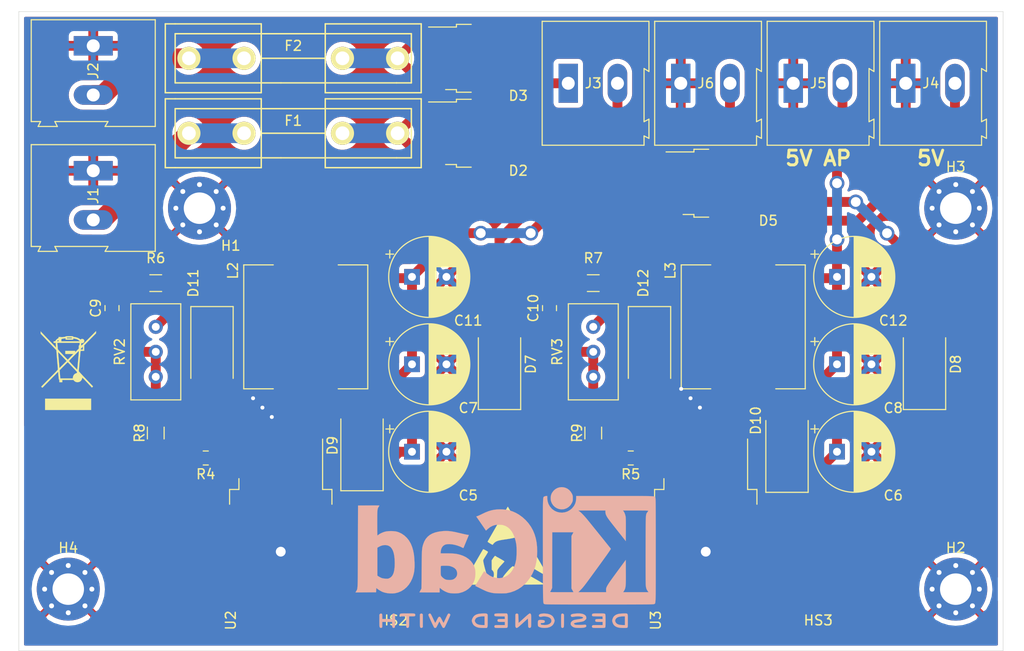
<source format=kicad_pcb>
(kicad_pcb (version 20171130) (host pcbnew 5.1.4)

  (general
    (thickness 1.6)
    (drawings 7)
    (tracks 174)
    (zones 0)
    (modules 48)
    (nets 21)
  )

  (page A4)
  (layers
    (0 F.Cu signal)
    (31 B.Cu signal)
    (32 B.Adhes user)
    (33 F.Adhes user)
    (34 B.Paste user)
    (35 F.Paste user)
    (36 B.SilkS user)
    (37 F.SilkS user)
    (38 B.Mask user)
    (39 F.Mask user)
    (40 Dwgs.User user)
    (41 Cmts.User user)
    (42 Eco1.User user)
    (43 Eco2.User user)
    (44 Edge.Cuts user)
    (45 Margin user)
    (46 B.CrtYd user)
    (47 F.CrtYd user)
    (48 B.Fab user)
    (49 F.Fab user)
  )

  (setup
    (last_trace_width 1)
    (user_trace_width 1)
    (user_trace_width 1.5)
    (user_trace_width 2)
    (trace_clearance 0.2)
    (zone_clearance 0.508)
    (zone_45_only no)
    (trace_min 0.2)
    (via_size 0.8)
    (via_drill 0.4)
    (via_min_size 0.4)
    (via_min_drill 0.3)
    (user_via 1.5 1)
    (uvia_size 0.3)
    (uvia_drill 0.1)
    (uvias_allowed no)
    (uvia_min_size 0.2)
    (uvia_min_drill 0.1)
    (edge_width 0.05)
    (segment_width 0.2)
    (pcb_text_width 0.3)
    (pcb_text_size 1.5 1.5)
    (mod_edge_width 0.12)
    (mod_text_size 1 1)
    (mod_text_width 0.15)
    (pad_size 1.524 1.524)
    (pad_drill 0.762)
    (pad_to_mask_clearance 0.051)
    (solder_mask_min_width 0.25)
    (aux_axis_origin 0 0)
    (visible_elements FFFFFF7F)
    (pcbplotparams
      (layerselection 0x010fc_ffffffff)
      (usegerberextensions false)
      (usegerberattributes false)
      (usegerberadvancedattributes false)
      (creategerberjobfile false)
      (excludeedgelayer true)
      (linewidth 0.100000)
      (plotframeref false)
      (viasonmask false)
      (mode 1)
      (useauxorigin false)
      (hpglpennumber 1)
      (hpglpenspeed 20)
      (hpglpendiameter 15.000000)
      (psnegative false)
      (psa4output false)
      (plotreference true)
      (plotvalue true)
      (plotinvisibletext false)
      (padsonsilk false)
      (subtractmaskfromsilk false)
      (outputformat 1)
      (mirror false)
      (drillshape 1)
      (scaleselection 1)
      (outputdirectory ""))
  )

  (net 0 "")
  (net 1 GND)
  (net 2 VCCQ)
  (net 3 "Net-(C5-Pad1)")
  (net 4 "Net-(C6-Pad1)")
  (net 5 +5C)
  (net 6 +5F)
  (net 7 "Net-(C9-Pad1)")
  (net 8 "Net-(C10-Pad1)")
  (net 9 VCC)
  (net 10 "Net-(D2-Pad1)")
  (net 11 "Net-(D2-Pad2)")
  (net 12 "Net-(D3-Pad1)")
  (net 13 "Net-(D11-Pad1)")
  (net 14 "Net-(D12-Pad1)")
  (net 15 "Net-(F1-Pad2)")
  (net 16 "Net-(F2-Pad2)")
  (net 17 "Net-(R4-Pad1)")
  (net 18 "Net-(R5-Pad1)")
  (net 19 "Net-(R6-Pad1)")
  (net 20 "Net-(R7-Pad1)")

  (net_class Default "This is the default net class."
    (clearance 0.2)
    (trace_width 0.25)
    (via_dia 0.8)
    (via_drill 0.4)
    (uvia_dia 0.3)
    (uvia_drill 0.1)
    (add_net +5C)
    (add_net +5F)
    (add_net GND)
    (add_net "Net-(C10-Pad1)")
    (add_net "Net-(C5-Pad1)")
    (add_net "Net-(C6-Pad1)")
    (add_net "Net-(C9-Pad1)")
    (add_net "Net-(D11-Pad1)")
    (add_net "Net-(D12-Pad1)")
    (add_net "Net-(D2-Pad1)")
    (add_net "Net-(D2-Pad2)")
    (add_net "Net-(D3-Pad1)")
    (add_net "Net-(F1-Pad2)")
    (add_net "Net-(F2-Pad2)")
    (add_net "Net-(R4-Pad1)")
    (add_net "Net-(R5-Pad1)")
    (add_net "Net-(R6-Pad1)")
    (add_net "Net-(R7-Pad1)")
    (add_net VCC)
    (add_net VCCQ)
  )

  (module Symbol:KiCad-Logo2_12mm_SilkScreen (layer B.Cu) (tedit 0) (tstamp 5D65C801)
    (at 77.47 81.28 180)
    (descr "KiCad Logo")
    (tags "Logo KiCad")
    (attr virtual)
    (fp_text reference REF** (at 0 8.89) (layer B.SilkS) hide
      (effects (font (size 1 1) (thickness 0.15)) (justify mirror))
    )
    (fp_text value KiCad-Logo2_12mm_SilkScreen (at 1.27 -10.16) (layer B.Fab) hide
      (effects (font (size 1 1) (thickness 0.15)) (justify mirror))
    )
    (fp_poly (pts (xy 12.718282 -6.928097) (xy 12.781319 -6.972781) (xy 12.836985 -7.028447) (xy 12.836985 -7.65008)
      (xy 12.836839 -7.834659) (xy 12.83615 -7.979383) (xy 12.834537 -8.089755) (xy 12.83162 -8.171276)
      (xy 12.827022 -8.229449) (xy 12.820361 -8.269777) (xy 12.811258 -8.29776) (xy 12.799334 -8.318903)
      (xy 12.789981 -8.331468) (xy 12.728245 -8.380835) (xy 12.657357 -8.386193) (xy 12.592566 -8.355919)
      (xy 12.571157 -8.338046) (xy 12.556846 -8.314305) (xy 12.548214 -8.276075) (xy 12.543842 -8.214733)
      (xy 12.54231 -8.12166) (xy 12.542163 -8.049758) (xy 12.542163 -7.778902) (xy 11.544306 -7.778902)
      (xy 11.544306 -8.025307) (xy 11.543274 -8.137982) (xy 11.539146 -8.215418) (xy 11.530371 -8.267708)
      (xy 11.515402 -8.304944) (xy 11.497303 -8.331468) (xy 11.435221 -8.380696) (xy 11.365012 -8.386525)
      (xy 11.297799 -8.351535) (xy 11.279448 -8.333193) (xy 11.266488 -8.308877) (xy 11.257939 -8.271001)
      (xy 11.252825 -8.211978) (xy 11.250169 -8.124222) (xy 11.248991 -8.000146) (xy 11.248854 -7.971669)
      (xy 11.247882 -7.737892) (xy 11.247381 -7.545228) (xy 11.247544 -7.389435) (xy 11.248565 -7.266271)
      (xy 11.250637 -7.171493) (xy 11.253953 -7.100859) (xy 11.258707 -7.050126) (xy 11.265091 -7.015052)
      (xy 11.2733 -6.991393) (xy 11.283527 -6.974909) (xy 11.294842 -6.962473) (xy 11.358849 -6.922694)
      (xy 11.425603 -6.928097) (xy 11.48864 -6.972781) (xy 11.514149 -7.00161) (xy 11.530409 -7.033455)
      (xy 11.539481 -7.078808) (xy 11.543426 -7.148166) (xy 11.544305 -7.252022) (xy 11.544306 -7.256264)
      (xy 11.544306 -7.48408) (xy 12.542163 -7.48408) (xy 12.542163 -7.245955) (xy 12.543181 -7.136251)
      (xy 12.547271 -7.062176) (xy 12.555985 -7.014027) (xy 12.570875 -6.982101) (xy 12.58752 -6.962473)
      (xy 12.651527 -6.922694) (xy 12.718282 -6.928097)) (layer B.SilkS) (width 0.01))
    (fp_poly (pts (xy 10.175463 -6.91731) (xy 10.333581 -6.91807) (xy 10.456308 -6.91966) (xy 10.548626 -6.922345)
      (xy 10.615519 -6.92639) (xy 10.661968 -6.93206) (xy 10.692957 -6.93962) (xy 10.713468 -6.949335)
      (xy 10.723394 -6.956803) (xy 10.774911 -7.022165) (xy 10.781143 -7.090028) (xy 10.749307 -7.151677)
      (xy 10.728488 -7.176312) (xy 10.706085 -7.19311) (xy 10.673617 -7.20357) (xy 10.622606 -7.209195)
      (xy 10.54457 -7.211483) (xy 10.43103 -7.211935) (xy 10.408731 -7.211937) (xy 10.115556 -7.211937)
      (xy 10.115556 -7.756223) (xy 10.115363 -7.927782) (xy 10.114486 -8.059789) (xy 10.112478 -8.158045)
      (xy 10.108894 -8.228356) (xy 10.103287 -8.276523) (xy 10.095211 -8.308351) (xy 10.084218 -8.329642)
      (xy 10.070199 -8.345866) (xy 10.004039 -8.385734) (xy 9.934974 -8.382592) (xy 9.87234 -8.337105)
      (xy 9.867738 -8.331468) (xy 9.852757 -8.310158) (xy 9.841343 -8.285225) (xy 9.833014 -8.250609)
      (xy 9.827287 -8.200253) (xy 9.823679 -8.128098) (xy 9.821706 -8.028086) (xy 9.820886 -7.894158)
      (xy 9.820735 -7.741825) (xy 9.820735 -7.211937) (xy 9.540767 -7.211937) (xy 9.420622 -7.211124)
      (xy 9.337445 -7.207956) (xy 9.282863 -7.201339) (xy 9.248506 -7.190179) (xy 9.226 -7.173384)
      (xy 9.223267 -7.170464) (xy 9.190406 -7.10369) (xy 9.193312 -7.0282) (xy 9.231092 -6.962473)
      (xy 9.245702 -6.949724) (xy 9.26454 -6.939615) (xy 9.292628 -6.93184) (xy 9.33499 -6.926095)
      (xy 9.39665 -6.922074) (xy 9.482632 -6.919472) (xy 9.597958 -6.917982) (xy 9.747652 -6.917299)
      (xy 9.936738 -6.917119) (xy 9.976972 -6.917116) (xy 10.175463 -6.91731)) (layer B.SilkS) (width 0.01))
    (fp_poly (pts (xy 8.619647 -6.930797) (xy 8.667285 -6.960469) (xy 8.720824 -7.003823) (xy 8.720824 -7.649785)
      (xy 8.720653 -7.838738) (xy 8.719923 -7.987604) (xy 8.718305 -8.101655) (xy 8.715471 -8.186159)
      (xy 8.711092 -8.246386) (xy 8.704841 -8.287608) (xy 8.696389 -8.315093) (xy 8.685408 -8.334113)
      (xy 8.677621 -8.343485) (xy 8.614463 -8.384654) (xy 8.542543 -8.382975) (xy 8.479542 -8.34787)
      (xy 8.426002 -8.304516) (xy 8.426002 -7.003823) (xy 8.479542 -6.960469) (xy 8.531215 -6.928933)
      (xy 8.573413 -6.917116) (xy 8.619647 -6.930797)) (layer B.SilkS) (width 0.01))
    (fp_poly (pts (xy 7.727785 -6.921068) (xy 7.767139 -6.935132) (xy 7.768658 -6.93582) (xy 7.8221 -6.976604)
      (xy 7.851545 -7.018555) (xy 7.857307 -7.038224) (xy 7.857022 -7.06436) (xy 7.848915 -7.101591)
      (xy 7.831208 -7.154551) (xy 7.802124 -7.227868) (xy 7.759887 -7.326174) (xy 7.70272 -7.454099)
      (xy 7.628846 -7.616275) (xy 7.588184 -7.704916) (xy 7.514759 -7.863158) (xy 7.445831 -8.00868)
      (xy 7.384032 -8.13616) (xy 7.331991 -8.240279) (xy 7.292341 -8.315716) (xy 7.267711 -8.357151)
      (xy 7.262837 -8.362875) (xy 7.200478 -8.388125) (xy 7.13004 -8.384743) (xy 7.073548 -8.354033)
      (xy 7.071246 -8.351535) (xy 7.048774 -8.317515) (xy 7.011078 -8.251251) (xy 6.962806 -8.161272)
      (xy 6.908608 -8.056109) (xy 6.88913 -8.017356) (xy 6.742102 -7.722863) (xy 6.581843 -8.042772)
      (xy 6.524641 -8.153306) (xy 6.471571 -8.249167) (xy 6.426969 -8.323016) (xy 6.39517 -8.367516)
      (xy 6.384393 -8.376952) (xy 6.300626 -8.389732) (xy 6.231504 -8.362875) (xy 6.211171 -8.334172)
      (xy 6.175986 -8.270381) (xy 6.128819 -8.177779) (xy 6.07254 -8.062643) (xy 6.010019 -7.931249)
      (xy 5.944127 -7.789875) (xy 5.877734 -7.644797) (xy 5.81371 -7.502293) (xy 5.754926 -7.36864)
      (xy 5.704252 -7.250114) (xy 5.664558 -7.152992) (xy 5.638715 -7.083552) (xy 5.629592 -7.04807)
      (xy 5.629685 -7.046785) (xy 5.651881 -7.002137) (xy 5.696246 -6.956663) (xy 5.698859 -6.954685)
      (xy 5.753386 -6.923863) (xy 5.803821 -6.924161) (xy 5.822724 -6.929972) (xy 5.845759 -6.94253)
      (xy 5.87022 -6.967234) (xy 5.899042 -7.009207) (xy 5.93516 -7.073575) (xy 5.981508 -7.165463)
      (xy 6.041019 -7.289994) (xy 6.094687 -7.404946) (xy 6.156432 -7.538195) (xy 6.21176 -7.658023)
      (xy 6.257797 -7.758171) (xy 6.29167 -7.832378) (xy 6.310502 -7.874384) (xy 6.313249 -7.880955)
      (xy 6.325602 -7.870213) (xy 6.353993 -7.825236) (xy 6.394645 -7.752588) (xy 6.443779 -7.658834)
      (xy 6.463331 -7.620152) (xy 6.529565 -7.489535) (xy 6.580644 -7.394411) (xy 6.62076 -7.329252)
      (xy 6.654104 -7.288525) (xy 6.684869 -7.266701) (xy 6.717245 -7.258249) (xy 6.738344 -7.257294)
      (xy 6.775562 -7.260592) (xy 6.808176 -7.274232) (xy 6.840582 -7.303834) (xy 6.877176 -7.355016)
      (xy 6.922354 -7.433398) (xy 6.980512 -7.5446) (xy 7.0126 -7.607858) (xy 7.064648 -7.708675)
      (xy 7.110044 -7.79228) (xy 7.14478 -7.85162) (xy 7.164853 -7.879639) (xy 7.167583 -7.880806)
      (xy 7.180546 -7.858754) (xy 7.209569 -7.801493) (xy 7.251745 -7.715016) (xy 7.304168 -7.605316)
      (xy 7.363931 -7.478386) (xy 7.393329 -7.415339) (xy 7.469808 -7.25263) (xy 7.531392 -7.127429)
      (xy 7.581278 -7.035651) (xy 7.622663 -6.97321) (xy 7.658744 -6.936023) (xy 7.692719 -6.920004)
      (xy 7.727785 -6.921068)) (layer B.SilkS) (width 0.01))
    (fp_poly (pts (xy 2.25073 -6.917534) (xy 2.509841 -6.926295) (xy 2.730226 -6.952863) (xy 2.915519 -6.998828)
      (xy 3.069355 -7.065783) (xy 3.195366 -7.155316) (xy 3.297187 -7.269019) (xy 3.378451 -7.408482)
      (xy 3.38005 -7.411883) (xy 3.428549 -7.536702) (xy 3.445829 -7.647246) (xy 3.431825 -7.758497)
      (xy 3.386468 -7.885433) (xy 3.377866 -7.904749) (xy 3.319206 -8.017806) (xy 3.25328 -8.105165)
      (xy 3.168194 -8.179427) (xy 3.052054 -8.253191) (xy 3.045307 -8.257042) (xy 2.944204 -8.305608)
      (xy 2.829929 -8.341879) (xy 2.695141 -8.367106) (xy 2.532495 -8.382539) (xy 2.334649 -8.389431)
      (xy 2.264747 -8.39003) (xy 1.931884 -8.391223) (xy 1.884881 -8.331468) (xy 1.870938 -8.311819)
      (xy 1.860061 -8.288873) (xy 1.851871 -8.257129) (xy 1.845987 -8.211082) (xy 1.842031 -8.145233)
      (xy 1.840741 -8.096402) (xy 2.155377 -8.096402) (xy 2.34398 -8.096402) (xy 2.454345 -8.093174)
      (xy 2.567641 -8.084681) (xy 2.660625 -8.072703) (xy 2.666238 -8.071694) (xy 2.83139 -8.027388)
      (xy 2.95949 -7.960822) (xy 3.05459 -7.868907) (xy 3.120743 -7.748555) (xy 3.132247 -7.716658)
      (xy 3.143522 -7.66698) (xy 3.13864 -7.6179) (xy 3.114887 -7.552607) (xy 3.100569 -7.520532)
      (xy 3.053682 -7.435297) (xy 2.997191 -7.375499) (xy 2.935035 -7.333857) (xy 2.810532 -7.279668)
      (xy 2.651194 -7.240415) (xy 2.465573 -7.217812) (xy 2.331136 -7.212837) (xy 2.155377 -7.211937)
      (xy 2.155377 -8.096402) (xy 1.840741 -8.096402) (xy 1.839622 -8.054078) (xy 1.838381 -7.932115)
      (xy 1.837928 -7.773841) (xy 1.837877 -7.65008) (xy 1.837877 -7.028447) (xy 1.893543 -6.972781)
      (xy 1.918248 -6.950218) (xy 1.944961 -6.934766) (xy 1.982264 -6.925098) (xy 2.038743 -6.919887)
      (xy 2.122978 -6.917805) (xy 2.243555 -6.917524) (xy 2.25073 -6.917534)) (layer B.SilkS) (width 0.01))
    (fp_poly (pts (xy 0.667763 -6.917503) (xy 0.821162 -6.91934) (xy 0.938715 -6.923634) (xy 1.025176 -6.931395)
      (xy 1.0853 -6.943633) (xy 1.12384 -6.961358) (xy 1.145552 -6.985579) (xy 1.15519 -7.017305)
      (xy 1.157508 -7.057546) (xy 1.15752 -7.062298) (xy 1.155508 -7.107814) (xy 1.145995 -7.142992)
      (xy 1.123771 -7.169251) (xy 1.083622 -7.188012) (xy 1.020336 -7.200696) (xy 0.928702 -7.208722)
      (xy 0.803507 -7.213512) (xy 0.639539 -7.216484) (xy 0.589283 -7.217143) (xy 0.102967 -7.223277)
      (xy 0.096165 -7.353678) (xy 0.089364 -7.48408) (xy 0.427159 -7.48408) (xy 0.559127 -7.484567)
      (xy 0.653357 -7.486626) (xy 0.717465 -7.491155) (xy 0.759064 -7.499053) (xy 0.78577 -7.511218)
      (xy 0.805198 -7.528548) (xy 0.805322 -7.528686) (xy 0.840557 -7.596224) (xy 0.839283 -7.669221)
      (xy 0.802304 -7.731448) (xy 0.794985 -7.737844) (xy 0.76901 -7.754328) (xy 0.733417 -7.765796)
      (xy 0.680273 -7.773111) (xy 0.601648 -7.777138) (xy 0.48961 -7.77874) (xy 0.417954 -7.778902)
      (xy 0.091627 -7.778902) (xy 0.091627 -8.096402) (xy 0.587041 -8.096402) (xy 0.750606 -8.096688)
      (xy 0.874817 -8.097857) (xy 0.965675 -8.100377) (xy 1.02918 -8.104715) (xy 1.071333 -8.111337)
      (xy 1.098136 -8.12071) (xy 1.115589 -8.133302) (xy 1.119987 -8.137875) (xy 1.15246 -8.201249)
      (xy 1.154836 -8.273347) (xy 1.128195 -8.335858) (xy 1.107117 -8.355919) (xy 1.08519 -8.366963)
      (xy 1.051215 -8.375508) (xy 0.999818 -8.381852) (xy 0.925625 -8.386295) (xy 0.823261 -8.389136)
      (xy 0.687353 -8.390675) (xy 0.512525 -8.39121) (xy 0.473 -8.391223) (xy 0.295244 -8.391107)
      (xy 0.157262 -8.390465) (xy 0.053476 -8.388857) (xy -0.021697 -8.385844) (xy -0.073839 -8.380986)
      (xy -0.108529 -8.373844) (xy -0.13135 -8.363977) (xy -0.147883 -8.350946) (xy -0.156953 -8.341589)
      (xy -0.170606 -8.325017) (xy -0.181272 -8.304487) (xy -0.18932 -8.274616) (xy -0.195116 -8.230021)
      (xy -0.199027 -8.165317) (xy -0.201423 -8.07512) (xy -0.20267 -7.954047) (xy -0.203136 -7.796713)
      (xy -0.203194 -7.664291) (xy -0.203051 -7.478735) (xy -0.202374 -7.333065) (xy -0.200788 -7.221811)
      (xy -0.197919 -7.139501) (xy -0.193393 -7.080666) (xy -0.186836 -7.039834) (xy -0.177874 -7.011535)
      (xy -0.166133 -6.990298) (xy -0.156191 -6.976871) (xy -0.109188 -6.917116) (xy 0.473763 -6.917116)
      (xy 0.667763 -6.917503)) (layer B.SilkS) (width 0.01))
    (fp_poly (pts (xy -2.406815 -6.925918) (xy -2.359473 -6.95369) (xy -2.297572 -6.999108) (xy -2.217903 -7.064312)
      (xy -2.11726 -7.15144) (xy -1.992432 -7.262633) (xy -1.840212 -7.40003) (xy -1.665962 -7.557999)
      (xy -1.303105 -7.88705) (xy -1.291765 -7.445388) (xy -1.287671 -7.293357) (xy -1.283722 -7.18014)
      (xy -1.279042 -7.099203) (xy -1.272759 -7.044016) (xy -1.263998 -7.008045) (xy -1.251886 -6.984758)
      (xy -1.235549 -6.967622) (xy -1.226887 -6.960421) (xy -1.157517 -6.922346) (xy -1.091507 -6.927913)
      (xy -1.039144 -6.96044) (xy -0.985605 -7.003765) (xy -0.978946 -7.636482) (xy -0.977103 -7.822564)
      (xy -0.976165 -7.968744) (xy -0.976457 -8.080474) (xy -0.978303 -8.163205) (xy -0.98203 -8.222389)
      (xy -0.98796 -8.263476) (xy -0.99642 -8.291919) (xy -1.007733 -8.313168) (xy -1.02028 -8.330211)
      (xy -1.047424 -8.361818) (xy -1.074433 -8.382769) (xy -1.10505 -8.390811) (xy -1.143023 -8.383688)
      (xy -1.192098 -8.359149) (xy -1.25602 -8.314937) (xy -1.338535 -8.248799) (xy -1.44339 -8.158482)
      (xy -1.574331 -8.041731) (xy -1.722658 -7.907582) (xy -2.255605 -7.424152) (xy -2.266944 -7.86437)
      (xy -2.271045 -8.016124) (xy -2.275005 -8.129077) (xy -2.279701 -8.209775) (xy -2.286013 -8.264764)
      (xy -2.294817 -8.300588) (xy -2.306992 -8.323793) (xy -2.323417 -8.340924) (xy -2.331823 -8.347906)
      (xy -2.406114 -8.386257) (xy -2.476312 -8.380472) (xy -2.537441 -8.331468) (xy -2.551425 -8.311753)
      (xy -2.562324 -8.288729) (xy -2.570521 -8.256872) (xy -2.5764 -8.210658) (xy -2.580344 -8.144563)
      (xy -2.582736 -8.053062) (xy -2.583959 -7.930634) (xy -2.584398 -7.771752) (xy -2.584444 -7.654169)
      (xy -2.584297 -7.470256) (xy -2.583599 -7.326175) (xy -2.581967 -7.216403) (xy -2.579019 -7.135416)
      (xy -2.574369 -7.077691) (xy -2.567637 -7.037704) (xy -2.558437 -7.00993) (xy -2.546386 -6.988846)
      (xy -2.537441 -6.976871) (xy -2.514766 -6.948503) (xy -2.493575 -6.927085) (xy -2.470658 -6.914755)
      (xy -2.442808 -6.913653) (xy -2.406815 -6.925918)) (layer B.SilkS) (width 0.01))
    (fp_poly (pts (xy -3.712553 -6.928229) (xy -3.574908 -6.951325) (xy -3.469194 -6.987228) (xy -3.40042 -7.034501)
      (xy -3.381679 -7.061471) (xy -3.362621 -7.124198) (xy -3.375446 -7.180945) (xy -3.415933 -7.234758)
      (xy -3.478842 -7.259933) (xy -3.570123 -7.257888) (xy -3.640724 -7.244249) (xy -3.797606 -7.218263)
      (xy -3.957934 -7.215793) (xy -4.137389 -7.236886) (xy -4.186958 -7.245823) (xy -4.353823 -7.292869)
      (xy -4.484366 -7.362852) (xy -4.577156 -7.454579) (xy -4.630761 -7.566857) (xy -4.641848 -7.624905)
      (xy -4.634591 -7.742676) (xy -4.587739 -7.846873) (xy -4.505562 -7.935465) (xy -4.392329 -8.006421)
      (xy -4.252309 -8.05771) (xy -4.089771 -8.087302) (xy -3.908985 -8.093166) (xy -3.714218 -8.073271)
      (xy -3.703221 -8.071395) (xy -3.625754 -8.056966) (xy -3.582802 -8.043029) (xy -3.564185 -8.022349)
      (xy -3.559724 -7.987693) (xy -3.559623 -7.969341) (xy -3.559623 -7.892294) (xy -3.697185 -7.892294)
      (xy -3.818662 -7.883973) (xy -3.901561 -7.857455) (xy -3.949794 -7.810412) (xy -3.967276 -7.740513)
      (xy -3.96749 -7.73139) (xy -3.957261 -7.671645) (xy -3.922188 -7.628984) (xy -3.85691 -7.600752)
      (xy -3.75607 -7.584294) (xy -3.658395 -7.578243) (xy -3.516431 -7.574771) (xy -3.413457 -7.580069)
      (xy -3.343227 -7.599616) (xy -3.299494 -7.638896) (xy -3.27601 -7.703389) (xy -3.266529 -7.798577)
      (xy -3.264801 -7.923598) (xy -3.267632 -8.063146) (xy -3.276147 -8.15807) (xy -3.290386 -8.208747)
      (xy -3.293149 -8.212716) (xy -3.37133 -8.276039) (xy -3.485955 -8.326185) (xy -3.62976 -8.362085)
      (xy -3.795476 -8.382667) (xy -3.975838 -8.38686) (xy -4.163578 -8.373592) (xy -4.273998 -8.357295)
      (xy -4.447188 -8.308274) (xy -4.608154 -8.228133) (xy -4.742924 -8.124121) (xy -4.763408 -8.103332)
      (xy -4.829961 -8.015936) (xy -4.890011 -7.907621) (xy -4.936544 -7.794063) (xy -4.962543 -7.69094)
      (xy -4.965676 -7.651334) (xy -4.952336 -7.568717) (xy -4.91688 -7.465926) (xy -4.866111 -7.357729)
      (xy -4.806832 -7.258892) (xy -4.754459 -7.192875) (xy -4.632006 -7.094675) (xy -4.473712 -7.016515)
      (xy -4.285249 -6.960162) (xy -4.07229 -6.927386) (xy -3.877123 -6.919377) (xy -3.712553 -6.928229)) (layer B.SilkS) (width 0.01))
    (fp_poly (pts (xy -5.66873 -6.962473) (xy -5.655509 -6.977687) (xy -5.645139 -6.997314) (xy -5.637273 -7.026611)
      (xy -5.631567 -7.070836) (xy -5.627677 -7.135247) (xy -5.625258 -7.225101) (xy -5.623964 -7.345657)
      (xy -5.623452 -7.502171) (xy -5.623373 -7.654169) (xy -5.623513 -7.842701) (xy -5.624162 -7.991133)
      (xy -5.625666 -8.104724) (xy -5.628369 -8.188732) (xy -5.632616 -8.248413) (xy -5.638752 -8.289025)
      (xy -5.647121 -8.315827) (xy -5.658069 -8.334076) (xy -5.66873 -8.345866) (xy -5.735031 -8.385403)
      (xy -5.805676 -8.381854) (xy -5.868884 -8.338734) (xy -5.883407 -8.3219) (xy -5.894757 -8.302367)
      (xy -5.903325 -8.274738) (xy -5.909502 -8.233612) (xy -5.913678 -8.173591) (xy -5.916245 -8.089274)
      (xy -5.917592 -7.975263) (xy -5.918112 -7.826157) (xy -5.918194 -7.657346) (xy -5.918194 -7.028447)
      (xy -5.862528 -6.972781) (xy -5.793914 -6.925948) (xy -5.727357 -6.924261) (xy -5.66873 -6.962473)) (layer B.SilkS) (width 0.01))
    (fp_poly (pts (xy -7.211346 -6.919696) (xy -7.061048 -6.930203) (xy -6.921263 -6.946614) (xy -6.800117 -6.96831)
      (xy -6.705734 -6.994673) (xy -6.646241 -7.025087) (xy -6.637109 -7.03404) (xy -6.605355 -7.103511)
      (xy -6.614984 -7.174831) (xy -6.664237 -7.23585) (xy -6.666587 -7.237598) (xy -6.695557 -7.256399)
      (xy -6.725799 -7.266285) (xy -6.767981 -7.267486) (xy -6.832772 -7.26023) (xy -6.930841 -7.244747)
      (xy -6.93873 -7.243444) (xy -7.084857 -7.225492) (xy -7.242514 -7.216636) (xy -7.400636 -7.21655)
      (xy -7.54816 -7.224908) (xy -7.67402 -7.241382) (xy -7.767152 -7.265646) (xy -7.773271 -7.268085)
      (xy -7.840835 -7.30594) (xy -7.864573 -7.34425) (xy -7.84599 -7.381927) (xy -7.786591 -7.417883)
      (xy -7.687881 -7.451029) (xy -7.551365 -7.480277) (xy -7.460337 -7.494359) (xy -7.271118 -7.521446)
      (xy -7.120625 -7.546207) (xy -7.002446 -7.570786) (xy -6.910171 -7.597328) (xy -6.83739 -7.627976)
      (xy -6.77769 -7.664875) (xy -6.724662 -7.710168) (xy -6.682049 -7.754646) (xy -6.631494 -7.816618)
      (xy -6.606615 -7.869907) (xy -6.598834 -7.935562) (xy -6.598551 -7.959606) (xy -6.604395 -8.039394)
      (xy -6.627751 -8.098753) (xy -6.668173 -8.151439) (xy -6.750324 -8.231977) (xy -6.841932 -8.293397)
      (xy -6.949804 -8.337702) (xy -7.080745 -8.366895) (xy -7.241564 -8.382979) (xy -7.439066 -8.387956)
      (xy -7.471676 -8.387872) (xy -7.603381 -8.385142) (xy -7.733995 -8.378939) (xy -7.849281 -8.370153)
      (xy -7.935 -8.359673) (xy -7.941933 -8.35847) (xy -8.027159 -8.338281) (xy -8.099447 -8.312778)
      (xy -8.14037 -8.289462) (xy -8.178454 -8.227952) (xy -8.181105 -8.156325) (xy -8.148275 -8.092494)
      (xy -8.14093 -8.085276) (xy -8.110568 -8.06383) (xy -8.072598 -8.05459) (xy -8.013832 -8.056163)
      (xy -7.942492 -8.064336) (xy -7.862777 -8.071637) (xy -7.751029 -8.077797) (xy -7.620572 -8.082267)
      (xy -7.484726 -8.084499) (xy -7.448998 -8.084646) (xy -7.312646 -8.084096) (xy -7.212856 -8.081449)
      (xy -7.140848 -8.075786) (xy -7.08784 -8.066189) (xy -7.045053 -8.05174) (xy -7.01934 -8.039705)
      (xy -6.962837 -8.006288) (xy -6.926813 -7.976024) (xy -6.921548 -7.967445) (xy -6.932655 -7.932019)
      (xy -6.985457 -7.897724) (xy -7.076296 -7.866117) (xy -7.201512 -7.838754) (xy -7.238404 -7.832659)
      (xy -7.431098 -7.802393) (xy -7.584884 -7.777096) (xy -7.705697 -7.754929) (xy -7.799475 -7.734053)
      (xy -7.872151 -7.71263) (xy -7.929663 -7.688822) (xy -7.977945 -7.660791) (xy -8.022933 -7.626698)
      (xy -8.070563 -7.584705) (xy -8.086591 -7.569982) (xy -8.142786 -7.515037) (xy -8.172532 -7.471504)
      (xy -8.184169 -7.421688) (xy -8.186051 -7.358912) (xy -8.165331 -7.235808) (xy -8.103409 -7.131214)
      (xy -8.000639 -7.045468) (xy -7.857378 -6.978907) (xy -7.755158 -6.949052) (xy -7.644063 -6.92977)
      (xy -7.510979 -6.918862) (xy -7.364032 -6.91571) (xy -7.211346 -6.919696)) (layer B.SilkS) (width 0.01))
    (fp_poly (pts (xy -9.262646 -6.917275) (xy -9.12321 -6.918023) (xy -9.017963 -6.919763) (xy -8.941324 -6.9229)
      (xy -8.88771 -6.927836) (xy -8.851537 -6.934976) (xy -8.827221 -6.944724) (xy -8.809181 -6.957484)
      (xy -8.802649 -6.963356) (xy -8.762922 -7.02575) (xy -8.755769 -7.097441) (xy -8.781903 -7.161087)
      (xy -8.793987 -7.17395) (xy -8.813532 -7.186421) (xy -8.845003 -7.196043) (xy -8.894236 -7.203282)
      (xy -8.967066 -7.208606) (xy -9.069329 -7.212485) (xy -9.206862 -7.215387) (xy -9.332603 -7.217152)
      (xy -9.830248 -7.223277) (xy -9.837049 -7.353678) (xy -9.84385 -7.48408) (xy -9.506055 -7.48408)
      (xy -9.359406 -7.485345) (xy -9.252044 -7.490637) (xy -9.177937 -7.502201) (xy -9.131049 -7.522281)
      (xy -9.105347 -7.553121) (xy -9.094796 -7.596967) (xy -9.093194 -7.63766) (xy -9.098173 -7.687591)
      (xy -9.116964 -7.724383) (xy -9.155347 -7.749958) (xy -9.2191 -7.766239) (xy -9.314004 -7.775149)
      (xy -9.445838 -7.77861) (xy -9.517794 -7.778902) (xy -9.841587 -7.778902) (xy -9.841587 -8.096402)
      (xy -9.342658 -8.096402) (xy -9.179113 -8.096629) (xy -9.054817 -8.097652) (xy -8.963666 -8.099979)
      (xy -8.899552 -8.104118) (xy -8.85637 -8.11058) (xy -8.828013 -8.119871) (xy -8.808375 -8.132502)
      (xy -8.798373 -8.141759) (xy -8.764062 -8.195786) (xy -8.753015 -8.243812) (xy -8.768789 -8.302474)
      (xy -8.798373 -8.345866) (xy -8.814156 -8.359526) (xy -8.834531 -8.370133) (xy -8.864978 -8.378071)
      (xy -8.910977 -8.383726) (xy -8.97801 -8.387482) (xy -9.071558 -8.389723) (xy -9.1971 -8.390834)
      (xy -9.360118 -8.391199) (xy -9.444712 -8.391223) (xy -9.625868 -8.391063) (xy -9.767148 -8.390325)
      (xy -9.874032 -8.388627) (xy -9.952002 -8.385582) (xy -10.006539 -8.380806) (xy -10.043122 -8.373915)
      (xy -10.067233 -8.364524) (xy -10.084353 -8.352248) (xy -10.091051 -8.345866) (xy -10.104308 -8.330605)
      (xy -10.114699 -8.310916) (xy -10.122571 -8.281524) (xy -10.128273 -8.237153) (xy -10.132152 -8.172526)
      (xy -10.134557 -8.082367) (xy -10.135836 -7.961401) (xy -10.136335 -7.804351) (xy -10.136408 -7.658123)
      (xy -10.136341 -7.470857) (xy -10.13587 -7.323651) (xy -10.134593 -7.211205) (xy -10.132109 -7.128222)
      (xy -10.128016 -7.069403) (xy -10.121911 -7.02945) (xy -10.113392 -7.003064) (xy -10.102058 -6.984948)
      (xy -10.087505 -6.969803) (xy -10.08392 -6.966426) (xy -10.066521 -6.951478) (xy -10.046305 -6.939903)
      (xy -10.017664 -6.931268) (xy -9.974989 -6.925145) (xy -9.912675 -6.921102) (xy -9.825112 -6.918709)
      (xy -9.706693 -6.917534) (xy -9.551811 -6.917148) (xy -9.441857 -6.917116) (xy -9.262646 -6.917275)) (layer B.SilkS) (width 0.01))
    (fp_poly (pts (xy -12.092377 -6.917114) (xy -12.01306 -6.91792) (xy -11.780649 -6.923528) (xy -11.586006 -6.940185)
      (xy -11.422496 -6.96968) (xy -11.283486 -7.013797) (xy -11.162341 -7.074325) (xy -11.052429 -7.15305)
      (xy -11.013171 -7.187248) (xy -10.948049 -7.267265) (xy -10.889328 -7.375846) (xy -10.844069 -7.496203)
      (xy -10.819335 -7.611547) (xy -10.816765 -7.654169) (xy -10.83287 -7.772322) (xy -10.876027 -7.901382)
      (xy -10.938504 -8.023542) (xy -11.012567 -8.120992) (xy -11.024597 -8.13275) (xy -11.126499 -8.215394)
      (xy -11.238088 -8.279909) (xy -11.365798 -8.327983) (xy -11.516062 -8.361307) (xy -11.695314 -8.381572)
      (xy -11.909987 -8.390469) (xy -12.008317 -8.391223) (xy -12.13334 -8.390621) (xy -12.221262 -8.388104)
      (xy -12.280333 -8.382604) (xy -12.3188 -8.373055) (xy -12.344912 -8.358389) (xy -12.358908 -8.345866)
      (xy -12.372129 -8.330652) (xy -12.3825 -8.311025) (xy -12.390365 -8.281728) (xy -12.396071 -8.237503)
      (xy -12.399961 -8.173092) (xy -12.40238 -8.083237) (xy -12.403674 -7.962682) (xy -12.404186 -7.806167)
      (xy -12.404265 -7.654169) (xy -12.404765 -7.45144) (xy -12.404657 -7.289491) (xy -12.402728 -7.211937)
      (xy -12.109444 -7.211937) (xy -12.109444 -8.096402) (xy -11.922346 -8.09623) (xy -11.809764 -8.093001)
      (xy -11.691852 -8.084683) (xy -11.593473 -8.073048) (xy -11.59048 -8.072569) (xy -11.43148 -8.034127)
      (xy -11.308154 -7.974256) (xy -11.214343 -7.889058) (xy -11.154737 -7.796814) (xy -11.11801 -7.694489)
      (xy -11.120858 -7.598409) (xy -11.163482 -7.495419) (xy -11.246854 -7.388876) (xy -11.362386 -7.309927)
      (xy -11.512557 -7.257156) (xy -11.612919 -7.238481) (xy -11.726843 -7.225366) (xy -11.847585 -7.215873)
      (xy -11.950281 -7.211927) (xy -11.956364 -7.211908) (xy -12.109444 -7.211937) (xy -12.402728 -7.211937)
      (xy -12.401529 -7.163782) (xy -12.392966 -7.069771) (xy -12.376558 -7.00292) (xy -12.34989 -6.958686)
      (xy -12.310551 -6.932529) (xy -12.256128 -6.919909) (xy -12.184207 -6.916284) (xy -12.092377 -6.917114)) (layer B.SilkS) (width 0.01))
    (fp_poly (pts (xy -5.422844 5.895156) (xy -5.217742 5.824043) (xy -5.026785 5.712111) (xy -4.856243 5.559375)
      (xy -4.712387 5.365849) (xy -4.647768 5.243871) (xy -4.591842 5.073257) (xy -4.564735 4.876289)
      (xy -4.567738 4.673795) (xy -4.601067 4.490301) (xy -4.692162 4.266076) (xy -4.824258 4.071578)
      (xy -4.990642 3.910633) (xy -5.184598 3.787067) (xy -5.399414 3.704708) (xy -5.628375 3.667383)
      (xy -5.864767 3.678918) (xy -5.981291 3.70357) (xy -6.208385 3.791909) (xy -6.410081 3.92671)
      (xy -6.581515 4.103817) (xy -6.71782 4.319073) (xy -6.729352 4.342581) (xy -6.769217 4.430795)
      (xy -6.794249 4.50509) (xy -6.807839 4.583465) (xy -6.813382 4.68392) (xy -6.814302 4.793226)
      (xy -6.81278 4.924552) (xy -6.805914 5.019491) (xy -6.79025 5.096247) (xy -6.762333 5.173026)
      (xy -6.727873 5.248777) (xy -6.599338 5.46381) (xy -6.441052 5.63792) (xy -6.259287 5.771124)
      (xy -6.060313 5.863434) (xy -5.8504 5.914866) (xy -5.635821 5.925435) (xy -5.422844 5.895156)) (layer B.SilkS) (width 0.01))
    (fp_poly (pts (xy 13.610967 4.064382) (xy 13.843254 4.063429) (xy 13.922204 4.062948) (xy 15.007849 4.055807)
      (xy 15.021505 -0.109247) (xy 15.023308 -0.674041) (xy 15.024908 -1.186864) (xy 15.026406 -1.650371)
      (xy 15.027906 -2.067214) (xy 15.029509 -2.440045) (xy 15.03132 -2.771519) (xy 15.03344 -3.064286)
      (xy 15.035972 -3.321002) (xy 15.03902 -3.544318) (xy 15.042685 -3.736887) (xy 15.047071 -3.901363)
      (xy 15.05228 -4.040398) (xy 15.058416 -4.156644) (xy 15.06558 -4.252756) (xy 15.073875 -4.331386)
      (xy 15.083405 -4.395187) (xy 15.094272 -4.446811) (xy 15.106579 -4.488912) (xy 15.120428 -4.524143)
      (xy 15.135923 -4.555156) (xy 15.153165 -4.584604) (xy 15.172258 -4.615141) (xy 15.193305 -4.649418)
      (xy 15.197619 -4.65672) (xy 15.269996 -4.780221) (xy 14.223976 -4.773068) (xy 13.177956 -4.765914)
      (xy 13.164301 -4.536142) (xy 13.156865 -4.425873) (xy 13.149117 -4.362122) (xy 13.138603 -4.336827)
      (xy 13.122872 -4.341922) (xy 13.109677 -4.356498) (xy 13.052197 -4.409591) (xy 12.958513 -4.477837)
      (xy 12.841825 -4.55308) (xy 12.715331 -4.627167) (xy 12.592231 -4.691943) (xy 12.497713 -4.734561)
      (xy 12.276274 -4.804595) (xy 12.022207 -4.854204) (xy 11.754266 -4.881494) (xy 11.491211 -4.884569)
      (xy 11.251795 -4.861532) (xy 11.247853 -4.860873) (xy 10.920253 -4.778669) (xy 10.613587 -4.6477)
      (xy 10.330814 -4.47078) (xy 10.074892 -4.250726) (xy 9.848778 -3.990351) (xy 9.65543 -3.692472)
      (xy 9.497806 -3.359904) (xy 9.411984 -3.113548) (xy 9.355389 -2.907445) (xy 9.313418 -2.707867)
      (xy 9.284789 -2.50269) (xy 9.268218 -2.279791) (xy 9.262423 -2.027045) (xy 9.264989 -1.820662)
      (xy 11.280325 -1.820662) (xy 11.289862 -2.166732) (xy 11.319946 -2.464467) (xy 11.371503 -2.71651)
      (xy 11.445458 -2.925502) (xy 11.542738 -3.094086) (xy 11.664266 -3.224906) (xy 11.804546 -3.317385)
      (xy 11.87754 -3.351909) (xy 11.940847 -3.372607) (xy 12.011427 -3.382077) (xy 12.106242 -3.382915)
      (xy 12.208387 -3.379228) (xy 12.409261 -3.36151) (xy 12.568134 -3.326813) (xy 12.618064 -3.309433)
      (xy 12.732075 -3.258102) (xy 12.852323 -3.193643) (xy 12.904838 -3.161376) (xy 13.041397 -3.071805)
      (xy 13.041397 -0.232706) (xy 12.891182 -0.142665) (xy 12.681692 -0.040923) (xy 12.467658 0.019249)
      (xy 12.256909 0.038204) (xy 12.057273 0.016299) (xy 11.876577 -0.046113) (xy 11.722649 -0.148676)
      (xy 11.672981 -0.197906) (xy 11.553262 -0.359211) (xy 11.456364 -0.554471) (xy 11.381477 -0.787031)
      (xy 11.327793 -1.060239) (xy 11.2945 -1.377441) (xy 11.280789 -1.741984) (xy 11.280325 -1.820662)
      (xy 9.264989 -1.820662) (xy 9.266058 -1.734756) (xy 9.289082 -1.285158) (xy 9.335378 -0.879628)
      (xy 9.406164 -0.512257) (xy 9.502661 -0.177137) (xy 9.626087 0.131637) (xy 9.670131 0.223178)
      (xy 9.84754 0.521704) (xy 10.06193 0.786993) (xy 10.308259 1.014763) (xy 10.581487 1.200732)
      (xy 10.876574 1.340618) (xy 11.053459 1.398322) (xy 11.227178 1.432578) (xy 11.436205 1.452959)
      (xy 11.663014 1.459475) (xy 11.890084 1.452134) (xy 12.099892 1.430945) (xy 12.268352 1.397705)
      (xy 12.468857 1.332518) (xy 12.663195 1.248693) (xy 12.833224 1.15472) (xy 12.923721 1.090942)
      (xy 12.986144 1.043516) (xy 13.029853 1.014639) (xy 13.039796 1.010538) (xy 13.042879 1.036959)
      (xy 13.045753 1.112661) (xy 13.048355 1.232302) (xy 13.050621 1.390538) (xy 13.052488 1.582027)
      (xy 13.053891 1.801426) (xy 13.054767 2.043393) (xy 13.055053 2.289853) (xy 13.054894 2.605524)
      (xy 13.054108 2.871663) (xy 13.052238 3.093359) (xy 13.048825 3.275704) (xy 13.043409 3.423788)
      (xy 13.035531 3.542701) (xy 13.024733 3.637535) (xy 13.010555 3.71338) (xy 12.992539 3.775326)
      (xy 12.970225 3.828464) (xy 12.943154 3.877885) (xy 12.910867 3.928679) (xy 12.906713 3.934969)
      (xy 12.865071 4.000755) (xy 12.839929 4.045992) (xy 12.836559 4.055534) (xy 12.862903 4.058545)
      (xy 12.938069 4.060994) (xy 13.056257 4.062842) (xy 13.211669 4.064049) (xy 13.398506 4.064576)
      (xy 13.610967 4.064382)) (layer B.SilkS) (width 0.01))
    (fp_poly (pts (xy 6.300951 1.463632) (xy 6.436272 1.453389) (xy 6.823442 1.401878) (xy 7.166321 1.319717)
      (xy 7.46658 1.205778) (xy 7.725888 1.058928) (xy 7.945916 0.878038) (xy 8.128334 0.661978)
      (xy 8.274811 0.409616) (xy 8.381771 0.136559) (xy 8.408921 0.049459) (xy 8.432564 -0.032107)
      (xy 8.452977 -0.112529) (xy 8.470439 -0.196199) (xy 8.48523 -0.287508) (xy 8.497627 -0.390847)
      (xy 8.507911 -0.510609) (xy 8.516358 -0.651183) (xy 8.523248 -0.816962) (xy 8.528861 -1.012336)
      (xy 8.533473 -1.241698) (xy 8.537365 -1.509437) (xy 8.540815 -1.819947) (xy 8.544102 -2.177618)
      (xy 8.546451 -2.458064) (xy 8.562258 -4.383548) (xy 8.664677 -4.568843) (xy 8.713175 -4.658111)
      (xy 8.749266 -4.727448) (xy 8.766483 -4.764354) (xy 8.767096 -4.766854) (xy 8.74078 -4.769715)
      (xy 8.665811 -4.772351) (xy 8.548161 -4.774689) (xy 8.3938 -4.776653) (xy 8.2087 -4.77817)
      (xy 7.998832 -4.779165) (xy 7.770167 -4.779565) (xy 7.742903 -4.77957) (xy 6.718709 -4.77957)
      (xy 6.718709 -4.547419) (xy 6.716963 -4.442507) (xy 6.712302 -4.362271) (xy 6.705596 -4.319251)
      (xy 6.702632 -4.315269) (xy 6.675523 -4.33195) (xy 6.619731 -4.375731) (xy 6.547215 -4.437216)
      (xy 6.545589 -4.438638) (xy 6.413257 -4.53716) (xy 6.246133 -4.636089) (xy 6.0631 -4.725706)
      (xy 5.883043 -4.796293) (xy 5.803763 -4.820414) (xy 5.645991 -4.851051) (xy 5.452397 -4.870602)
      (xy 5.240704 -4.878787) (xy 5.028632 -4.875327) (xy 4.833904 -4.859945) (xy 4.697634 -4.837811)
      (xy 4.363454 -4.739676) (xy 4.062603 -4.599819) (xy 3.797039 -4.419974) (xy 3.568721 -4.201876)
      (xy 3.379606 -3.947261) (xy 3.231653 -3.657864) (xy 3.167825 -3.482258) (xy 3.127823 -3.311576)
      (xy 3.101313 -3.106678) (xy 3.089047 -2.886464) (xy 3.08945 -2.85442) (xy 4.936612 -2.85442)
      (xy 4.95193 -3.018053) (xy 5.002935 -3.154042) (xy 5.097204 -3.280208) (xy 5.133411 -3.317203)
      (xy 5.26212 -3.417221) (xy 5.410885 -3.481294) (xy 5.589113 -3.512309) (xy 5.776798 -3.514593)
      (xy 5.954814 -3.499514) (xy 6.091112 -3.470021) (xy 6.150306 -3.447869) (xy 6.256995 -3.387496)
      (xy 6.370037 -3.302589) (xy 6.473175 -3.207295) (xy 6.550151 -3.11576) (xy 6.570591 -3.082181)
      (xy 6.586481 -3.035157) (xy 6.597778 -2.960333) (xy 6.605009 -2.85056) (xy 6.6087 -2.698692)
      (xy 6.609462 -2.554155) (xy 6.608946 -2.385644) (xy 6.60686 -2.263799) (xy 6.602402 -2.180666)
      (xy 6.594765 -2.128292) (xy 6.583146 -2.098726) (xy 6.56674 -2.084013) (xy 6.561666 -2.08167)
      (xy 6.51757 -2.074453) (xy 6.4306 -2.06855) (xy 6.3125 -2.064493) (xy 6.175014 -2.062815)
      (xy 6.145161 -2.062813) (xy 5.961386 -2.065746) (xy 5.819407 -2.074469) (xy 5.706591 -2.090177)
      (xy 5.613402 -2.113118) (xy 5.382246 -2.200535) (xy 5.200973 -2.30801) (xy 5.068014 -2.437262)
      (xy 4.981801 -2.59001) (xy 4.940762 -2.767972) (xy 4.936612 -2.85442) (xy 3.08945 -2.85442)
      (xy 3.091776 -2.669834) (xy 3.110252 -2.475689) (xy 3.124664 -2.397252) (xy 3.21669 -2.106017)
      (xy 3.356623 -1.838054) (xy 3.541823 -1.595932) (xy 3.769648 -1.382221) (xy 4.037457 -1.199492)
      (xy 4.342607 -1.050314) (xy 4.602043 -0.959727) (xy 4.775434 -0.912136) (xy 4.941282 -0.875155)
      (xy 5.110329 -0.847585) (xy 5.293317 -0.828224) (xy 5.500989 -0.815871) (xy 5.744087 -0.809326)
      (xy 5.963872 -0.807483) (xy 6.615594 -0.805699) (xy 6.603109 -0.609798) (xy 6.567657 -0.397243)
      (xy 6.492241 -0.214543) (xy 6.380073 -0.066262) (xy 6.234364 0.04304) (xy 6.106064 0.096376)
      (xy 5.922235 0.12999) (xy 5.703394 0.134817) (xy 5.4598 0.112637) (xy 5.20171 0.065228)
      (xy 4.939385 -0.005629) (xy 4.683082 -0.098155) (xy 4.496824 -0.182778) (xy 4.407211 -0.226231)
      (xy 4.338858 -0.25658) (xy 4.304097 -0.268423) (xy 4.302211 -0.268043) (xy 4.290215 -0.241518)
      (xy 4.260262 -0.17121) (xy 4.21517 -0.063855) (xy 4.157757 0.07381) (xy 4.090842 0.235051)
      (xy 4.022824 0.399605) (xy 3.750897 1.058672) (xy 3.944319 1.090441) (xy 4.028154 1.106381)
      (xy 4.154183 1.133153) (xy 4.311608 1.168327) (xy 4.489633 1.209472) (xy 4.677463 1.254158)
      (xy 4.752258 1.272317) (xy 5.075838 1.347369) (xy 5.359132 1.403638) (xy 5.612715 1.442262)
      (xy 5.847162 1.464377) (xy 6.073049 1.471122) (xy 6.300951 1.463632)) (layer B.SilkS) (width 0.01))
    (fp_poly (pts (xy 0.875193 3.659223) (xy 1.169706 3.626981) (xy 1.455039 3.569271) (xy 1.7428 3.483083)
      (xy 2.044596 3.365407) (xy 2.372034 3.213233) (xy 2.431001 3.183757) (xy 2.566324 3.11709)
      (xy 2.693951 3.057061) (xy 2.801287 3.009401) (xy 2.875736 2.979845) (xy 2.887173 2.976124)
      (xy 2.996774 2.943286) (xy 2.506155 2.229547) (xy 2.386206 2.055105) (xy 2.276539 1.89573)
      (xy 2.180883 1.756832) (xy 2.102969 1.643822) (xy 2.046525 1.56211) (xy 2.015281 1.517109)
      (xy 2.010205 1.509982) (xy 1.989588 1.524883) (xy 1.938839 1.56968) (xy 1.867034 1.636235)
      (xy 1.827406 1.673853) (xy 1.602882 1.852432) (xy 1.350726 1.988132) (xy 1.13344 2.062463)
      (xy 1.003007 2.085807) (xy 0.839693 2.100033) (xy 0.662707 2.104876) (xy 0.491256 2.100074)
      (xy 0.344548 2.085362) (xy 0.286007 2.074095) (xy 0.022147 1.983315) (xy -0.215622 1.844704)
      (xy -0.427124 1.658515) (xy -0.612184 1.425001) (xy -0.770625 1.144416) (xy -0.902271 0.817013)
      (xy -1.006946 0.443045) (xy -1.069155 0.122903) (xy -1.085386 -0.018426) (xy -1.096444 -0.201004)
      (xy -1.102437 -0.411709) (xy -1.103473 -0.637422) (xy -1.099657 -0.865022) (xy -1.091097 -1.081389)
      (xy -1.077899 -1.273402) (xy -1.06017 -1.427943) (xy -1.056333 -1.451786) (xy -0.971749 -1.83586)
      (xy -0.856505 -2.175783) (xy -0.709897 -2.473078) (xy -0.531226 -2.729268) (xy -0.4044 -2.867775)
      (xy -0.176475 -3.055828) (xy 0.073488 -3.19522) (xy 0.34127 -3.285195) (xy 0.622656 -3.324994)
      (xy 0.913429 -3.313857) (xy 1.209373 -3.251026) (xy 1.38434 -3.189547) (xy 1.626466 -3.066436)
      (xy 1.87602 -2.889837) (xy 2.015809 -2.770412) (xy 2.094301 -2.701291) (xy 2.15597 -2.650579)
      (xy 2.191072 -2.626144) (xy 2.19543 -2.625398) (xy 2.211097 -2.650367) (xy 2.251692 -2.716348)
      (xy 2.313757 -2.817685) (xy 2.393833 -2.948721) (xy 2.488462 -3.1038) (xy 2.594186 -3.277265)
      (xy 2.653033 -3.373896) (xy 3.102526 -4.112201) (xy 2.541317 -4.389549) (xy 2.338404 -4.489172)
      (xy 2.174027 -4.567729) (xy 2.038139 -4.629122) (xy 1.920691 -4.677253) (xy 1.811636 -4.716023)
      (xy 1.700926 -4.749333) (xy 1.578513 -4.781086) (xy 1.461182 -4.808969) (xy 1.356895 -4.830546)
      (xy 1.247832 -4.846851) (xy 1.123073 -4.858791) (xy 0.971703 -4.86727) (xy 0.782801 -4.873192)
      (xy 0.655483 -4.875749) (xy 0.473823 -4.877494) (xy 0.299633 -4.876614) (xy 0.144443 -4.87336)
      (xy 0.019777 -4.867984) (xy -0.062834 -4.860735) (xy -0.06773 -4.860012) (xy -0.496709 -4.767205)
      (xy -0.899551 -4.626449) (xy -1.276112 -4.437839) (xy -1.626252 -4.201466) (xy -1.949828 -3.917424)
      (xy -2.2467 -3.585805) (xy -2.461701 -3.291075) (xy -2.690589 -2.905298) (xy -2.875611 -2.497895)
      (xy -3.017662 -2.0656) (xy -3.117636 -1.605146) (xy -3.176428 -1.113267) (xy -3.194951 -0.613799)
      (xy -3.179717 -0.130634) (xy -3.131844 0.315158) (xy -3.049811 0.731095) (xy -2.932097 1.124696)
      (xy -2.777181 1.503482) (xy -2.758683 1.542725) (xy -2.554894 1.90956) (xy -2.304598 2.25864)
      (xy -2.014885 2.58274) (xy -1.692846 2.874634) (xy -1.345574 3.127096) (xy -1.021987 3.312286)
      (xy -0.695096 3.45733) (xy -0.367511 3.562397) (xy -0.026552 3.630347) (xy 0.340465 3.66404)
      (xy 0.559892 3.669008) (xy 0.875193 3.659223)) (layer B.SilkS) (width 0.01))
    (fp_poly (pts (xy -11.847446 5.025459) (xy -11.321244 5.025387) (xy -11.076303 5.025377) (xy -7.155699 5.025377)
      (xy -7.155699 4.794266) (xy -7.131032 4.513024) (xy -7.056584 4.253641) (xy -6.931686 4.014576)
      (xy -6.75567 3.794286) (xy -6.696118 3.73479) (xy -6.481895 3.566029) (xy -6.24569 3.442948)
      (xy -5.994517 3.36549) (xy -5.735393 3.333601) (xy -5.475333 3.347224) (xy -5.221353 3.406303)
      (xy -4.980469 3.510783) (xy -4.759696 3.660607) (xy -4.660543 3.750999) (xy -4.475773 3.972624)
      (xy -4.340284 4.216339) (xy -4.255256 4.479357) (xy -4.221872 4.758894) (xy -4.221428 4.786394)
      (xy -4.219678 5.025368) (xy -4.114645 5.025372) (xy -4.02147 5.012727) (xy -3.936356 4.98196)
      (xy -3.930731 4.978781) (xy -3.911508 4.968806) (xy -3.893855 4.961038) (xy -3.877708 4.953213)
      (xy -3.863005 4.94307) (xy -3.849681 4.928345) (xy -3.837672 4.906775) (xy -3.826915 4.876099)
      (xy -3.817346 4.834053) (xy -3.808901 4.778374) (xy -3.801516 4.706801) (xy -3.795127 4.61707)
      (xy -3.789671 4.506918) (xy -3.785084 4.374084) (xy -3.781302 4.216304) (xy -3.77826 4.031316)
      (xy -3.775897 3.816856) (xy -3.774147 3.570663) (xy -3.772947 3.290473) (xy -3.772232 2.974025)
      (xy -3.77194 2.619054) (xy -3.772007 2.2233) (xy -3.772368 1.784498) (xy -3.77296 1.300386)
      (xy -3.773719 0.768702) (xy -3.774581 0.187183) (xy -3.775482 -0.446433) (xy -3.775587 -0.523629)
      (xy -3.776395 -1.161287) (xy -3.777081 -1.746582) (xy -3.777717 -2.281778) (xy -3.778376 -2.769136)
      (xy -3.779131 -3.210917) (xy -3.780053 -3.609382) (xy -3.781216 -3.966795) (xy -3.782693 -4.285415)
      (xy -3.784555 -4.567506) (xy -3.786876 -4.815328) (xy -3.789729 -5.031143) (xy -3.793185 -5.217213)
      (xy -3.797318 -5.3758) (xy -3.8022 -5.509164) (xy -3.807904 -5.619569) (xy -3.814502 -5.709275)
      (xy -3.822068 -5.780544) (xy -3.830673 -5.835638) (xy -3.84039 -5.876818) (xy -3.851293 -5.906346)
      (xy -3.863453 -5.926484) (xy -3.876943 -5.939493) (xy -3.891837 -5.947636) (xy -3.908206 -5.953173)
      (xy -3.926123 -5.958366) (xy -3.945661 -5.965477) (xy -3.950434 -5.967642) (xy -3.965434 -5.972506)
      (xy -3.990541 -5.976976) (xy -4.027946 -5.981066) (xy -4.079842 -5.984793) (xy -4.14842 -5.988173)
      (xy -4.235873 -5.991221) (xy -4.344394 -5.993954) (xy -4.476174 -5.996387) (xy -4.633406 -5.998537)
      (xy -4.818281 -6.000419) (xy -5.032993 -6.002049) (xy -5.279734 -6.003443) (xy -5.560694 -6.004617)
      (xy -5.878068 -6.005587) (xy -6.234047 -6.006369) (xy -6.630822 -6.006979) (xy -7.070588 -6.007432)
      (xy -7.555535 -6.007745) (xy -8.087856 -6.007934) (xy -8.669743 -6.008013) (xy -9.303389 -6.008)
      (xy -9.508644 -6.00798) (xy -10.156347 -6.007876) (xy -10.751644 -6.007706) (xy -11.296755 -6.007453)
      (xy -11.793897 -6.007098) (xy -12.24529 -6.006626) (xy -12.653151 -6.006018) (xy -13.0197 -6.005258)
      (xy -13.347154 -6.004327) (xy -13.637732 -6.003209) (xy -13.893652 -6.001886) (xy -14.117133 -6.000341)
      (xy -14.310394 -5.998557) (xy -14.475652 -5.996516) (xy -14.615127 -5.994201) (xy -14.731037 -5.991594)
      (xy -14.8256 -5.988678) (xy -14.901034 -5.985436) (xy -14.959558 -5.981851) (xy -15.003391 -5.977905)
      (xy -15.034752 -5.973581) (xy -15.055857 -5.968862) (xy -15.067363 -5.96454) (xy -15.087812 -5.955916)
      (xy -15.106587 -5.949557) (xy -15.12376 -5.943203) (xy -15.139402 -5.934597) (xy -15.153584 -5.92148)
      (xy -15.166377 -5.901594) (xy -15.177852 -5.872679) (xy -15.18808 -5.832479) (xy -15.197133 -5.778733)
      (xy -15.20508 -5.709185) (xy -15.211994 -5.621574) (xy -15.217945 -5.513644) (xy -15.223005 -5.383135)
      (xy -15.227245 -5.227789) (xy -15.230735 -5.045348) (xy -15.233547 -4.833553) (xy -15.234283 -4.752258)
      (xy -14.505361 -4.752258) (xy -11.928987 -4.752258) (xy -11.978561 -4.67715) (xy -12.027878 -4.599968)
      (xy -12.06964 -4.526469) (xy -12.104441 -4.451512) (xy -12.132877 -4.369953) (xy -12.15554 -4.276648)
      (xy -12.173025 -4.166453) (xy -12.185926 -4.034225) (xy -12.194837 -3.87482) (xy -12.200352 -3.683095)
      (xy -12.203064 -3.453907) (xy -12.203569 -3.182112) (xy -12.202459 -2.862566) (xy -12.20183 -2.743932)
      (xy -12.194732 -1.472123) (xy -11.389033 -2.56901) (xy -11.160779 -2.880183) (xy -10.963025 -3.151143)
      (xy -10.793635 -3.385478) (xy -10.650473 -3.58678) (xy -10.531405 -3.758637) (xy -10.434295 -3.90464)
      (xy -10.357007 -4.028378) (xy -10.297407 -4.133441) (xy -10.253359 -4.22342) (xy -10.222728 -4.301903)
      (xy -10.203378 -4.37248) (xy -10.193175 -4.438742) (xy -10.189983 -4.504277) (xy -10.191667 -4.572677)
      (xy -10.192097 -4.581274) (xy -10.200968 -4.752372) (xy -8.789236 -4.752315) (xy -7.377505 -4.752258)
      (xy -7.587516 -4.5405) (xy -7.644504 -4.482582) (xy -7.698566 -4.426225) (xy -7.752076 -4.368322)
      (xy -7.807404 -4.305764) (xy -7.866925 -4.235443) (xy -7.933011 -4.154251) (xy -8.008034 -4.059081)
      (xy -8.094367 -3.946823) (xy -8.194383 -3.81437) (xy -8.310454 -3.658614) (xy -8.444952 -3.476446)
      (xy -8.600251 -3.26476) (xy -8.778722 -3.020446) (xy -8.98274 -2.740397) (xy -9.214675 -2.421504)
      (xy -9.404782 -2.15992) (xy -9.643372 -1.831292) (xy -9.851508 -1.543957) (xy -10.031075 -1.295187)
      (xy -10.183957 -1.082254) (xy -10.312041 -0.90243) (xy -10.417212 -0.752986) (xy -10.501355 -0.631196)
      (xy -10.566357 -0.534331) (xy -10.614103 -0.459662) (xy -10.646477 -0.404463) (xy -10.665366 -0.366004)
      (xy -10.672655 -0.341559) (xy -10.670464 -0.328706) (xy -10.643913 -0.294504) (xy -10.586508 -0.222108)
      (xy -10.501713 -0.11582) (xy -10.392992 0.020055) (xy -10.263808 0.181216) (xy -10.117626 0.363357)
      (xy -9.957909 0.562178) (xy -9.788121 0.773373) (xy -9.611726 0.992641) (xy -9.432187 1.215677)
      (xy -9.333435 1.33828) (xy -6.881548 1.33828) (xy -6.677742 0.96957) (xy -6.677742 -4.383548)
      (xy -6.881548 -4.752258) (xy -5.676111 -4.752258) (xy -5.388341 -4.752174) (xy -5.150647 -4.751797)
      (xy -4.958482 -4.750935) (xy -4.807298 -4.7494) (xy -4.692548 -4.747) (xy -4.609685 -4.743546)
      (xy -4.554162 -4.738849) (xy -4.52143 -4.732717) (xy -4.506943 -4.724961) (xy -4.506153 -4.715391)
      (xy -4.514513 -4.703817) (xy -4.514599 -4.703721) (xy -4.549036 -4.653907) (xy -4.594637 -4.57291)
      (xy -4.634908 -4.492055) (xy -4.711291 -4.328925) (xy -4.719081 -1.495322) (xy -4.726871 1.33828)
      (xy -6.881548 1.33828) (xy -9.333435 1.33828) (xy -9.252969 1.438179) (xy -9.077536 1.655843)
      (xy -8.90935 1.864367) (xy -8.751877 2.059446) (xy -8.608579 2.236779) (xy -8.482921 2.392061)
      (xy -8.378366 2.52099) (xy -8.298379 2.619262) (xy -8.251398 2.676559) (xy -8.068963 2.89082)
      (xy -7.893452 3.08417) (xy -7.731016 3.25028) (xy -7.587805 3.38282) (xy -7.486171 3.464079)
      (xy -7.365998 3.550538) (xy -10.12984 3.550538) (xy -10.129064 3.388354) (xy -10.136788 3.269117)
      (xy -10.165828 3.158574) (xy -10.210782 3.053784) (xy -10.240004 2.994584) (xy -10.271423 2.935926)
      (xy -10.307909 2.873914) (xy -10.352331 2.804655) (xy -10.407561 2.724254) (xy -10.476469 2.628819)
      (xy -10.561923 2.514453) (xy -10.666796 2.377265) (xy -10.793955 2.213358) (xy -10.946273 2.01884)
      (xy -11.126618 1.789815) (xy -11.337862 1.522391) (xy -11.361721 1.492217) (xy -12.194732 0.438805)
      (xy -12.202796 1.605478) (xy -12.20442 1.954931) (xy -12.204074 2.25077) (xy -12.201742 2.49397)
      (xy -12.197407 2.685507) (xy -12.191051 2.826356) (xy -12.182659 2.917492) (xy -12.179838 2.93478)
      (xy -12.135584 3.116883) (xy -12.077602 3.28105) (xy -12.011437 3.413046) (xy -11.971687 3.469028)
      (xy -11.903102 3.550538) (xy -13.204453 3.550538) (xy -13.514885 3.550272) (xy -13.774477 3.549409)
      (xy -13.987014 3.547846) (xy -14.156276 3.545483) (xy -14.286048 3.54222) (xy -14.380111 3.537955)
      (xy -14.442248 3.532587) (xy -14.476241 3.526017) (xy -14.485874 3.518142) (xy -14.485208 3.516398)
      (xy -14.45762 3.474757) (xy -14.411564 3.408752) (xy -14.387735 3.375369) (xy -14.363099 3.342056)
      (xy -14.340955 3.312266) (xy -14.321164 3.283067) (xy -14.303586 3.251526) (xy -14.288081 3.214714)
      (xy -14.274511 3.169697) (xy -14.262736 3.113545) (xy -14.252616 3.043325) (xy -14.244013 2.956106)
      (xy -14.236786 2.848957) (xy -14.230796 2.718945) (xy -14.225904 2.563139) (xy -14.221971 2.378607)
      (xy -14.218857 2.162419) (xy -14.216422 1.911641) (xy -14.214527 1.623342) (xy -14.213033 1.294591)
      (xy -14.211801 0.922457) (xy -14.21069 0.504006) (xy -14.209562 0.036309) (xy -14.208508 -0.393354)
      (xy -14.207512 -0.872353) (xy -14.206994 -1.329362) (xy -14.206941 -1.761464) (xy -14.207338 -2.165738)
      (xy -14.208172 -2.539265) (xy -14.209429 -2.879127) (xy -14.211094 -3.182404) (xy -14.213156 -3.446177)
      (xy -14.215599 -3.667527) (xy -14.21841 -3.843535) (xy -14.221576 -3.971283) (xy -14.225082 -4.047849)
      (xy -14.225745 -4.055941) (xy -14.249905 -4.241568) (xy -14.287624 -4.390647) (xy -14.345064 -4.52075)
      (xy -14.428389 -4.649452) (xy -14.438811 -4.663494) (xy -14.505361 -4.752258) (xy -15.234283 -4.752258)
      (xy -15.235752 -4.590145) (xy -15.237421 -4.312867) (xy -15.238625 -3.999459) (xy -15.239435 -3.647664)
      (xy -15.239922 -3.255223) (xy -15.240156 -2.819877) (xy -15.240211 -2.339368) (xy -15.240156 -1.811438)
      (xy -15.240062 -1.233828) (xy -15.240002 -0.604279) (xy -15.24 -0.479301) (xy -15.239965 0.156878)
      (xy -15.239847 0.740675) (xy -15.239628 1.274332) (xy -15.239292 1.760091) (xy -15.238822 2.200195)
      (xy -15.238198 2.596884) (xy -15.237406 2.952401) (xy -15.236426 3.268988) (xy -15.235242 3.548887)
      (xy -15.233836 3.794339) (xy -15.23219 4.007587) (xy -15.230288 4.190872) (xy -15.228113 4.346436)
      (xy -15.225645 4.476522) (xy -15.222869 4.583371) (xy -15.219767 4.669225) (xy -15.216321 4.736326)
      (xy -15.212515 4.786916) (xy -15.20833 4.823236) (xy -15.203749 4.84753) (xy -15.198755 4.862038)
      (xy -15.19857 4.8624) (xy -15.188285 4.884563) (xy -15.179718 4.904628) (xy -15.170241 4.922699)
      (xy -15.157226 4.938879) (xy -15.138043 4.953274) (xy -15.110065 4.965986) (xy -15.070663 4.97712)
      (xy -15.017208 4.986779) (xy -14.947071 4.995068) (xy -14.857624 5.00209) (xy -14.746238 5.00795)
      (xy -14.610284 5.01275) (xy -14.447135 5.016596) (xy -14.254161 5.019591) (xy -14.028733 5.021839)
      (xy -13.768224 5.023444) (xy -13.470004 5.024509) (xy -13.131445 5.02514) (xy -12.749918 5.025439)
      (xy -12.322794 5.02551) (xy -11.847446 5.025459)) (layer B.SilkS) (width 0.01))
  )

  (module Symbol:WEEE-Logo_5.6x8mm_SilkScreen (layer F.Cu) (tedit 0) (tstamp 5D65C1AF)
    (at 33.02 63.5)
    (descr "Waste Electrical and Electronic Equipment Directive")
    (tags "Logo WEEE")
    (attr virtual)
    (fp_text reference REF** (at 0 0) (layer F.SilkS) hide
      (effects (font (size 1 1) (thickness 0.15)))
    )
    (fp_text value WEEE-Logo_5.6x8mm_SilkScreen (at 0.75 0) (layer F.Fab) hide
      (effects (font (size 1 1) (thickness 0.15)))
    )
    (fp_poly (pts (xy 2.823256 -3.900663) (xy 2.822433 -3.784934) (xy 2.222115 -3.175) (xy 1.621796 -2.565066)
      (xy 1.621359 -2.285165) (xy 1.620921 -2.005263) (xy 1.255337 -2.005263) (xy 1.245917 -1.934244)
      (xy 1.24235 -1.901873) (xy 1.236338 -1.840913) (xy 1.228201 -1.755002) (xy 1.218262 -1.647774)
      (xy 1.206843 -1.522867) (xy 1.194264 -1.383917) (xy 1.180847 -1.234559) (xy 1.166915 -1.078432)
      (xy 1.152788 -0.91917) (xy 1.138788 -0.76041) (xy 1.125237 -0.605789) (xy 1.112456 -0.458943)
      (xy 1.100767 -0.323507) (xy 1.090492 -0.20312) (xy 1.081952 -0.101416) (xy 1.075469 -0.022033)
      (xy 1.071364 0.031394) (xy 1.069959 0.055229) (xy 1.06996 0.055342) (xy 1.080204 0.074466)
      (xy 1.110974 0.113955) (xy 1.162689 0.174266) (xy 1.235767 0.255861) (xy 1.330627 0.359198)
      (xy 1.447687 0.484738) (xy 1.587367 0.63294) (xy 1.750084 0.804263) (xy 1.795821 0.852237)
      (xy 2.521195 1.612566) (xy 2.462551 1.671052) (xy 2.403908 1.729539) (xy 2.309026 1.62631)
      (xy 2.274315 1.589003) (xy 2.220094 1.531311) (xy 2.149941 1.457013) (xy 2.067432 1.369889)
      (xy 1.976145 1.273718) (xy 1.879658 1.17228) (xy 1.821935 1.111695) (xy 1.713566 0.998197)
      (xy 1.625972 0.907285) (xy 1.55692 0.837307) (xy 1.504176 0.78661) (xy 1.465506 0.75354)
      (xy 1.438677 0.736444) (xy 1.421456 0.733669) (xy 1.411608 0.743563) (xy 1.406901 0.764471)
      (xy 1.405101 0.794741) (xy 1.404859 0.803002) (xy 1.392342 0.859909) (xy 1.361503 0.928693)
      (xy 1.318497 0.998475) (xy 1.26948 1.058378) (xy 1.249866 1.076882) (xy 1.14923 1.141628)
      (xy 1.031673 1.177854) (xy 0.927738 1.186447) (xy 0.809951 1.170239) (xy 0.701169 1.122712)
      (xy 0.60489 1.045511) (xy 0.587125 1.026295) (xy 0.522168 0.9525) (xy -0.601579 0.9525)
      (xy -0.601579 1.186447) (xy -0.902368 1.186447) (xy -0.902368 1.077152) (xy -0.906143 1.002539)
      (xy -0.918825 0.95075) (xy -0.934237 0.92258) (xy -0.94525 0.902424) (xy -0.954679 0.8732)
      (xy -0.963151 0.830575) (xy -0.97129 0.770217) (xy -0.979721 0.687793) (xy -0.989068 0.578972)
      (xy -0.995469 0.498017) (xy -1.024831 0.118732) (xy -1.745659 0.848938) (xy -1.875992 0.981066)
      (xy -2.001108 1.108096) (xy -2.118721 1.227695) (xy -2.226545 1.337528) (xy -2.322295 1.435263)
      (xy -2.403683 1.518566) (xy -2.468423 1.585104) (xy -2.51423 1.632542) (xy -2.538792 1.65852)
      (xy -2.579145 1.699649) (xy -2.612805 1.728335) (xy -2.63091 1.737895) (xy -2.654035 1.726697)
      (xy -2.687743 1.698719) (xy -2.699169 1.687326) (xy -2.747617 1.636757) (xy -2.480881 1.365702)
      (xy -2.412831 1.296652) (xy -2.325085 1.207774) (xy -2.221492 1.102959) (xy -2.1059 0.986097)
      (xy -1.982159 0.861079) (xy -1.854119 0.731795) (xy -1.725628 0.602136) (xy -1.633454 0.509179)
      (xy -1.493342 0.36752) (xy -1.375632 0.247591) (xy -1.27882 0.147768) (xy -1.201399 0.066428)
      (xy -1.141864 0.001948) (xy -1.112358 -0.031723) (xy -0.875409 -0.031723) (xy -0.845743 0.347592)
      (xy -0.836797 0.458777) (xy -0.828142 0.560453) (xy -0.820271 0.647304) (xy -0.813672 0.714018)
      (xy -0.808836 0.755279) (xy -0.80728 0.764506) (xy -0.798482 0.802105) (xy 0.463319 0.802105)
      (xy 0.471742 0.697173) (xy 0.497172 0.573195) (xy 0.550389 0.463524) (xy 0.628037 0.372156)
      (xy 0.726763 0.303083) (xy 0.837572 0.26162) (xy 0.87352 0.242171) (xy 0.891517 0.20043)
      (xy 0.891894 0.198589) (xy 0.894053 0.180967) (xy 0.891384 0.162922) (xy 0.88128 0.141108)
      (xy 0.861137 0.112177) (xy 0.828349 0.072783) (xy 0.78031 0.019577) (xy 0.714416 -0.050786)
      (xy 0.62806 -0.141654) (xy 0.62248 -0.147507) (xy 0.529595 -0.245044) (xy 0.430845 -0.348933)
      (xy 0.333016 -0.452023) (xy 0.242893 -0.547161) (xy 0.167262 -0.627196) (xy 0.150395 -0.645089)
      (xy 0.085735 -0.712556) (xy 0.028295 -0.770291) (xy -0.017801 -0.814325) (xy -0.048431 -0.840686)
      (xy -0.058715 -0.846479) (xy -0.074052 -0.834354) (xy -0.109917 -0.80109) (xy -0.163488 -0.749458)
      (xy -0.23194 -0.682225) (xy -0.312447 -0.602163) (xy -0.402187 -0.512039) (xy -0.475532 -0.437802)
      (xy -0.875409 -0.031723) (xy -1.112358 -0.031723) (xy -1.098709 -0.047297) (xy -1.070429 -0.082929)
      (xy -1.055517 -0.106571) (xy -1.052199 -0.11752) (xy -1.053456 -0.141414) (xy -1.057274 -0.195499)
      (xy -1.063407 -0.276662) (xy -1.071607 -0.38179) (xy -1.081627 -0.507772) (xy -1.09322 -0.651495)
      (xy -1.10614 -0.809846) (xy -1.120138 -0.979713) (xy -1.131419 -1.115472) (xy -1.19525 -1.880894)
      (xy -1.031004 -1.880894) (xy -1.030297 -1.864376) (xy -1.026969 -1.817855) (xy -1.02129 -1.744622)
      (xy -1.013526 -1.647972) (xy -1.003943 -1.531195) (xy -0.992811 -1.397586) (xy -0.980395 -1.250437)
      (xy -0.96848 -1.110729) (xy -0.954984 -0.952213) (xy -0.942413 -0.802579) (xy -0.931055 -0.665398)
      (xy -0.921198 -0.544241) (xy -0.91313 -0.44268) (xy -0.90714 -0.364288) (xy -0.903515 -0.312637)
      (xy -0.902509 -0.292577) (xy -0.90094 -0.280092) (xy -0.894722 -0.275138) (xy -0.881459 -0.279782)
      (xy -0.858753 -0.296091) (xy -0.824208 -0.326132) (xy -0.775427 -0.371973) (xy -0.710013 -0.43568)
      (xy -0.625569 -0.519321) (xy -0.535971 -0.608701) (xy -0.169574 -0.974814) (xy -0.172141 -0.977566)
      (xy 0.070049 -0.977566) (xy 0.081087 -0.96245) (xy 0.111987 -0.926858) (xy 0.159653 -0.874059)
      (xy 0.220987 -0.807327) (xy 0.292893 -0.72993) (xy 0.372273 -0.645142) (xy 0.456031 -0.556233)
      (xy 0.54107 -0.466474) (xy 0.624292 -0.379136) (xy 0.702601 -0.297491) (xy 0.7729 -0.224809)
      (xy 0.832091 -0.164363) (xy 0.877078 -0.119422) (xy 0.904764 -0.093258) (xy 0.912314 -0.087928)
      (xy 0.914803 -0.105133) (xy 0.91997 -0.152652) (xy 0.92753 -0.227511) (xy 0.9372 -0.326736)
      (xy 0.948695 -0.447351) (xy 0.961731 -0.586382) (xy 0.976024 -0.740855) (xy 0.99129 -0.907794)
      (xy 1.003479 -1.042403) (xy 1.019071 -1.216946) (xy 1.033477 -1.381373) (xy 1.046453 -1.532701)
      (xy 1.057759 -1.667947) (xy 1.067152 -1.78413) (xy 1.074389 -1.878265) (xy 1.079228 -1.94737)
      (xy 1.081427 -1.988462) (xy 1.081176 -1.999132) (xy 1.06803 -1.989628) (xy 1.034554 -1.95908)
      (xy 0.983674 -1.910444) (xy 0.918317 -1.846677) (xy 0.841409 -1.770735) (xy 0.755876 -1.685576)
      (xy 0.664646 -1.594155) (xy 0.570644 -1.499431) (xy 0.476798 -1.404359) (xy 0.386033 -1.311897)
      (xy 0.301277 -1.225001) (xy 0.225456 -1.146628) (xy 0.161497 -1.079735) (xy 0.112326 -1.027278)
      (xy 0.080869 -0.992215) (xy 0.070049 -0.977566) (xy -0.172141 -0.977566) (xy -0.306202 -1.12124)
      (xy -0.375784 -1.195552) (xy -0.453881 -1.278517) (xy -0.537406 -1.366898) (xy -0.62327 -1.457459)
      (xy -0.708385 -1.546964) (xy -0.789664 -1.632177) (xy -0.864019 -1.709861) (xy -0.928363 -1.77678)
      (xy -0.979606 -1.829697) (xy -1.014663 -1.865377) (xy -1.030444 -1.880584) (xy -1.031004 -1.880894)
      (xy -1.19525 -1.880894) (xy -1.211204 -2.072193) (xy -2.009286 -2.911515) (xy -2.807368 -3.750836)
      (xy -2.806781 -3.868148) (xy -2.806194 -3.985461) (xy -2.677275 -3.847747) (xy -2.605124 -3.770937)
      (xy -2.51994 -3.680696) (xy -2.424021 -3.579425) (xy -2.319666 -3.469524) (xy -2.209174 -3.353396)
      (xy -2.094844 -3.233442) (xy -1.978975 -3.112064) (xy -1.863865 -2.991662) (xy -1.751814 -2.874638)
      (xy -1.645119 -2.763394) (xy -1.54608 -2.660331) (xy -1.456997 -2.56785) (xy -1.380166 -2.488353)
      (xy -1.317888 -2.424242) (xy -1.272462 -2.377917) (xy -1.246185 -2.351781) (xy -1.240426 -2.346767)
      (xy -1.24003 -2.364209) (xy -1.242208 -2.408865) (xy -1.246583 -2.47466) (xy -1.252775 -2.555517)
      (xy -1.255433 -2.587817) (xy -1.275228 -2.824079) (xy -1.120242 -2.824079) (xy -1.11224 -2.78648)
      (xy -1.10816 -2.756745) (xy -1.102425 -2.700797) (xy -1.095701 -2.625764) (xy -1.088648 -2.538775)
      (xy -1.086207 -2.506579) (xy -1.079008 -2.414139) (xy -1.071742 -2.328293) (xy -1.065136 -2.257153)
      (xy -1.059916 -2.208831) (xy -1.058739 -2.200061) (xy -1.054298 -2.182058) (xy -1.044687 -2.160983)
      (xy -1.02786 -2.134475) (xy -1.001775 -2.100172) (xy -0.964387 -2.055711) (xy -0.913654 -1.998729)
      (xy -0.84753 -1.926864) (xy -0.763974 -1.837754) (xy -0.66094 -1.729036) (xy -0.555833 -1.618725)
      (xy -0.451262 -1.509559) (xy -0.353649 -1.40846) (xy -0.265422 -1.317885) (xy -0.189012 -1.240292)
      (xy -0.126849 -1.178138) (xy -0.081363 -1.133882) (xy -0.054983 -1.109982) (xy -0.049357 -1.106426)
      (xy -0.034557 -1.119319) (xy 0.000039 -1.15294) (xy 0.051071 -1.203918) (xy 0.115183 -1.26888)
      (xy 0.189016 -1.344452) (xy 0.242411 -1.399507) (xy 0.521173 -1.687763) (xy -0.30079 -1.687763)
      (xy -0.30079 -2.005263) (xy 0.701842 -2.005263) (xy 0.701842 -1.863794) (xy 0.885658 -2.04704)
      (xy 1.016052 -2.177029) (xy 1.27 -2.177029) (xy 1.272429 -2.156523) (xy 1.284724 -2.145098)
      (xy 1.314396 -2.14012) (xy 1.368955 -2.138956) (xy 1.378618 -2.138948) (xy 1.487237 -2.138948)
      (xy 1.487237 -2.430416) (xy 1.378618 -2.322763) (xy 1.317346 -2.257313) (xy 1.280699 -2.207171)
      (xy 1.27 -2.177029) (xy 1.016052 -2.177029) (xy 1.069474 -2.230285) (xy 1.069474 -2.393498)
      (xy 1.069985 -2.468586) (xy 1.072328 -2.516355) (xy 1.077711 -2.542902) (xy 1.087344 -2.554321)
      (xy 1.101871 -2.556711) (xy 1.118027 -2.56022) (xy 1.129969 -2.574289) (xy 1.139139 -2.604231)
      (xy 1.146982 -2.655358) (xy 1.154942 -2.732983) (xy 1.157496 -2.761415) (xy 1.163026 -2.824079)
      (xy -1.120242 -2.824079) (xy -1.275228 -2.824079) (xy -1.487237 -2.824079) (xy -1.487237 -2.974474)
      (xy -1.397141 -2.974474) (xy -1.344445 -2.975917) (xy -1.315812 -2.982884) (xy -1.312309 -2.98703)
      (xy -1.127766 -2.98703) (xy -1.118054 -2.977558) (xy -1.084412 -2.974634) (xy -1.061706 -2.974474)
      (xy -0.985921 -2.974474) (xy -0.703306 -2.974474) (xy 1.176519 -2.974474) (xy 1.112938 -3.039587)
      (xy 1.014186 -3.119938) (xy 0.891968 -3.181911) (xy 0.744213 -3.226354) (xy 0.597401 -3.250935)
      (xy 0.501316 -3.262404) (xy 0.501316 -3.141579) (xy -0.267368 -3.141579) (xy -0.267368 -3.278655)
      (xy -0.380165 -3.267224) (xy -0.458975 -3.257575) (xy -0.542943 -3.244786) (xy -0.593224 -3.235652)
      (xy -0.693487 -3.215512) (xy -0.698397 -3.094993) (xy -0.703306 -2.974474) (xy -0.985921 -2.974474)
      (xy -0.985921 -3.041316) (xy -0.988131 -3.08319) (xy -0.99365 -3.106464) (xy -0.995874 -3.108158)
      (xy -1.020613 -3.09744) (xy -1.056757 -3.071437) (xy -1.09299 -3.039377) (xy -1.117999 -3.010489)
      (xy -1.120227 -3.006733) (xy -1.127766 -2.98703) (xy -1.312309 -2.98703) (xy -1.301919 -2.999326)
      (xy -1.296311 -3.017238) (xy -1.273422 -3.063721) (xy -1.22946 -3.1196) (xy -1.171989 -3.17704)
      (xy -1.108573 -3.228207) (xy -1.066918 -3.254857) (xy -1.019466 -3.284028) (xy -0.995141 -3.308533)
      (xy -0.986595 -3.337428) (xy -0.985938 -3.354638) (xy -0.985937 -3.358816) (xy -0.133684 -3.358816)
      (xy -0.133684 -3.275263) (xy 0.367632 -3.275263) (xy 0.367632 -3.358816) (xy -0.133684 -3.358816)
      (xy -0.985937 -3.358816) (xy -0.985921 -3.408948) (xy -0.845274 -3.408948) (xy -0.780564 -3.407383)
      (xy -0.73013 -3.403215) (xy -0.702094 -3.397227) (xy -0.699057 -3.394803) (xy -0.681273 -3.391082)
      (xy -0.637992 -3.392606) (xy -0.576651 -3.398925) (xy -0.534737 -3.40476) (xy -0.458737 -3.416222)
      (xy -0.38923 -3.42657) (xy -0.336997 -3.434204) (xy -0.321678 -3.436373) (xy -0.281653 -3.448768)
      (xy -0.267368 -3.468192) (xy -0.263025 -3.476102) (xy -0.24749 -3.482137) (xy -0.217001 -3.486534)
      (xy -0.1678 -3.489531) (xy -0.096126 -3.491365) (xy 0.001781 -3.492275) (xy 0.116974 -3.4925)
      (xy 0.239914 -3.492372) (xy 0.333441 -3.49177) (xy 0.40156 -3.490361) (xy 0.448281 -3.487819)
      (xy 0.477609 -3.483811) (xy 0.493551 -3.478009) (xy 0.500115 -3.470083) (xy 0.501316 -3.460867)
      (xy 0.51154 -3.431615) (xy 0.54503 -3.414969) (xy 0.606012 -3.409032) (xy 0.616983 -3.408948)
      (xy 0.720254 -3.398294) (xy 0.837547 -3.368967) (xy 0.958285 -3.324916) (xy 1.071889 -3.270089)
      (xy 1.167781 -3.208436) (xy 1.180201 -3.198668) (xy 1.220682 -3.166885) (xy 1.244655 -3.154156)
      (xy 1.261396 -3.158271) (xy 1.278581 -3.17525) (xy 1.329336 -3.208508) (xy 1.395393 -3.221275)
      (xy 1.466526 -3.214635) (xy 1.532514 -3.189673) (xy 1.583132 -3.147471) (xy 1.586797 -3.142566)
      (xy 1.624672 -3.063789) (xy 1.631719 -2.982246) (xy 1.608715 -2.904513) (xy 1.556437 -2.837165)
      (xy 1.550044 -2.831604) (xy 1.512927 -2.805187) (xy 1.475267 -2.793553) (xy 1.422324 -2.792713)
      (xy 1.409098 -2.793458) (xy 1.357297 -2.795359) (xy 1.330614 -2.791004) (xy 1.320955 -2.777862)
      (xy 1.319963 -2.765592) (xy 1.317939 -2.729998) (xy 1.312914 -2.676467) (xy 1.309303 -2.644441)
      (xy 1.304066 -2.593573) (xy 1.306244 -2.567532) (xy 1.318875 -2.558014) (xy 1.341375 -2.556711)
      (xy 1.354718 -2.561014) (xy 1.376244 -2.574943) (xy 1.407548 -2.600023) (xy 1.450224 -2.637781)
      (xy 1.505868 -2.689744) (xy 1.576075 -2.757438) (xy 1.66244 -2.842389) (xy 1.766558 -2.946125)
      (xy 1.890025 -3.070172) (xy 2.034436 -3.216056) (xy 2.104031 -3.286551) (xy 2.824079 -4.01639)
      (xy 2.823256 -3.900663)) (layer F.SilkS) (width 0.01))
    (fp_poly (pts (xy 2.322763 4.010526) (xy -2.356184 4.010526) (xy -2.356184 2.8575) (xy 2.322763 2.8575)
      (xy 2.322763 4.010526)) (layer F.SilkS) (width 0.01))
  )

  (module Symbol:OSHW-Logo2_7.3x6mm_Copper (layer F.Cu) (tedit 0) (tstamp 5D65C0E9)
    (at 123.19 76.2)
    (descr "Open Source Hardware Symbol")
    (tags "Logo Symbol OSHW")
    (attr virtual)
    (fp_text reference REF** (at 0 0) (layer F.SilkS) hide
      (effects (font (size 1 1) (thickness 0.15)))
    )
    (fp_text value OSHW-Logo2_7.3x6mm_Copper (at 0.75 0) (layer F.Fab) hide
      (effects (font (size 1 1) (thickness 0.15)))
    )
    (fp_poly (pts (xy 0.10391 -2.757652) (xy 0.182454 -2.757222) (xy 0.239298 -2.756058) (xy 0.278105 -2.753793)
      (xy 0.302538 -2.75006) (xy 0.316262 -2.744494) (xy 0.32294 -2.736727) (xy 0.326236 -2.726395)
      (xy 0.326556 -2.725057) (xy 0.331562 -2.700921) (xy 0.340829 -2.653299) (xy 0.353392 -2.587259)
      (xy 0.368287 -2.507872) (xy 0.384551 -2.420204) (xy 0.385119 -2.417125) (xy 0.40141 -2.331211)
      (xy 0.416652 -2.255304) (xy 0.429861 -2.193955) (xy 0.440054 -2.151718) (xy 0.446248 -2.133145)
      (xy 0.446543 -2.132816) (xy 0.464788 -2.123747) (xy 0.502405 -2.108633) (xy 0.551271 -2.090738)
      (xy 0.551543 -2.090642) (xy 0.613093 -2.067507) (xy 0.685657 -2.038035) (xy 0.754057 -2.008403)
      (xy 0.757294 -2.006938) (xy 0.868702 -1.956374) (xy 1.115399 -2.12484) (xy 1.191077 -2.176197)
      (xy 1.259631 -2.222111) (xy 1.317088 -2.25997) (xy 1.359476 -2.287163) (xy 1.382825 -2.301079)
      (xy 1.385042 -2.302111) (xy 1.40201 -2.297516) (xy 1.433701 -2.275345) (xy 1.481352 -2.234553)
      (xy 1.546198 -2.174095) (xy 1.612397 -2.109773) (xy 1.676214 -2.046388) (xy 1.733329 -1.988549)
      (xy 1.780305 -1.939825) (xy 1.813703 -1.90379) (xy 1.830085 -1.884016) (xy 1.830694 -1.882998)
      (xy 1.832505 -1.869428) (xy 1.825683 -1.847267) (xy 1.80854 -1.813522) (xy 1.779393 -1.7652)
      (xy 1.736555 -1.699308) (xy 1.679448 -1.614483) (xy 1.628766 -1.539823) (xy 1.583461 -1.47286)
      (xy 1.54615 -1.417484) (xy 1.519452 -1.37758) (xy 1.505985 -1.357038) (xy 1.505137 -1.355644)
      (xy 1.506781 -1.335962) (xy 1.519245 -1.297707) (xy 1.540048 -1.248111) (xy 1.547462 -1.232272)
      (xy 1.579814 -1.16171) (xy 1.614328 -1.081647) (xy 1.642365 -1.012371) (xy 1.662568 -0.960955)
      (xy 1.678615 -0.921881) (xy 1.687888 -0.901459) (xy 1.689041 -0.899886) (xy 1.706096 -0.897279)
      (xy 1.746298 -0.890137) (xy 1.804302 -0.879477) (xy 1.874763 -0.866315) (xy 1.952335 -0.851667)
      (xy 2.031672 -0.836551) (xy 2.107431 -0.821982) (xy 2.174264 -0.808978) (xy 2.226828 -0.798555)
      (xy 2.259776 -0.79173) (xy 2.267857 -0.789801) (xy 2.276205 -0.785038) (xy 2.282506 -0.774282)
      (xy 2.287045 -0.753902) (xy 2.290104 -0.720266) (xy 2.291967 -0.669745) (xy 2.292918 -0.598708)
      (xy 2.29324 -0.503524) (xy 2.293257 -0.464508) (xy 2.293257 -0.147201) (xy 2.217057 -0.132161)
      (xy 2.174663 -0.124005) (xy 2.1114 -0.112101) (xy 2.034962 -0.097884) (xy 1.953043 -0.08279)
      (xy 1.9304 -0.078645) (xy 1.854806 -0.063947) (xy 1.788953 -0.049495) (xy 1.738366 -0.036625)
      (xy 1.708574 -0.026678) (xy 1.703612 -0.023713) (xy 1.691426 -0.002717) (xy 1.673953 0.037967)
      (xy 1.654577 0.090322) (xy 1.650734 0.1016) (xy 1.625339 0.171523) (xy 1.593817 0.250418)
      (xy 1.562969 0.321266) (xy 1.562817 0.321595) (xy 1.511447 0.432733) (xy 1.680399 0.681253)
      (xy 1.849352 0.929772) (xy 1.632429 1.147058) (xy 1.566819 1.211726) (xy 1.506979 1.268733)
      (xy 1.456267 1.315033) (xy 1.418046 1.347584) (xy 1.395675 1.363343) (xy 1.392466 1.364343)
      (xy 1.373626 1.356469) (xy 1.33518 1.334578) (xy 1.28133 1.301267) (xy 1.216276 1.259131)
      (xy 1.14594 1.211943) (xy 1.074555 1.16381) (xy 1.010908 1.121928) (xy 0.959041 1.088871)
      (xy 0.922995 1.067218) (xy 0.906867 1.059543) (xy 0.887189 1.066037) (xy 0.849875 1.08315)
      (xy 0.802621 1.107326) (xy 0.797612 1.110013) (xy 0.733977 1.141927) (xy 0.690341 1.157579)
      (xy 0.663202 1.157745) (xy 0.649057 1.143204) (xy 0.648975 1.143) (xy 0.641905 1.125779)
      (xy 0.625042 1.084899) (xy 0.599695 1.023525) (xy 0.567171 0.944819) (xy 0.528778 0.851947)
      (xy 0.485822 0.748072) (xy 0.444222 0.647502) (xy 0.398504 0.536516) (xy 0.356526 0.433703)
      (xy 0.319548 0.342215) (xy 0.288827 0.265201) (xy 0.265622 0.205815) (xy 0.25119 0.167209)
      (xy 0.246743 0.1528) (xy 0.257896 0.136272) (xy 0.287069 0.10993) (xy 0.325971 0.080887)
      (xy 0.436757 -0.010961) (xy 0.523351 -0.116241) (xy 0.584716 -0.232734) (xy 0.619815 -0.358224)
      (xy 0.627608 -0.490493) (xy 0.621943 -0.551543) (xy 0.591078 -0.678205) (xy 0.53792 -0.790059)
      (xy 0.465767 -0.885999) (xy 0.377917 -0.964924) (xy 0.277665 -1.02573) (xy 0.16831 -1.067313)
      (xy 0.053147 -1.088572) (xy -0.064525 -1.088401) (xy -0.18141 -1.065699) (xy -0.294211 -1.019362)
      (xy -0.399631 -0.948287) (xy -0.443632 -0.908089) (xy -0.528021 -0.804871) (xy -0.586778 -0.692075)
      (xy -0.620296 -0.57299) (xy -0.628965 -0.450905) (xy -0.613177 -0.329107) (xy -0.573322 -0.210884)
      (xy -0.509793 -0.099525) (xy -0.422979 0.001684) (xy -0.325971 0.080887) (xy -0.285563 0.111162)
      (xy -0.257018 0.137219) (xy -0.246743 0.152825) (xy -0.252123 0.169843) (xy -0.267425 0.2105)
      (xy -0.291388 0.271642) (xy -0.322756 0.350119) (xy -0.360268 0.44278) (xy -0.402667 0.546472)
      (xy -0.444337 0.647526) (xy -0.49031 0.758607) (xy -0.532893 0.861541) (xy -0.570779 0.953165)
      (xy -0.60266 1.030316) (xy -0.627229 1.089831) (xy -0.64318 1.128544) (xy -0.64909 1.143)
      (xy -0.663052 1.157685) (xy -0.69006 1.157642) (xy -0.733587 1.142099) (xy -0.79711 1.110284)
      (xy -0.797612 1.110013) (xy -0.84544 1.085323) (xy -0.884103 1.067338) (xy -0.905905 1.059614)
      (xy -0.906867 1.059543) (xy -0.923279 1.067378) (xy -0.959513 1.089165) (xy -1.011526 1.122328)
      (xy -1.075275 1.164291) (xy -1.14594 1.211943) (xy -1.217884 1.260191) (xy -1.282726 1.302151)
      (xy -1.336265 1.335227) (xy -1.374303 1.356821) (xy -1.392467 1.364343) (xy -1.409192 1.354457)
      (xy -1.44282 1.326826) (xy -1.48999 1.284495) (xy -1.547342 1.230505) (xy -1.611516 1.167899)
      (xy -1.632503 1.146983) (xy -1.849501 0.929623) (xy -1.684332 0.68722) (xy -1.634136 0.612781)
      (xy -1.590081 0.545972) (xy -1.554638 0.490665) (xy -1.530281 0.450729) (xy -1.519478 0.430036)
      (xy -1.519162 0.428563) (xy -1.524857 0.409058) (xy -1.540174 0.369822) (xy -1.562463 0.31743)
      (xy -1.578107 0.282355) (xy -1.607359 0.215201) (xy -1.634906 0.147358) (xy -1.656263 0.090034)
      (xy -1.662065 0.072572) (xy -1.678548 0.025938) (xy -1.69466 -0.010095) (xy -1.70351 -0.023713)
      (xy -1.72304 -0.032048) (xy -1.765666 -0.043863) (xy -1.825855 -0.057819) (xy -1.898078 -0.072578)
      (xy -1.9304 -0.078645) (xy -2.012478 -0.093727) (xy -2.091205 -0.108331) (xy -2.158891 -0.12102)
      (xy -2.20784 -0.130358) (xy -2.217057 -0.132161) (xy -2.293257 -0.147201) (xy -2.293257 -0.464508)
      (xy -2.293086 -0.568846) (xy -2.292384 -0.647787) (xy -2.290866 -0.704962) (xy -2.288251 -0.744001)
      (xy -2.284254 -0.768535) (xy -2.278591 -0.782195) (xy -2.27098 -0.788611) (xy -2.267857 -0.789801)
      (xy -2.249022 -0.79402) (xy -2.207412 -0.802438) (xy -2.14837 -0.814039) (xy -2.077243 -0.827805)
      (xy -1.999375 -0.84272) (xy -1.920113 -0.857768) (xy -1.844802 -0.871931) (xy -1.778787 -0.884194)
      (xy -1.727413 -0.893539) (xy -1.696025 -0.89895) (xy -1.689041 -0.899886) (xy -1.682715 -0.912404)
      (xy -1.66871 -0.945754) (xy -1.649645 -0.993623) (xy -1.642366 -1.012371) (xy -1.613004 -1.084805)
      (xy -1.578429 -1.16483) (xy -1.547463 -1.232272) (xy -1.524677 -1.283841) (xy -1.509518 -1.326215)
      (xy -1.504458 -1.352166) (xy -1.505264 -1.355644) (xy -1.515959 -1.372064) (xy -1.54038 -1.408583)
      (xy -1.575905 -1.461313) (xy -1.619913 -1.526365) (xy -1.669783 -1.599849) (xy -1.679644 -1.614355)
      (xy -1.737508 -1.700296) (xy -1.780044 -1.765739) (xy -1.808946 -1.813696) (xy -1.82591 -1.84718)
      (xy -1.832633 -1.869205) (xy -1.83081 -1.882783) (xy -1.830764 -1.882869) (xy -1.816414 -1.900703)
      (xy -1.784677 -1.935183) (xy -1.73899 -1.982732) (xy -1.682796 -2.039778) (xy -1.619532 -2.102745)
      (xy -1.612398 -2.109773) (xy -1.53267 -2.18698) (xy -1.471143 -2.24367) (xy -1.426579 -2.28089)
      (xy -1.397743 -2.299685) (xy -1.385042 -2.302111) (xy -1.366506 -2.291529) (xy -1.328039 -2.267084)
      (xy -1.273614 -2.231388) (xy -1.207202 -2.187053) (xy -1.132775 -2.136689) (xy -1.115399 -2.12484)
      (xy -0.868703 -1.956374) (xy -0.757294 -2.006938) (xy -0.689543 -2.036405) (xy -0.616817 -2.066041)
      (xy -0.554297 -2.08967) (xy -0.551543 -2.090642) (xy -0.50264 -2.108543) (xy -0.464943 -2.12368)
      (xy -0.446575 -2.13279) (xy -0.446544 -2.132816) (xy -0.440715 -2.149283) (xy -0.430808 -2.189781)
      (xy -0.417805 -2.249758) (xy -0.402691 -2.32466) (xy -0.386448 -2.409936) (xy -0.385119 -2.417125)
      (xy -0.368825 -2.504986) (xy -0.353867 -2.58474) (xy -0.341209 -2.651319) (xy -0.331814 -2.699653)
      (xy -0.326646 -2.724675) (xy -0.326556 -2.725057) (xy -0.323411 -2.735701) (xy -0.317296 -2.743738)
      (xy -0.304547 -2.749533) (xy -0.2815 -2.753453) (xy -0.244491 -2.755865) (xy -0.189856 -2.757135)
      (xy -0.113933 -2.757629) (xy -0.013056 -2.757714) (xy 0 -2.757714) (xy 0.10391 -2.757652)) (layer F.Cu) (width 0.01))
    (fp_poly (pts (xy 3.153595 1.966966) (xy 3.211021 2.004497) (xy 3.238719 2.038096) (xy 3.260662 2.099064)
      (xy 3.262405 2.147308) (xy 3.258457 2.211816) (xy 3.109686 2.276934) (xy 3.037349 2.310202)
      (xy 2.990084 2.336964) (xy 2.965507 2.360144) (xy 2.961237 2.382667) (xy 2.974889 2.407455)
      (xy 2.989943 2.423886) (xy 3.033746 2.450235) (xy 3.081389 2.452081) (xy 3.125145 2.431546)
      (xy 3.157289 2.390752) (xy 3.163038 2.376347) (xy 3.190576 2.331356) (xy 3.222258 2.312182)
      (xy 3.265714 2.295779) (xy 3.265714 2.357966) (xy 3.261872 2.400283) (xy 3.246823 2.435969)
      (xy 3.21528 2.476943) (xy 3.210592 2.482267) (xy 3.175506 2.51872) (xy 3.145347 2.538283)
      (xy 3.107615 2.547283) (xy 3.076335 2.55023) (xy 3.020385 2.550965) (xy 2.980555 2.54166)
      (xy 2.955708 2.527846) (xy 2.916656 2.497467) (xy 2.889625 2.464613) (xy 2.872517 2.423294)
      (xy 2.863238 2.367521) (xy 2.859693 2.291305) (xy 2.85941 2.252622) (xy 2.860372 2.206247)
      (xy 2.948007 2.206247) (xy 2.949023 2.231126) (xy 2.951556 2.2352) (xy 2.968274 2.229665)
      (xy 3.004249 2.215017) (xy 3.052331 2.19419) (xy 3.062386 2.189714) (xy 3.123152 2.158814)
      (xy 3.156632 2.131657) (xy 3.16399 2.10622) (xy 3.146391 2.080481) (xy 3.131856 2.069109)
      (xy 3.07941 2.046364) (xy 3.030322 2.050122) (xy 2.989227 2.077884) (xy 2.960758 2.127152)
      (xy 2.951631 2.166257) (xy 2.948007 2.206247) (xy 2.860372 2.206247) (xy 2.861285 2.162249)
      (xy 2.868196 2.095384) (xy 2.881884 2.046695) (xy 2.904096 2.010849) (xy 2.936574 1.982513)
      (xy 2.950733 1.973355) (xy 3.015053 1.949507) (xy 3.085473 1.948006) (xy 3.153595 1.966966)) (layer F.Cu) (width 0.01))
    (fp_poly (pts (xy 2.6526 1.958752) (xy 2.669948 1.966334) (xy 2.711356 1.999128) (xy 2.746765 2.046547)
      (xy 2.768664 2.097151) (xy 2.772229 2.122098) (xy 2.760279 2.156927) (xy 2.734067 2.175357)
      (xy 2.705964 2.186516) (xy 2.693095 2.188572) (xy 2.686829 2.173649) (xy 2.674456 2.141175)
      (xy 2.669028 2.126502) (xy 2.63859 2.075744) (xy 2.59452 2.050427) (xy 2.53801 2.051206)
      (xy 2.533825 2.052203) (xy 2.503655 2.066507) (xy 2.481476 2.094393) (xy 2.466327 2.139287)
      (xy 2.45725 2.204615) (xy 2.453286 2.293804) (xy 2.452914 2.341261) (xy 2.45273 2.416071)
      (xy 2.451522 2.467069) (xy 2.448309 2.499471) (xy 2.442109 2.518495) (xy 2.43194 2.529356)
      (xy 2.416819 2.537272) (xy 2.415946 2.53767) (xy 2.386828 2.549981) (xy 2.372403 2.554514)
      (xy 2.370186 2.540809) (xy 2.368289 2.502925) (xy 2.366847 2.445715) (xy 2.365998 2.374027)
      (xy 2.365829 2.321565) (xy 2.366692 2.220047) (xy 2.37007 2.143032) (xy 2.377142 2.086023)
      (xy 2.389088 2.044526) (xy 2.40709 2.014043) (xy 2.432327 1.99008) (xy 2.457247 1.973355)
      (xy 2.517171 1.951097) (xy 2.586911 1.946076) (xy 2.6526 1.958752)) (layer F.Cu) (width 0.01))
    (fp_poly (pts (xy 2.144876 1.956335) (xy 2.186667 1.975344) (xy 2.219469 1.998378) (xy 2.243503 2.024133)
      (xy 2.260097 2.057358) (xy 2.270577 2.1028) (xy 2.276271 2.165207) (xy 2.278507 2.249327)
      (xy 2.278743 2.304721) (xy 2.278743 2.520826) (xy 2.241774 2.53767) (xy 2.212656 2.549981)
      (xy 2.198231 2.554514) (xy 2.195472 2.541025) (xy 2.193282 2.504653) (xy 2.191942 2.451542)
      (xy 2.191657 2.409372) (xy 2.190434 2.348447) (xy 2.187136 2.300115) (xy 2.182321 2.270518)
      (xy 2.178496 2.264229) (xy 2.152783 2.270652) (xy 2.112418 2.287125) (xy 2.065679 2.309458)
      (xy 2.020845 2.333457) (xy 1.986193 2.35493) (xy 1.970002 2.369685) (xy 1.969938 2.369845)
      (xy 1.97133 2.397152) (xy 1.983818 2.423219) (xy 2.005743 2.444392) (xy 2.037743 2.451474)
      (xy 2.065092 2.450649) (xy 2.103826 2.450042) (xy 2.124158 2.459116) (xy 2.136369 2.483092)
      (xy 2.137909 2.487613) (xy 2.143203 2.521806) (xy 2.129047 2.542568) (xy 2.092148 2.552462)
      (xy 2.052289 2.554292) (xy 1.980562 2.540727) (xy 1.943432 2.521355) (xy 1.897576 2.475845)
      (xy 1.873256 2.419983) (xy 1.871073 2.360957) (xy 1.891629 2.305953) (xy 1.922549 2.271486)
      (xy 1.95342 2.252189) (xy 2.001942 2.227759) (xy 2.058485 2.202985) (xy 2.06791 2.199199)
      (xy 2.130019 2.171791) (xy 2.165822 2.147634) (xy 2.177337 2.123619) (xy 2.16658 2.096635)
      (xy 2.148114 2.075543) (xy 2.104469 2.049572) (xy 2.056446 2.047624) (xy 2.012406 2.067637)
      (xy 1.980709 2.107551) (xy 1.976549 2.117848) (xy 1.952327 2.155724) (xy 1.916965 2.183842)
      (xy 1.872343 2.206917) (xy 1.872343 2.141485) (xy 1.874969 2.101506) (xy 1.88623 2.069997)
      (xy 1.911199 2.036378) (xy 1.935169 2.010484) (xy 1.972441 1.973817) (xy 2.001401 1.954121)
      (xy 2.032505 1.94622) (xy 2.067713 1.944914) (xy 2.144876 1.956335)) (layer F.Cu) (width 0.01))
    (fp_poly (pts (xy 1.779833 1.958663) (xy 1.782048 1.99685) (xy 1.783784 2.054886) (xy 1.784899 2.12818)
      (xy 1.785257 2.205055) (xy 1.785257 2.465196) (xy 1.739326 2.511127) (xy 1.707675 2.539429)
      (xy 1.67989 2.550893) (xy 1.641915 2.550168) (xy 1.62684 2.548321) (xy 1.579726 2.542948)
      (xy 1.540756 2.539869) (xy 1.531257 2.539585) (xy 1.499233 2.541445) (xy 1.453432 2.546114)
      (xy 1.435674 2.548321) (xy 1.392057 2.551735) (xy 1.362745 2.54432) (xy 1.33368 2.521427)
      (xy 1.323188 2.511127) (xy 1.277257 2.465196) (xy 1.277257 1.978602) (xy 1.314226 1.961758)
      (xy 1.346059 1.949282) (xy 1.364683 1.944914) (xy 1.369458 1.958718) (xy 1.373921 1.997286)
      (xy 1.377775 2.056356) (xy 1.380722 2.131663) (xy 1.382143 2.195286) (xy 1.386114 2.445657)
      (xy 1.420759 2.450556) (xy 1.452268 2.447131) (xy 1.467708 2.436041) (xy 1.472023 2.415308)
      (xy 1.475708 2.371145) (xy 1.478469 2.309146) (xy 1.480012 2.234909) (xy 1.480235 2.196706)
      (xy 1.480457 1.976783) (xy 1.526166 1.960849) (xy 1.558518 1.950015) (xy 1.576115 1.944962)
      (xy 1.576623 1.944914) (xy 1.578388 1.958648) (xy 1.580329 1.99673) (xy 1.582282 2.054482)
      (xy 1.584084 2.127227) (xy 1.585343 2.195286) (xy 1.589314 2.445657) (xy 1.6764 2.445657)
      (xy 1.680396 2.21724) (xy 1.684392 1.988822) (xy 1.726847 1.966868) (xy 1.758192 1.951793)
      (xy 1.776744 1.944951) (xy 1.777279 1.944914) (xy 1.779833 1.958663)) (layer F.Cu) (width 0.01))
    (fp_poly (pts (xy 1.190117 2.065358) (xy 1.189933 2.173837) (xy 1.189219 2.257287) (xy 1.187675 2.319704)
      (xy 1.185001 2.365085) (xy 1.180894 2.397429) (xy 1.175055 2.420733) (xy 1.167182 2.438995)
      (xy 1.161221 2.449418) (xy 1.111855 2.505945) (xy 1.049264 2.541377) (xy 0.980013 2.55409)
      (xy 0.910668 2.542463) (xy 0.869375 2.521568) (xy 0.826025 2.485422) (xy 0.796481 2.441276)
      (xy 0.778655 2.383462) (xy 0.770463 2.306313) (xy 0.769302 2.249714) (xy 0.769458 2.245647)
      (xy 0.870857 2.245647) (xy 0.871476 2.31055) (xy 0.874314 2.353514) (xy 0.88084 2.381622)
      (xy 0.892523 2.401953) (xy 0.906483 2.417288) (xy 0.953365 2.44689) (xy 1.003701 2.449419)
      (xy 1.051276 2.424705) (xy 1.054979 2.421356) (xy 1.070783 2.403935) (xy 1.080693 2.383209)
      (xy 1.086058 2.352362) (xy 1.088228 2.304577) (xy 1.088571 2.251748) (xy 1.087827 2.185381)
      (xy 1.084748 2.141106) (xy 1.078061 2.112009) (xy 1.066496 2.091173) (xy 1.057013 2.080107)
      (xy 1.01296 2.052198) (xy 0.962224 2.048843) (xy 0.913796 2.070159) (xy 0.90445 2.078073)
      (xy 0.88854 2.095647) (xy 0.87861 2.116587) (xy 0.873278 2.147782) (xy 0.871163 2.196122)
      (xy 0.870857 2.245647) (xy 0.769458 2.245647) (xy 0.77281 2.158568) (xy 0.784726 2.090086)
      (xy 0.807135 2.0386) (xy 0.842124 1.998443) (xy 0.869375 1.977861) (xy 0.918907 1.955625)
      (xy 0.976316 1.945304) (xy 1.029682 1.948067) (xy 1.059543 1.959212) (xy 1.071261 1.962383)
      (xy 1.079037 1.950557) (xy 1.084465 1.918866) (xy 1.088571 1.870593) (xy 1.093067 1.816829)
      (xy 1.099313 1.784482) (xy 1.110676 1.765985) (xy 1.130528 1.75377) (xy 1.143 1.748362)
      (xy 1.190171 1.728601) (xy 1.190117 2.065358)) (layer F.Cu) (width 0.01))
    (fp_poly (pts (xy 0.529926 1.949755) (xy 0.595858 1.974084) (xy 0.649273 2.017117) (xy 0.670164 2.047409)
      (xy 0.692939 2.102994) (xy 0.692466 2.143186) (xy 0.668562 2.170217) (xy 0.659717 2.174813)
      (xy 0.62153 2.189144) (xy 0.602028 2.185472) (xy 0.595422 2.161407) (xy 0.595086 2.148114)
      (xy 0.582992 2.09921) (xy 0.551471 2.064999) (xy 0.507659 2.048476) (xy 0.458695 2.052634)
      (xy 0.418894 2.074227) (xy 0.40545 2.086544) (xy 0.395921 2.101487) (xy 0.389485 2.124075)
      (xy 0.385317 2.159328) (xy 0.382597 2.212266) (xy 0.380502 2.287907) (xy 0.37996 2.311857)
      (xy 0.377981 2.39379) (xy 0.375731 2.451455) (xy 0.372357 2.489608) (xy 0.367006 2.513004)
      (xy 0.358824 2.526398) (xy 0.346959 2.534545) (xy 0.339362 2.538144) (xy 0.307102 2.550452)
      (xy 0.288111 2.554514) (xy 0.281836 2.540948) (xy 0.278006 2.499934) (xy 0.2766 2.430999)
      (xy 0.277598 2.333669) (xy 0.277908 2.318657) (xy 0.280101 2.229859) (xy 0.282693 2.165019)
      (xy 0.286382 2.119067) (xy 0.291864 2.086935) (xy 0.299835 2.063553) (xy 0.310993 2.043852)
      (xy 0.31683 2.03541) (xy 0.350296 1.998057) (xy 0.387727 1.969003) (xy 0.392309 1.966467)
      (xy 0.459426 1.946443) (xy 0.529926 1.949755)) (layer F.Cu) (width 0.01))
    (fp_poly (pts (xy 0.039744 1.950968) (xy 0.096616 1.972087) (xy 0.097267 1.972493) (xy 0.13244 1.99838)
      (xy 0.158407 2.028633) (xy 0.17667 2.068058) (xy 0.188732 2.121462) (xy 0.196096 2.193651)
      (xy 0.200264 2.289432) (xy 0.200629 2.303078) (xy 0.205876 2.508842) (xy 0.161716 2.531678)
      (xy 0.129763 2.54711) (xy 0.11047 2.554423) (xy 0.109578 2.554514) (xy 0.106239 2.541022)
      (xy 0.103587 2.504626) (xy 0.101956 2.451452) (xy 0.1016 2.408393) (xy 0.101592 2.338641)
      (xy 0.098403 2.294837) (xy 0.087288 2.273944) (xy 0.063501 2.272925) (xy 0.022296 2.288741)
      (xy -0.039914 2.317815) (xy -0.085659 2.341963) (xy -0.109187 2.362913) (xy -0.116104 2.385747)
      (xy -0.116114 2.386877) (xy -0.104701 2.426212) (xy -0.070908 2.447462) (xy -0.019191 2.450539)
      (xy 0.018061 2.450006) (xy 0.037703 2.460735) (xy 0.049952 2.486505) (xy 0.057002 2.519337)
      (xy 0.046842 2.537966) (xy 0.043017 2.540632) (xy 0.007001 2.55134) (xy -0.043434 2.552856)
      (xy -0.095374 2.545759) (xy -0.132178 2.532788) (xy -0.183062 2.489585) (xy -0.211986 2.429446)
      (xy -0.217714 2.382462) (xy -0.213343 2.340082) (xy -0.197525 2.305488) (xy -0.166203 2.274763)
      (xy -0.115322 2.24399) (xy -0.040824 2.209252) (xy -0.036286 2.207288) (xy 0.030821 2.176287)
      (xy 0.072232 2.150862) (xy 0.089981 2.128014) (xy 0.086107 2.104745) (xy 0.062643 2.078056)
      (xy 0.055627 2.071914) (xy 0.00863 2.0481) (xy -0.040067 2.049103) (xy -0.082478 2.072451)
      (xy -0.110616 2.115675) (xy -0.113231 2.12416) (xy -0.138692 2.165308) (xy -0.170999 2.185128)
      (xy -0.217714 2.20477) (xy -0.217714 2.15395) (xy -0.203504 2.080082) (xy -0.161325 2.012327)
      (xy -0.139376 1.989661) (xy -0.089483 1.960569) (xy -0.026033 1.9474) (xy 0.039744 1.950968)) (layer F.Cu) (width 0.01))
    (fp_poly (pts (xy -0.624114 1.851289) (xy -0.619861 1.910613) (xy -0.614975 1.945572) (xy -0.608205 1.96082)
      (xy -0.598298 1.961015) (xy -0.595086 1.959195) (xy -0.552356 1.946015) (xy -0.496773 1.946785)
      (xy -0.440263 1.960333) (xy -0.404918 1.977861) (xy -0.368679 2.005861) (xy -0.342187 2.037549)
      (xy -0.324001 2.077813) (xy -0.312678 2.131543) (xy -0.306778 2.203626) (xy -0.304857 2.298951)
      (xy -0.304823 2.317237) (xy -0.3048 2.522646) (xy -0.350509 2.53858) (xy -0.382973 2.54942)
      (xy -0.400785 2.554468) (xy -0.401309 2.554514) (xy -0.403063 2.540828) (xy -0.404556 2.503076)
      (xy -0.405674 2.446224) (xy -0.406303 2.375234) (xy -0.4064 2.332073) (xy -0.406602 2.246973)
      (xy -0.407642 2.185981) (xy -0.410169 2.144177) (xy -0.414836 2.116642) (xy -0.422293 2.098456)
      (xy -0.433189 2.084698) (xy -0.439993 2.078073) (xy -0.486728 2.051375) (xy -0.537728 2.049375)
      (xy -0.583999 2.071955) (xy -0.592556 2.080107) (xy -0.605107 2.095436) (xy -0.613812 2.113618)
      (xy -0.619369 2.139909) (xy -0.622474 2.179562) (xy -0.623824 2.237832) (xy -0.624114 2.318173)
      (xy -0.624114 2.522646) (xy -0.669823 2.53858) (xy -0.702287 2.54942) (xy -0.720099 2.554468)
      (xy -0.720623 2.554514) (xy -0.721963 2.540623) (xy -0.723172 2.501439) (xy -0.724199 2.4407)
      (xy -0.724998 2.362141) (xy -0.725519 2.269498) (xy -0.725714 2.166509) (xy -0.725714 1.769342)
      (xy -0.678543 1.749444) (xy -0.631371 1.729547) (xy -0.624114 1.851289)) (layer F.Cu) (width 0.01))
    (fp_poly (pts (xy -1.831697 1.931239) (xy -1.774473 1.969735) (xy -1.730251 2.025335) (xy -1.703833 2.096086)
      (xy -1.69849 2.148162) (xy -1.699097 2.169893) (xy -1.704178 2.186531) (xy -1.718145 2.201437)
      (xy -1.745411 2.217973) (xy -1.790388 2.239498) (xy -1.857489 2.269374) (xy -1.857829 2.269524)
      (xy -1.919593 2.297813) (xy -1.970241 2.322933) (xy -2.004596 2.342179) (xy -2.017482 2.352848)
      (xy -2.017486 2.352934) (xy -2.006128 2.376166) (xy -1.979569 2.401774) (xy -1.949077 2.420221)
      (xy -1.93363 2.423886) (xy -1.891485 2.411212) (xy -1.855192 2.379471) (xy -1.837483 2.344572)
      (xy -1.820448 2.318845) (xy -1.787078 2.289546) (xy -1.747851 2.264235) (xy -1.713244 2.250471)
      (xy -1.706007 2.249714) (xy -1.697861 2.26216) (xy -1.69737 2.293972) (xy -1.703357 2.336866)
      (xy -1.714643 2.382558) (xy -1.73005 2.422761) (xy -1.730829 2.424322) (xy -1.777196 2.489062)
      (xy -1.837289 2.533097) (xy -1.905535 2.554711) (xy -1.976362 2.552185) (xy -2.044196 2.523804)
      (xy -2.047212 2.521808) (xy -2.100573 2.473448) (xy -2.13566 2.410352) (xy -2.155078 2.327387)
      (xy -2.157684 2.304078) (xy -2.162299 2.194055) (xy -2.156767 2.142748) (xy -2.017486 2.142748)
      (xy -2.015676 2.174753) (xy -2.005778 2.184093) (xy -1.981102 2.177105) (xy -1.942205 2.160587)
      (xy -1.898725 2.139881) (xy -1.897644 2.139333) (xy -1.860791 2.119949) (xy -1.846 2.107013)
      (xy -1.849647 2.093451) (xy -1.865005 2.075632) (xy -1.904077 2.049845) (xy -1.946154 2.04795)
      (xy -1.983897 2.066717) (xy -2.009966 2.102915) (xy -2.017486 2.142748) (xy -2.156767 2.142748)
      (xy -2.152806 2.106027) (xy -2.12845 2.036212) (xy -2.094544 1.987302) (xy -2.033347 1.937878)
      (xy -1.965937 1.913359) (xy -1.89712 1.911797) (xy -1.831697 1.931239)) (layer F.Cu) (width 0.01))
    (fp_poly (pts (xy -2.958885 1.921962) (xy -2.890855 1.957733) (xy -2.840649 2.015301) (xy -2.822815 2.052312)
      (xy -2.808937 2.107882) (xy -2.801833 2.178096) (xy -2.80116 2.254727) (xy -2.806573 2.329552)
      (xy -2.81773 2.394342) (xy -2.834286 2.440873) (xy -2.839374 2.448887) (xy -2.899645 2.508707)
      (xy -2.971231 2.544535) (xy -3.048908 2.55502) (xy -3.127452 2.53881) (xy -3.149311 2.529092)
      (xy -3.191878 2.499143) (xy -3.229237 2.459433) (xy -3.232768 2.454397) (xy -3.247119 2.430124)
      (xy -3.256606 2.404178) (xy -3.26221 2.370022) (xy -3.264914 2.321119) (xy -3.265701 2.250935)
      (xy -3.265714 2.2352) (xy -3.265678 2.230192) (xy -3.120571 2.230192) (xy -3.119727 2.29643)
      (xy -3.116404 2.340386) (xy -3.109417 2.368779) (xy -3.097584 2.388325) (xy -3.091543 2.394857)
      (xy -3.056814 2.41968) (xy -3.023097 2.418548) (xy -2.989005 2.397016) (xy -2.968671 2.374029)
      (xy -2.956629 2.340478) (xy -2.949866 2.287569) (xy -2.949402 2.281399) (xy -2.948248 2.185513)
      (xy -2.960312 2.114299) (xy -2.98543 2.068194) (xy -3.02344 2.047635) (xy -3.037008 2.046514)
      (xy -3.072636 2.052152) (xy -3.097006 2.071686) (xy -3.111907 2.109042) (xy -3.119125 2.16815)
      (xy -3.120571 2.230192) (xy -3.265678 2.230192) (xy -3.265174 2.160413) (xy -3.262904 2.108159)
      (xy -3.257932 2.071949) (xy -3.249287 2.045299) (xy -3.235995 2.021722) (xy -3.233057 2.017338)
      (xy -3.183687 1.958249) (xy -3.129891 1.923947) (xy -3.064398 1.910331) (xy -3.042158 1.909665)
      (xy -2.958885 1.921962)) (layer F.Cu) (width 0.01))
    (fp_poly (pts (xy -1.283907 1.92778) (xy -1.237328 1.954723) (xy -1.204943 1.981466) (xy -1.181258 2.009484)
      (xy -1.164941 2.043748) (xy -1.154661 2.089227) (xy -1.149086 2.150892) (xy -1.146884 2.233711)
      (xy -1.146629 2.293246) (xy -1.146629 2.512391) (xy -1.208314 2.540044) (xy -1.27 2.567697)
      (xy -1.277257 2.32767) (xy -1.280256 2.238028) (xy -1.283402 2.172962) (xy -1.287299 2.128026)
      (xy -1.292553 2.09877) (xy -1.299769 2.080748) (xy -1.30955 2.069511) (xy -1.312688 2.067079)
      (xy -1.360239 2.048083) (xy -1.408303 2.0556) (xy -1.436914 2.075543) (xy -1.448553 2.089675)
      (xy -1.456609 2.10822) (xy -1.461729 2.136334) (xy -1.464559 2.179173) (xy -1.465744 2.241895)
      (xy -1.465943 2.307261) (xy -1.465982 2.389268) (xy -1.467386 2.447316) (xy -1.472086 2.486465)
      (xy -1.482013 2.51178) (xy -1.499097 2.528323) (xy -1.525268 2.541156) (xy -1.560225 2.554491)
      (xy -1.598404 2.569007) (xy -1.593859 2.311389) (xy -1.592029 2.218519) (xy -1.589888 2.149889)
      (xy -1.586819 2.100711) (xy -1.582206 2.066198) (xy -1.575432 2.041562) (xy -1.565881 2.022016)
      (xy -1.554366 2.00477) (xy -1.49881 1.94968) (xy -1.43102 1.917822) (xy -1.357287 1.910191)
      (xy -1.283907 1.92778)) (layer F.Cu) (width 0.01))
    (fp_poly (pts (xy -2.400256 1.919918) (xy -2.344799 1.947568) (xy -2.295852 1.99848) (xy -2.282371 2.017338)
      (xy -2.267686 2.042015) (xy -2.258158 2.068816) (xy -2.252707 2.104587) (xy -2.250253 2.156169)
      (xy -2.249714 2.224267) (xy -2.252148 2.317588) (xy -2.260606 2.387657) (xy -2.276826 2.439931)
      (xy -2.302546 2.479869) (xy -2.339503 2.512929) (xy -2.342218 2.514886) (xy -2.37864 2.534908)
      (xy -2.422498 2.544815) (xy -2.478276 2.547257) (xy -2.568952 2.547257) (xy -2.56899 2.635283)
      (xy -2.569834 2.684308) (xy -2.574976 2.713065) (xy -2.588413 2.730311) (xy -2.614142 2.744808)
      (xy -2.620321 2.747769) (xy -2.649236 2.761648) (xy -2.671624 2.770414) (xy -2.688271 2.771171)
      (xy -2.699964 2.761023) (xy -2.70749 2.737073) (xy -2.711634 2.696426) (xy -2.713185 2.636186)
      (xy -2.712929 2.553455) (xy -2.711651 2.445339) (xy -2.711252 2.413) (xy -2.709815 2.301524)
      (xy -2.708528 2.228603) (xy -2.569029 2.228603) (xy -2.568245 2.290499) (xy -2.56476 2.330997)
      (xy -2.556876 2.357708) (xy -2.542895 2.378244) (xy -2.533403 2.38826) (xy -2.494596 2.417567)
      (xy -2.460237 2.419952) (xy -2.424784 2.39575) (xy -2.423886 2.394857) (xy -2.409461 2.376153)
      (xy -2.400687 2.350732) (xy -2.396261 2.311584) (xy -2.394882 2.251697) (xy -2.394857 2.23843)
      (xy -2.398188 2.155901) (xy -2.409031 2.098691) (xy -2.42866 2.063766) (xy -2.45835 2.048094)
      (xy -2.475509 2.046514) (xy -2.516234 2.053926) (xy -2.544168 2.07833) (xy -2.560983 2.12298)
      (xy -2.56835 2.19113) (xy -2.569029 2.228603) (xy -2.708528 2.228603) (xy -2.708292 2.215245)
      (xy -2.706323 2.150333) (xy -2.70355 2.102958) (xy -2.699612 2.06929) (xy -2.694151 2.045498)
      (xy -2.686808 2.027753) (xy -2.677223 2.012224) (xy -2.673113 2.006381) (xy -2.618595 1.951185)
      (xy -2.549664 1.91989) (xy -2.469928 1.911165) (xy -2.400256 1.919918)) (layer F.Cu) (width 0.01))
  )

  (module Symbol:ESD-Logo_8.9x8mm_SilkScreen (layer F.Cu) (tedit 0) (tstamp 5D65BFBB)
    (at 77.47 81.28)
    (descr "Electrostatic discharge Logo")
    (tags "Logo ESD")
    (attr virtual)
    (fp_text reference REF** (at 0 0) (layer F.SilkS) hide
      (effects (font (size 1 1) (thickness 0.15)))
    )
    (fp_text value ESD-Logo_8.9x8mm_SilkScreen (at 0.75 0) (layer F.Fab) hide
      (effects (font (size 1 1) (thickness 0.15)))
    )
    (fp_poly (pts (xy 0.220878 -3.923834) (xy 0.251876 -3.873462) (xy 0.299634 -3.793659) (xy 0.362194 -3.68782)
      (xy 0.437597 -3.559341) (xy 0.523885 -3.411616) (xy 0.619101 -3.248042) (xy 0.721285 -3.072013)
      (xy 0.828481 -2.886925) (xy 0.938729 -2.696173) (xy 1.050071 -2.503153) (xy 1.16055 -2.311259)
      (xy 1.268207 -2.123889) (xy 1.371084 -1.944435) (xy 1.467223 -1.776295) (xy 1.554665 -1.622863)
      (xy 1.631453 -1.487535) (xy 1.695628 -1.373706) (xy 1.745233 -1.284771) (xy 1.778309 -1.224126)
      (xy 1.792897 -1.195167) (xy 1.793431 -1.193356) (xy 1.775321 -1.168783) (xy 1.72498 -1.131193)
      (xy 1.648395 -1.084278) (xy 1.551552 -1.031726) (xy 1.450167 -0.981787) (xy 1.312215 -0.921231)
      (xy 1.167142 -0.866821) (xy 1.00995 -0.817349) (xy 0.835643 -0.771605) (xy 0.639222 -0.72838)
      (xy 0.415689 -0.686466) (xy 0.160048 -0.644653) (xy -0.104394 -0.605716) (xy -0.334148 -0.571172)
      (xy -0.527083 -0.536974) (xy -0.688036 -0.501423) (xy -0.821845 -0.462818) (xy -0.93335 -0.419461)
      (xy -1.027386 -0.369652) (xy -1.108794 -0.311691) (xy -1.18241 -0.24388) (xy -1.206149 -0.218688)
      (xy -1.257603 -0.160042) (xy -1.295666 -0.112185) (xy -1.313323 -0.084042) (xy -1.313794 -0.081735)
      (xy -1.319972 -0.067584) (xy -1.34141 -0.067425) (xy -1.382467 -0.083139) (xy -1.447499 -0.116609)
      (xy -1.540863 -0.169719) (xy -1.605748 -0.207912) (xy -1.702499 -0.267615) (xy -1.777688 -0.318737)
      (xy -1.826261 -0.357601) (xy -1.843165 -0.380528) (xy -1.843155 -0.380695) (xy -1.832672 -0.402544)
      (xy -1.803069 -0.457261) (xy -1.756062 -0.541864) (xy -1.693371 -0.653371) (xy -1.616714 -0.788799)
      (xy -1.527809 -0.945167) (xy -1.428374 -1.119493) (xy -1.320128 -1.308794) (xy -1.204789 -1.510089)
      (xy -1.084076 -1.720395) (xy -0.959706 -1.936729) (xy -0.833399 -2.156111) (xy -0.706873 -2.375558)
      (xy -0.581845 -2.592088) (xy -0.460035 -2.802719) (xy -0.343161 -3.004468) (xy -0.23294 -3.194353)
      (xy -0.131092 -3.369394) (xy -0.039335 -3.526606) (xy 0.040613 -3.663009) (xy 0.107034 -3.77562)
      (xy 0.158209 -3.861457) (xy 0.19242 -3.917538) (xy 0.207948 -3.940881) (xy 0.208598 -3.941379)
      (xy 0.220878 -3.923834)) (layer F.SilkS) (width 0.01))
    (fp_poly (pts (xy 2.676146 0.315908) (xy 2.691469 0.34159) (xy 2.725911 0.400469) (xy 2.777769 0.489602)
      (xy 2.84534 0.606049) (xy 2.926921 0.746867) (xy 3.020809 0.909114) (xy 3.125299 1.089849)
      (xy 3.23869 1.28613) (xy 3.359278 1.495016) (xy 3.483313 1.710017) (xy 3.609987 1.929649)
      (xy 3.731608 2.140495) (xy 3.846412 2.339499) (xy 3.952638 2.523607) (xy 4.048523 2.689765)
      (xy 4.132302 2.834917) (xy 4.202214 2.956009) (xy 4.256496 3.049988) (xy 4.293385 3.113797)
      (xy 4.310731 3.143719) (xy 4.339007 3.194271) (xy 4.354382 3.225914) (xy 4.355224 3.23142)
      (xy 4.336488 3.221082) (xy 4.284386 3.191407) (xy 4.20164 3.143968) (xy 4.090975 3.080333)
      (xy 3.955114 3.002074) (xy 3.796781 2.910759) (xy 3.618698 2.80796) (xy 3.42359 2.695247)
      (xy 3.21418 2.574189) (xy 2.993191 2.446357) (xy 2.909113 2.397702) (xy 2.68417 2.267567)
      (xy 2.469524 2.143497) (xy 2.267932 2.027077) (xy 2.082148 1.919893) (xy 1.914928 1.823531)
      (xy 1.769027 1.739578) (xy 1.647201 1.66962) (xy 1.552204 1.615243) (xy 1.486792 1.578034)
      (xy 1.45372 1.559578) (xy 1.450262 1.55783) (xy 1.460339 1.542005) (xy 1.495407 1.499692)
      (xy 1.551885 1.43479) (xy 1.626193 1.351196) (xy 1.714752 1.252809) (xy 1.81398 1.143525)
      (xy 1.920298 1.027244) (xy 2.030125 0.907862) (xy 2.139882 0.789277) (xy 2.245988 0.675388)
      (xy 2.344862 0.570092) (xy 2.432926 0.477287) (xy 2.506599 0.40087) (xy 2.5623 0.34474)
      (xy 2.581403 0.326335) (xy 2.644708 0.266872) (xy 2.676146 0.315908)) (layer F.SilkS) (width 0.01))
    (fp_poly (pts (xy -2.259251 0.392036) (xy -2.215456 0.408972) (xy -2.148707 0.442601) (xy -2.052863 0.495334)
      (xy -2.045401 0.499525) (xy -1.957129 0.550001) (xy -1.882637 0.594223) (xy -1.82924 0.627731)
      (xy -1.804254 0.646064) (xy -1.803555 0.646962) (xy -1.809591 0.672414) (xy -1.837277 0.729255)
      (xy -1.884812 0.814389) (xy -1.950389 0.924717) (xy -2.032203 1.057144) (xy -2.128452 1.208571)
      (xy -2.152406 1.245707) (xy -2.214817 1.348757) (xy -2.260263 1.437432) (xy -2.284754 1.503714)
      (xy -2.287267 1.516807) (xy -2.286152 1.574443) (xy -2.273657 1.665865) (xy -2.25134 1.785208)
      (xy -2.22076 1.926609) (xy -2.183472 2.084203) (xy -2.141035 2.252126) (xy -2.095006 2.424514)
      (xy -2.046943 2.595501) (xy -1.998403 2.759224) (xy -1.950943 2.909818) (xy -1.906122 3.04142)
      (xy -1.865497 3.148163) (xy -1.837177 3.211494) (xy -1.803817 3.278957) (xy -1.772318 3.343511)
      (xy -1.770613 3.347045) (xy -1.718502 3.41225) (xy -1.642446 3.456156) (xy -1.553908 3.477197)
      (xy -1.464352 3.473807) (xy -1.385242 3.444423) (xy -1.340736 3.405736) (xy -1.276644 3.299636)
      (xy -1.229678 3.167405) (xy -1.20391 3.022527) (xy -1.200259 2.940394) (xy -1.214961 2.787105)
      (xy -1.25811 2.660166) (xy -1.332028 2.553418) (xy -1.355079 2.529657) (xy -1.423675 2.463009)
      (xy -1.428386 1.991916) (xy -1.433097 1.520822) (xy -1.313054 1.339106) (xy -1.256723 1.256856)
      (xy -1.202472 1.182865) (xy -1.158041 1.127448) (xy -1.138944 1.107056) (xy -1.084876 1.056723)
      (xy -1.01165 1.096158) (xy -0.965367 1.124415) (xy -0.940043 1.146354) (xy -0.938424 1.150299)
      (xy -0.921116 1.167023) (xy -0.891503 1.179476) (xy -0.862886 1.1907) (xy -0.819066 1.212024)
      (xy -0.756282 1.245529) (xy -0.670772 1.293296) (xy -0.558774 1.357407) (xy -0.416527 1.439944)
      (xy -0.339227 1.485065) (xy -0.248298 1.539111) (xy -0.188661 1.577604) (xy -0.155039 1.605044)
      (xy -0.142156 1.625934) (xy -0.144735 1.644775) (xy -0.146885 1.649152) (xy -0.167803 1.676714)
      (xy -0.21256 1.728416) (xy -0.275943 1.798475) (xy -0.352738 1.881107) (xy -0.419156 1.951156)
      (xy -0.57221 2.117414) (xy -0.691944 2.261519) (xy -0.779427 2.384921) (xy -0.835726 2.489068)
      (xy -0.854716 2.541954) (xy -0.86256 2.58825) (xy -0.870662 2.667221) (xy -0.878309 2.769846)
      (xy -0.884788 2.887103) (xy -0.887837 2.961248) (xy -0.892092 3.089427) (xy -0.893964 3.183138)
      (xy -0.892901 3.249583) (xy -0.888354 3.295961) (xy -0.879773 3.329474) (xy -0.866606 3.357321)
      (xy -0.856265 3.374324) (xy -0.796544 3.439862) (xy -0.719589 3.485532) (xy -0.63862 3.50545)
      (xy -0.577942 3.498244) (xy -0.523001 3.467066) (xy -0.454133 3.41123) (xy -0.380995 3.340474)
      (xy -0.313248 3.264537) (xy -0.26055 3.193159) (xy -0.241147 3.158668) (xy -0.212081 3.111441)
      (xy -0.159217 3.039506) (xy -0.087384 2.948485) (xy -0.001412 2.844) (xy 0.093868 2.731675)
      (xy 0.193627 2.61713) (xy 0.293034 2.50599) (xy 0.387259 2.403875) (xy 0.471473 2.316408)
      (xy 0.537591 2.252198) (xy 0.610999 2.188057) (xy 0.672753 2.140763) (xy 0.716066 2.115235)
      (xy 0.730445 2.112429) (xy 0.752479 2.123752) (xy 0.807438 2.154144) (xy 0.892152 2.20178)
      (xy 1.003448 2.264835) (xy 1.138156 2.341485) (xy 1.293103 2.429905) (xy 1.465119 2.52827)
      (xy 1.651032 2.634756) (xy 1.84767 2.747537) (xy 2.051863 2.864789) (xy 2.260439 2.984687)
      (xy 2.470225 3.105407) (xy 2.678052 3.225123) (xy 2.880747 3.342011) (xy 3.07514 3.454246)
      (xy 3.258058 3.560004) (xy 3.42633 3.65746) (xy 3.576785 3.744788) (xy 3.706251 3.820165)
      (xy 3.811557 3.881765) (xy 3.889532 3.927764) (xy 3.937004 3.956337) (xy 3.950763 3.965304)
      (xy 3.932231 3.967076) (xy 3.873933 3.968799) (xy 3.777809 3.970464) (xy 3.645799 3.972063)
      (xy 3.479846 3.973587) (xy 3.281889 3.975029) (xy 3.05387 3.97638) (xy 2.797729 3.977632)
      (xy 2.515408 3.978776) (xy 2.208847 3.979804) (xy 1.879987 3.980708) (xy 1.530769 3.981479)
      (xy 1.163135 3.982109) (xy 0.779024 3.98259) (xy 0.380377 3.982914) (xy -0.030863 3.983072)
      (xy -0.20342 3.983087) (xy -4.377414 3.983087) (xy -4.079732 3.466954) (xy -4.016714 3.357665)
      (xy -3.935594 3.21694) (xy -3.839084 3.049486) (xy -3.729897 2.860012) (xy -3.610745 2.653223)
      (xy -3.48434 2.433828) (xy -3.353395 2.206533) (xy -3.220621 1.976046) (xy -3.088731 1.747073)
      (xy -3.055376 1.689163) (xy -2.933753 1.478232) (xy -2.817772 1.277535) (xy -2.709175 1.090059)
      (xy -2.609706 0.918792) (xy -2.521108 0.766723) (xy -2.445122 0.636838) (xy -2.383493 0.532125)
      (xy -2.337963 0.455573) (xy -2.310275 0.410169) (xy -2.302528 0.398609) (xy -2.286228 0.389385)
      (xy -2.259251 0.392036)) (layer F.SilkS) (width 0.01))
  )

  (module proz_logo:Shimatta_SolderMask (layer F.Cu) (tedit 5536CE92) (tstamp 5D65BC37)
    (at 60.96 46.99)
    (fp_text reference G*** (at -7.62 5.08) (layer F.SilkS) hide
      (effects (font (size 1.524 1.524) (thickness 0.3)))
    )
    (fp_text value LOGO (at 0 5.08) (layer F.SilkS) hide
      (effects (font (size 1.524 1.524) (thickness 0.3)))
    )
    (fp_poly (pts (xy 8.819591 -0.542346) (xy 8.814697 -0.522053) (xy 8.79889 -0.501907) (xy 8.770481 -0.480975)
      (xy 8.727783 -0.458325) (xy 8.669105 -0.433025) (xy 8.59276 -0.404143) (xy 8.528017 -0.381334)
      (xy 8.313708 -0.3004) (xy 8.117616 -0.211464) (xy 7.938012 -0.11364) (xy 7.773169 -0.006042)
      (xy 7.720897 0.03238) (xy 7.688092 0.056589) (xy 7.661766 0.074859) (xy 7.646378 0.084132)
      (xy 7.644562 0.084702) (xy 7.634993 0.076395) (xy 7.622377 0.05674) (xy 7.616263 0.043568)
      (xy 7.61568 0.031997) (xy 7.622912 0.018433) (xy 7.64024 -0.000717) (xy 7.669947 -0.029047)
      (xy 7.686762 -0.044637) (xy 7.782057 -0.131097) (xy 7.873961 -0.211171) (xy 7.959607 -0.282462)
      (xy 8.036125 -0.342571) (xy 8.090388 -0.382072) (xy 8.132793 -0.412069) (xy 8.171063 -0.440202)
      (xy 8.200359 -0.462857) (xy 8.213756 -0.474289) (xy 8.23026 -0.492432) (xy 8.232216 -0.506301)
      (xy 8.223562 -0.521933) (xy 8.213793 -0.533465) (xy 8.200175 -0.540376) (xy 8.177684 -0.543761)
      (xy 8.141292 -0.544718) (xy 8.119364 -0.54465) (xy 8.08198 -0.543226) (xy 8.04188 -0.539019)
      (xy 7.99526 -0.531343) (xy 7.938314 -0.519514) (xy 7.867239 -0.502846) (xy 7.813755 -0.489619)
      (xy 7.679927 -0.456953) (xy 7.563677 -0.430767) (xy 7.462485 -0.410884) (xy 7.373826 -0.397128)
      (xy 7.295178 -0.389322) (xy 7.224019 -0.38729) (xy 7.157824 -0.390856) (xy 7.094073 -0.399843)
      (xy 7.030241 -0.414075) (xy 6.97203 -0.430789) (xy 6.934565 -0.443423) (xy 6.913847 -0.454293)
      (xy 6.906112 -0.466891) (xy 6.907593 -0.484703) (xy 6.908723 -0.489438) (xy 6.915409 -0.516077)
      (xy 6.980777 -0.495297) (xy 7.01998 -0.485312) (xy 7.062328 -0.479928) (xy 7.10974 -0.479504)
      (xy 7.164135 -0.484401) (xy 7.227429 -0.494977) (xy 7.301543 -0.511592) (xy 7.388393 -0.534605)
      (xy 7.489898 -0.564377) (xy 7.607977 -0.601267) (xy 7.693374 -0.628857) (xy 7.795665 -0.661969)
      (xy 7.881128 -0.688808) (xy 7.952944 -0.71003) (xy 8.014295 -0.726292) (xy 8.068362 -0.73825)
      (xy 8.118326 -0.746563) (xy 8.167369 -0.751886) (xy 8.218672 -0.754875) (xy 8.275415 -0.756189)
      (xy 8.311379 -0.75644) (xy 8.380162 -0.756314) (xy 8.432729 -0.755106) (xy 8.474028 -0.752352)
      (xy 8.509011 -0.747592) (xy 8.542626 -0.740363) (xy 8.573689 -0.731971) (xy 8.647515 -0.705953)
      (xy 8.711278 -0.6738) (xy 8.76251 -0.637415) (xy 8.798742 -0.598701) (xy 8.817505 -0.559561)
      (xy 8.819591 -0.542346)) (layer F.Mask) (width 0.1))
    (fp_poly (pts (xy 3.850811 0.026469) (xy 3.848238 0.184517) (xy 3.824974 0.340791) (xy 3.781504 0.493616)
      (xy 3.718313 0.64132) (xy 3.635884 0.782229) (xy 3.629069 0.792288) (xy 3.578207 0.859052)
      (xy 3.513752 0.932043) (xy 3.440357 1.006741) (xy 3.362678 1.078627) (xy 3.285366 1.143179)
      (xy 3.214516 1.194922) (xy 3.073689 1.280282) (xy 2.922425 1.355248) (xy 2.759446 1.420163)
      (xy 2.583476 1.47537) (xy 2.393236 1.521213) (xy 2.18745 1.558033) (xy 1.964841 1.586175)
      (xy 1.724131 1.605981) (xy 1.672863 1.609019) (xy 1.591438 1.613489) (xy 1.52864 1.61668)
      (xy 1.481959 1.618548) (xy 1.448882 1.619046) (xy 1.426899 1.618128) (xy 1.413497 1.615747)
      (xy 1.406165 1.611859) (xy 1.402391 1.606417) (xy 1.401411 1.604043) (xy 1.39918 1.577856)
      (xy 1.415073 1.561491) (xy 1.444241 1.556398) (xy 1.477868 1.554657) (xy 1.528362 1.549799)
      (xy 1.591735 1.542377) (xy 1.663997 1.532941) (xy 1.741162 1.522043) (xy 1.819239 1.510235)
      (xy 1.894242 1.498067) (xy 1.96218 1.486091) (xy 1.987034 1.481371) (xy 2.198344 1.433395)
      (xy 2.398754 1.374266) (xy 2.58734 1.30463) (xy 2.763176 1.225136) (xy 2.92534 1.136431)
      (xy 3.072905 1.039162) (xy 3.204949 0.933977) (xy 3.320547 0.821523) (xy 3.418774 0.702447)
      (xy 3.498707 0.577397) (xy 3.55942 0.44702) (xy 3.588068 0.359983) (xy 3.617567 0.218697)
      (xy 3.626798 0.082886) (xy 3.616154 -0.046605) (xy 3.586028 -0.168932) (xy 3.536815 -0.283251)
      (xy 3.468907 -0.388719) (xy 3.382699 -0.484491) (xy 3.278585 -0.569725) (xy 3.156958 -0.643575)
      (xy 3.108761 -0.667305) (xy 3.033875 -0.699538) (xy 2.963755 -0.723444) (xy 2.893048 -0.740057)
      (xy 2.816397 -0.750413) (xy 2.72845 -0.755546) (xy 2.646936 -0.756589) (xy 2.575239 -0.756151)
      (xy 2.519224 -0.754688) (xy 2.473403 -0.75168) (xy 2.432288 -0.746609) (xy 2.390393 -0.738956)
      (xy 2.342229 -0.728199) (xy 2.339064 -0.727455) (xy 2.254635 -0.706503) (xy 2.174605 -0.684204)
      (xy 2.096261 -0.659465) (xy 2.01689 -0.63119) (xy 1.933779 -0.598286) (xy 1.844216 -0.559658)
      (xy 1.745487 -0.514213) (xy 1.63488 -0.460857) (xy 1.509682 -0.398495) (xy 1.455815 -0.371244)
      (xy 1.344086 -0.315207) (xy 1.24886 -0.269053) (xy 1.168315 -0.232056) (xy 1.100628 -0.203486)
      (xy 1.043978 -0.182617) (xy 0.996543 -0.16872) (xy 0.956499 -0.161069) (xy 0.92415 -0.15892)
      (xy 0.858171 -0.169282) (xy 0.791114 -0.19916) (xy 0.725097 -0.247137) (xy 0.662238 -0.311795)
      (xy 0.627244 -0.357546) (xy 0.605052 -0.389788) (xy 0.593621 -0.410069) (xy 0.591494 -0.423721)
      (xy 0.597214 -0.436079) (xy 0.603452 -0.444621) (xy 0.622773 -0.470235) (xy 0.657686 -0.436101)
      (xy 0.701326 -0.403744) (xy 0.750636 -0.388478) (xy 0.80979 -0.389247) (xy 0.830265 -0.392481)
      (xy 0.884403 -0.405372) (xy 0.956578 -0.427255) (xy 1.04582 -0.457789) (xy 1.151158 -0.496633)
      (xy 1.271621 -0.543445) (xy 1.355231 -0.577032) (xy 1.569665 -0.660693) (xy 1.769386 -0.731218)
      (xy 1.956048 -0.788911) (xy 2.131304 -0.834075) (xy 2.296806 -0.867013) (xy 2.454208 -0.888029)
      (xy 2.605161 -0.897424) (xy 2.75132 -0.895503) (xy 2.894336 -0.882569) (xy 2.964568 -0.872169)
      (xy 3.120665 -0.837542) (xy 3.262099 -0.788008) (xy 3.38968 -0.723116) (xy 3.50422 -0.642417)
      (xy 3.606528 -0.54546) (xy 3.655355 -0.488226) (xy 3.733572 -0.37485) (xy 3.79153 -0.256466)
      (xy 3.829891 -0.131327) (xy 3.84932 0.002314) (xy 3.850811 0.026469)) (layer F.Mask) (width 0.1))
    (fp_poly (pts (xy 8.988995 1.856196) (xy 8.982494 1.887988) (xy 8.962273 1.915933) (xy 8.927256 1.940401)
      (xy 8.876366 1.961763) (xy 8.808528 1.98039) (xy 8.722664 1.996653) (xy 8.6177 2.010923)
      (xy 8.507253 2.022256) (xy 8.466902 2.024896) (xy 8.411208 2.027109) (xy 8.344128 2.02887)
      (xy 8.269618 2.030155) (xy 8.191634 2.03094) (xy 8.114133 2.031203) (xy 8.041071 2.030919)
      (xy 7.976405 2.030065) (xy 7.92409 2.028617) (xy 7.888084 2.026551) (xy 7.882576 2.025992)
      (xy 7.723317 2.002563) (xy 7.581941 1.970886) (xy 7.456507 1.930157) (xy 7.345072 1.879572)
      (xy 7.245696 1.818326) (xy 7.156438 1.745616) (xy 7.120258 1.710186) (xy 7.0392 1.613307)
      (xy 6.978648 1.511181) (xy 6.938559 1.403674) (xy 6.91889 1.290653) (xy 6.919598 1.171984)
      (xy 6.927645 1.110105) (xy 6.947196 1.017741) (xy 6.974742 0.918972) (xy 7.00738 0.823261)
      (xy 7.039225 0.746436) (xy 7.068631 0.682909) (xy 7.086892 0.71076) (xy 7.095843 0.726211)
      (xy 7.099441 0.74122) (xy 7.097503 0.761695) (xy 7.089849 0.793546) (xy 7.08366 0.816168)
      (xy 7.055541 0.939978) (xy 7.040649 1.058922) (xy 7.039175 1.169585) (xy 7.051313 1.268554)
      (xy 7.056834 1.292385) (xy 7.09419 1.395783) (xy 7.149725 1.490791) (xy 7.221336 1.575104)
      (xy 7.306922 1.646419) (xy 7.404378 1.702432) (xy 7.447714 1.720604) (xy 7.514427 1.74343)
      (xy 7.579659 1.760383) (xy 7.648185 1.772143) (xy 7.724784 1.77939) (xy 7.814232 1.782805)
      (xy 7.88787 1.783276) (xy 7.963884 1.782497) (xy 8.029963 1.780245) (xy 8.090492 1.775902)
      (xy 8.149853 1.768849) (xy 8.212429 1.758469) (xy 8.282606 1.744143) (xy 8.364765 1.725255)
      (xy 8.454248 1.703428) (xy 8.541861 1.682444) (xy 8.612395 1.667453) (xy 8.668982 1.658128)
      (xy 8.714754 1.654146) (xy 8.752842 1.655178) (xy 8.78638 1.6609) (xy 8.806564 1.666759)
      (xy 8.857903 1.690433) (xy 8.90563 1.724325) (xy 8.945872 1.764416) (xy 8.974757 1.806685)
      (xy 8.988414 1.847111) (xy 8.988995 1.856196)) (layer F.Mask) (width 0.1))
    (fp_poly (pts (xy -5.937798 0.825423) (xy -5.93876 0.839437) (xy -5.950397 0.857457) (xy -5.994247 0.914594)
      (xy -6.051244 0.98284) (xy -6.118724 1.059223) (xy -6.194022 1.140769) (xy -6.274471 1.224505)
      (xy -6.325374 1.275823) (xy -6.45757 1.402689) (xy -6.583617 1.513382) (xy -6.707042 1.610568)
      (xy -6.831374 1.696909) (xy -6.960139 1.77507) (xy -7.053516 1.825676) (xy -7.230713 1.908267)
      (xy -7.407359 1.972347) (xy -7.582078 2.017618) (xy -7.753496 2.043777) (xy -7.920238 2.050527)
      (xy -8.045414 2.042211) (xy -8.178349 2.018444) (xy -8.304262 1.97949) (xy -8.420676 1.92667)
      (xy -8.52511 1.861303) (xy -8.615087 1.78471) (xy -8.686123 1.701053) (xy -8.745047 1.606406)
      (xy -8.79467 1.501055) (xy -8.835452 1.383294) (xy -8.867854 1.251415) (xy -8.892335 1.10371)
      (xy -8.909357 0.938472) (xy -8.91502 0.852313) (xy -8.918467 0.75818) (xy -8.919637 0.645718)
      (xy -8.91867 0.517635) (xy -8.915704 0.37664) (xy -8.910877 0.225441) (xy -8.904326 0.066746)
      (xy -8.89619 -0.096737) (xy -8.886606 -0.262298) (xy -8.875714 -0.42723) (xy -8.863651 -0.588824)
      (xy -8.850555 -0.744372) (xy -8.836564 -0.891165) (xy -8.821817 -1.026495) (xy -8.817313 -1.064068)
      (xy -8.806555 -1.162994) (xy -8.799309 -1.25857) (xy -8.795126 -1.358698) (xy -8.793556 -1.471282)
      (xy -8.793528 -1.482284) (xy -8.793525 -1.55833) (xy -8.794011 -1.616603) (xy -8.795266 -1.660503)
      (xy -8.797572 -1.693431) (xy -8.801209 -1.718789) (xy -8.80646 -1.739977) (xy -8.813605 -1.760397)
      (xy -8.817289 -1.769687) (xy -8.851875 -1.839648) (xy -8.893115 -1.897156) (xy -8.937946 -1.937998)
      (xy -8.941107 -1.940102) (xy -8.967174 -1.964498) (xy -8.972133 -1.990048) (xy -8.958503 -2.013976)
      (xy -8.944943 -2.01573) (xy -8.915488 -2.012592) (xy -8.874594 -2.00552) (xy -8.826717 -1.995471)
      (xy -8.776313 -1.983405) (xy -8.727839 -1.97028) (xy -8.685749 -1.957054) (xy -8.673816 -1.952753)
      (xy -8.604577 -1.920595) (xy -8.544528 -1.880793) (xy -8.497834 -1.836547) (xy -8.471423 -1.797157)
      (xy -8.456182 -1.753401) (xy -8.449814 -1.701221) (xy -8.452239 -1.637131) (xy -8.463373 -1.557645)
      (xy -8.46549 -1.545811) (xy -8.50973 -1.295031) (xy -8.547624 -1.060603) (xy -8.579529 -0.838793)
      (xy -8.605805 -0.625867) (xy -8.62681 -0.41809) (xy -8.642902 -0.21173) (xy -8.65444 -0.00305)
      (xy -8.661782 0.211681) (xy -8.665286 0.436199) (xy -8.665706 0.539975) (xy -8.665581 0.665149)
      (xy -8.664846 0.771813) (xy -8.663296 0.862629) (xy -8.660725 0.940258) (xy -8.65693 1.007362)
      (xy -8.651704 1.066603) (xy -8.644842 1.120642) (xy -8.63614 1.172141) (xy -8.625393 1.223761)
      (xy -8.612396 1.278165) (xy -8.607295 1.298286) (xy -8.566278 1.423305) (xy -8.511619 1.532241)
      (xy -8.4436 1.624965) (xy -8.362503 1.701346) (xy -8.268613 1.761255) (xy -8.16221 1.804562)
      (xy -8.043579 1.831136) (xy -7.913002 1.840847) (xy -7.770762 1.833566) (xy -7.617141 1.809163)
      (xy -7.536353 1.790551) (xy -7.355164 1.735454) (xy -7.169461 1.660962) (xy -6.980732 1.567988)
      (xy -6.790467 1.457444) (xy -6.600156 1.330242) (xy -6.411287 1.187294) (xy -6.22535 1.029512)
      (xy -6.094227 0.907332) (xy -6.047782 0.862485) (xy -6.014071 0.830675) (xy -5.990621 0.810203)
      (xy -5.974959 0.799371) (xy -5.964612 0.796479) (xy -5.957107 0.799828) (xy -5.94997 0.807721)
      (xy -5.949703 0.808052) (xy -5.937798 0.825423)) (layer F.Mask) (width 0.1))
    (fp_poly (pts (xy 7.483693 -1.149695) (xy 7.476541 -1.1275) (xy 7.457607 -1.101811) (xy 7.452292 -1.095666)
      (xy 7.412221 -1.060725) (xy 7.352392 -1.024152) (xy 7.274118 -0.986412) (xy 7.17871 -0.947973)
      (xy 7.067481 -0.909302) (xy 6.941744 -0.870865) (xy 6.802813 -0.83313) (xy 6.651998 -0.796564)
      (xy 6.545041 -0.772968) (xy 6.493222 -0.761746) (xy 6.449351 -0.751828) (xy 6.417335 -0.744129)
      (xy 6.401081 -0.739564) (xy 6.399896 -0.738982) (xy 6.396271 -0.72831) (xy 6.387416 -0.699246)
      (xy 6.373909 -0.653761) (xy 6.356324 -0.593828) (xy 6.335237 -0.521419) (xy 6.311225 -0.438504)
      (xy 6.284864 -0.347058) (xy 6.25673 -0.249051) (xy 6.253501 -0.237779) (xy 6.178073 0.022693)
      (xy 6.106341 0.264182) (xy 6.037711 0.488445) (xy 5.971591 0.697234) (xy 5.907388 0.892306)
      (xy 5.844511 1.075414) (xy 5.782365 1.248314) (xy 5.72036 1.412759) (xy 5.657901 1.570506)
      (xy 5.594397 1.723308) (xy 5.579322 1.75854) (xy 5.538939 1.849726) (xy 5.504142 1.922256)
      (xy 5.474084 1.97765) (xy 5.447917 2.017426) (xy 5.424795 2.043104) (xy 5.417264 2.049042)
      (xy 5.392445 2.059073) (xy 5.358872 2.064365) (xy 5.35069 2.06461) (xy 5.317469 2.061257)
      (xy 5.293909 2.047948) (xy 5.279573 2.032797) (xy 5.253433 1.985385) (xy 5.244546 1.92598)
      (xy 5.252954 1.854923) (xy 5.256269 1.841073) (xy 5.261147 1.822418) (xy 5.266195 1.80483)
      (xy 5.272305 1.786187) (xy 5.280371 1.764365) (xy 5.291283 1.737241) (xy 5.305937 1.702692)
      (xy 5.325223 1.658593) (xy 5.350036 1.602822) (xy 5.381267 1.533256) (xy 5.41981 1.44777)
      (xy 5.446272 1.38916) (xy 5.564906 1.115605) (xy 5.678412 0.832498) (xy 5.783938 0.547332)
      (xy 5.878633 0.267601) (xy 5.906327 0.179992) (xy 5.931021 0.099088) (xy 5.956838 0.012105)
      (xy 5.983163 -0.078663) (xy 6.009378 -0.170926) (xy 6.034868 -0.26239) (xy 6.059016 -0.350763)
      (xy 6.081206 -0.433752) (xy 6.100821 -0.509066) (xy 6.117246 -0.574412) (xy 6.129863 -0.627498)
      (xy 6.138056 -0.666031) (xy 6.141209 -0.687719) (xy 6.140668 -0.691565) (xy 6.128883 -0.691771)
      (xy 6.100343 -0.688969) (xy 6.059179 -0.683646) (xy 6.00952 -0.676291) (xy 6.003251 -0.675305)
      (xy 5.893479 -0.661933) (xy 5.770429 -0.654711) (xy 5.690913 -0.653212) (xy 5.623726 -0.652986)
      (xy 5.573133 -0.65361) (xy 5.534556 -0.655561) (xy 5.503416 -0.659315) (xy 5.475135 -0.665346)
      (xy 5.445134 -0.674129) (xy 5.424553 -0.680869) (xy 5.365975 -0.70409) (xy 5.306477 -0.733977)
      (xy 5.252179 -0.766989) (xy 5.209203 -0.799581) (xy 5.194306 -0.814132) (xy 5.182664 -0.829054)
      (xy 5.182162 -0.841874) (xy 5.19348 -0.860972) (xy 5.198723 -0.868393) (xy 5.222292 -0.901492)
      (xy 5.250141 -0.875465) (xy 5.278194 -0.851122) (xy 5.304974 -0.833652) (xy 5.334726 -0.82199)
      (xy 5.371695 -0.81507) (xy 5.420124 -0.811828) (xy 5.484258 -0.811198) (xy 5.505627 -0.811344)
      (xy 5.584967 -0.813594) (xy 5.662841 -0.819289) (xy 5.743487 -0.829045) (xy 5.831143 -0.843483)
      (xy 5.930046 -0.863218) (xy 6.044434 -0.88887) (xy 6.05619 -0.891621) (xy 6.108068 -0.903852)
      (xy 6.151921 -0.9143) (xy 6.183951 -0.922049) (xy 6.200362 -0.926188) (xy 6.201692 -0.9266)
      (xy 6.205527 -0.937675) (xy 6.212148 -0.966002) (xy 6.220872 -1.007943) (xy 6.231017 -1.059859)
      (xy 6.2419 -1.118112) (xy 6.252838 -1.179065) (xy 6.263148 -1.239079) (xy 6.272148 -1.294518)
      (xy 6.277841 -1.332392) (xy 6.293725 -1.454549) (xy 6.303588 -1.558651) (xy 6.307341 -1.646969)
      (xy 6.304899 -1.721776) (xy 6.296176 -1.785343) (xy 6.281085 -1.839942) (xy 6.259541 -1.887844)
      (xy 6.256523 -1.893239) (xy 6.228694 -1.932686) (xy 6.195659 -1.966397) (xy 6.182435 -1.976406)
      (xy 6.139689 -2.004694) (xy 6.166521 -2.031526) (xy 6.182347 -2.046066) (xy 6.196819 -2.052758)
      (xy 6.216867 -2.052644) (xy 6.249422 -2.046771) (xy 6.257158 -2.045179) (xy 6.306865 -2.033339)
      (xy 6.363581 -2.017357) (xy 6.42184 -1.999041) (xy 6.476175 -1.9802) (xy 6.52112 -1.962642)
      (xy 6.551207 -1.948174) (xy 6.552164 -1.947601) (xy 6.580616 -1.926614) (xy 6.6029 -1.900921)
      (xy 6.618974 -1.868914) (xy 6.628796 -1.828986) (xy 6.632323 -1.77953) (xy 6.629515 -1.718937)
      (xy 6.620328 -1.6456) (xy 6.604721 -1.557911) (xy 6.582653 -1.454263) (xy 6.55408 -1.333049)
      (xy 6.533993 -1.252001) (xy 6.516834 -1.183369) (xy 6.501684 -1.122104) (xy 6.489223 -1.071012)
      (xy 6.480132 -1.032899) (xy 6.475091 -1.010572) (xy 6.474329 -1.005836) (xy 6.486898 -1.009247)
      (xy 6.516221 -1.018739) (xy 6.559135 -1.033204) (xy 6.612478 -1.051531) (xy 6.673085 -1.072612)
      (xy 6.737794 -1.095337) (xy 6.803442 -1.118595) (xy 6.866866 -1.141279) (xy 6.924903 -1.162278)
      (xy 6.97439 -1.180482) (xy 7.003793 -1.191558) (xy 7.082571 -1.221639) (xy 7.144292 -1.244958)
      (xy 7.191657 -1.262375) (xy 7.227365 -1.27475) (xy 7.254115 -1.282945) (xy 7.274607 -1.287819)
      (xy 7.29154 -1.290234) (xy 7.307615 -1.29105) (xy 7.316131 -1.291127) (xy 7.360327 -1.285786)
      (xy 7.405658 -1.271639) (xy 7.443942 -1.251787) (xy 7.462665 -1.235566) (xy 7.473398 -1.213995)
      (xy 7.481485 -1.183062) (xy 7.48236 -1.177352) (xy 7.483693 -1.149695)) (layer F.Mask) (width 0.1))
    (fp_poly (pts (xy -1.185927 1.974905) (xy -1.192723 2.021001) (xy -1.213517 2.051395) (xy -1.248538 2.066244)
      (xy -1.298016 2.065704) (xy -1.315557 2.062597) (xy -1.352184 2.051806) (xy -1.396795 2.032617)
      (xy -1.450916 2.004143) (xy -1.516072 1.9655) (xy -1.593788 1.915804) (xy -1.68559 1.854167)
      (xy -1.743564 1.814214) (xy -1.818043 1.76287) (xy -1.898104 1.708314) (xy -1.978698 1.653942)
      (xy -2.054777 1.603153) (xy -2.121291 1.559343) (xy -2.15117 1.539966) (xy -2.211456 1.501447)
      (xy -2.25645 1.473535) (xy -2.288454 1.455051) (xy -2.309768 1.444815) (xy -2.322694 1.441648)
      (xy -2.32953 1.444369) (xy -2.331387 1.447577) (xy -2.338955 1.466883) (xy -2.351392 1.498723)
      (xy -2.364712 1.532881) (xy -2.418943 1.646256) (xy -2.488124 1.745452) (xy -2.550875 1.808907)
      (xy -2.550875 1.338986) (xy -2.560053 1.322002) (xy -2.580191 1.308302) (xy -2.61235 1.293686)
      (xy -2.619114 1.290797) (xy -2.750625 1.24509) (xy -2.892728 1.214896) (xy -3.04094 1.200862)
      (xy -3.190775 1.203632) (xy -3.212352 1.205465) (xy -3.353872 1.224358) (xy -3.477423 1.252797)
      (xy -3.582774 1.290674) (xy -3.669695 1.337883) (xy -3.737953 1.394317) (xy -3.787318 1.459869)
      (xy -3.795198 1.474655) (xy -3.815762 1.534152) (xy -3.822358 1.597494) (xy -3.814492 1.656804)
      (xy -3.807872 1.676016) (xy -3.784533 1.712582) (xy -3.74673 1.750671) (xy -3.700077 1.785083)
      (xy -3.674429 1.799671) (xy -3.601557 1.828949) (xy -3.513341 1.851636) (xy -3.414699 1.867287)
      (xy -3.31055 1.87546) (xy -3.205812 1.87571) (xy -3.105405 1.867593) (xy -3.04094 1.856824)
      (xy -2.930425 1.82345) (xy -2.830556 1.772605) (xy -2.742921 1.705679) (xy -2.669108 1.624063)
      (xy -2.610702 1.529147) (xy -2.578496 1.451636) (xy -2.561157 1.399604) (xy -2.551596 1.363453)
      (xy -2.550875 1.338986) (xy -2.550875 1.808907) (xy -2.573207 1.83149) (xy -2.675144 1.905394)
      (xy -2.749674 1.9468) (xy -2.851404 1.989519) (xy -2.960908 2.020679) (xy -3.07575 2.040664)
      (xy -3.193488 2.049855) (xy -3.311686 2.048636) (xy -3.427904 2.037389) (xy -3.539703 2.016497)
      (xy -3.644645 1.986342) (xy -3.74029 1.947307) (xy -3.824201 1.899775) (xy -3.893938 1.844128)
      (xy -3.947063 1.780749) (xy -3.961339 1.756702) (xy -3.972949 1.732199) (xy -3.980334 1.707455)
      (xy -3.984402 1.676709) (xy -3.986065 1.634201) (xy -3.986286 1.598749) (xy -3.985792 1.546987)
      (xy -3.983583 1.510293) (xy -3.978571 1.482571) (xy -3.969669 1.457725) (xy -3.956279 1.430586)
      (xy -3.902501 1.349813) (xy -3.830348 1.274851) (xy -3.742156 1.207111) (xy -3.640264 1.148002)
      (xy -3.527009 1.098935) (xy -3.404729 1.061319) (xy -3.312241 1.04209) (xy -3.224283 1.031977)
      (xy -3.122263 1.027868) (xy -3.01236 1.029542) (xy -2.900753 1.03678) (xy -2.793621 1.049362)
      (xy -2.714141 1.063367) (xy -2.661914 1.074662) (xy -2.615026 1.085483) (xy -2.578632 1.094596)
      (xy -2.557972 1.100733) (xy -2.530471 1.111189) (xy -2.530484 0.949988) (xy -2.530886 0.900769)
      (xy -2.532007 0.839852) (xy -2.533729 0.770335) (xy -2.535937 0.695316) (xy -2.538511 0.617892)
      (xy -2.541334 0.541161) (xy -2.54429 0.468221) (xy -2.547261 0.40217) (xy -2.550128 0.346105)
      (xy -2.552776 0.303125) (xy -2.555087 0.276327) (xy -2.55628 0.26925) (xy -2.56783 0.263652)
      (xy -2.597738 0.263227) (xy -2.637931 0.266844) (xy -2.675334 0.269885) (xy -2.728339 0.272518)
      (xy -2.791373 0.27455) (xy -2.85886 0.275784) (xy -2.901042 0.276063) (xy -3.00855 0.274307)
      (xy -3.099664 0.268115) (xy -3.178856 0.256676) (xy -3.250597 0.239175) (xy -3.319357 0.214799)
      (xy -3.375133 0.189847) (xy -3.428133 0.161925) (xy -3.472789 0.132131) (xy -3.516971 0.094754)
      (xy -3.549542 0.06331) (xy -3.582803 0.029184) (xy -3.609589 -0.000049) (xy -3.6268 -0.020893)
      (xy -3.631597 -0.029262) (xy -3.623596 -0.042128) (xy -3.605214 -0.057202) (xy -3.588088 -0.06677)
      (xy -3.573297 -0.067425) (xy -3.553232 -0.058044) (xy -3.535053 -0.046853) (xy -3.447074 -0.002103)
      (xy -3.343341 0.031997) (xy -3.226522 0.055235) (xy -3.099287 0.067399) (xy -2.964306 0.068278)
      (xy -2.824248 0.057658) (xy -2.681783 0.035328) (xy -2.632499 0.024856) (xy -2.559828 0.008343)
      (xy -2.566209 -0.030239) (xy -2.567726 -0.049819) (xy -2.569121 -0.087804) (xy -2.570349 -0.141424)
      (xy -2.571366 -0.207908) (xy -2.572127 -0.284487) (xy -2.572586 -0.368389) (xy -2.572706 -0.432982)
      (xy -2.572822 -0.797143) (xy -2.64429 -0.790397) (xy -2.74248 -0.782202) (xy -2.844689 -0.775598)
      (xy -2.94691 -0.770703) (xy -3.045141 -0.767632) (xy -3.135376 -0.766502) (xy -3.213611 -0.767428)
      (xy -3.275842 -0.770527) (xy -3.288886 -0.771701) (xy -3.414672 -0.790908) (xy -3.523703 -0.821716)
      (xy -3.617394 -0.864856) (xy -3.697162 -0.921056) (xy -3.764423 -0.991046) (xy -3.794254 -1.032116)
      (xy -3.810677 -1.058246) (xy -3.820715 -1.076782) (xy -3.822176 -1.08119) (xy -3.814265 -1.091243)
      (xy -3.795226 -1.105761) (xy -3.795073 -1.105861) (xy -3.778295 -1.115508) (xy -3.765002 -1.115998)
      (xy -3.748468 -1.10547) (xy -3.727638 -1.087182) (xy -3.685062 -1.055104) (xy -3.634251 -1.029372)
      (xy -3.573029 -1.009537) (xy -3.499219 -0.995149) (xy -3.410644 -0.985761) (xy -3.305129 -0.980923)
      (xy -3.208087 -0.980023) (xy -3.118644 -0.980863) (xy -3.040991 -0.983123) (xy -2.969172 -0.987293)
      (xy -2.897229 -0.993865) (xy -2.819205 -1.00333) (xy -2.729144 -1.01618) (xy -2.681347 -1.023469)
      (xy -2.572822 -1.040256) (xy -2.573006 -1.338031) (xy -2.573501 -1.443922) (xy -2.575058 -1.5314)
      (xy -2.578005 -1.603215) (xy -2.582667 -1.662115) (xy -2.58937 -1.710851) (xy -2.598439 -1.752172)
      (xy -2.610201 -1.788827) (xy -2.624982 -1.823567) (xy -2.632337 -1.838582) (xy -2.655053 -1.876816)
      (xy -2.681977 -1.913045) (xy -2.695917 -1.928264) (xy -2.722369 -1.959169) (xy -2.730887 -1.984921)
      (xy -2.722991 -2.008895) (xy -2.708594 -2.013263) (xy -2.678736 -2.010289) (xy -2.63732 -2.001207)
      (xy -2.588245 -1.98725) (xy -2.535414 -1.96965) (xy -2.482729 -1.94964) (xy -2.43409 -1.928453)
      (xy -2.393399 -1.907323) (xy -2.384533 -1.901946) (xy -2.336718 -1.864793) (xy -2.298689 -1.821598)
      (xy -2.274713 -1.777631) (xy -2.269906 -1.760439) (xy -2.268155 -1.736363) (xy -2.268192 -1.695807)
      (xy -2.269889 -1.643376) (xy -2.273122 -1.583679) (xy -2.275783 -1.545811) (xy -2.281011 -1.47317)
      (xy -2.286103 -1.394667) (xy -2.290562 -1.318466) (xy -2.293893 -1.25273) (xy -2.294604 -1.236119)
      (xy -2.2966 -1.180239) (xy -2.297076 -1.14217) (xy -2.295736 -1.118583) (xy -2.292283 -1.106148)
      (xy -2.28642 -1.101537) (xy -2.28256 -1.101126) (xy -2.268052 -1.103727) (xy -2.235895 -1.111069)
      (xy -2.188907 -1.122455) (xy -2.129906 -1.137191) (xy -2.061709 -1.15458) (xy -1.987134 -1.173929)
      (xy -1.980947 -1.175549) (xy -1.857988 -1.207309) (xy -1.753317 -1.233312) (xy -1.664961 -1.253961)
      (xy -1.59095 -1.269661) (xy -1.529311 -1.280816) (xy -1.478074 -1.287831) (xy -1.435265 -1.29111)
      (xy -1.415736 -1.291472) (xy -1.348705 -1.285048) (xy -1.29644 -1.266859) (xy -1.26022 -1.237751)
      (xy -1.241323 -1.198568) (xy -1.238766 -1.174581) (xy -1.247673 -1.148904) (xy -1.271571 -1.118365)
      (xy -1.306233 -1.086984) (xy -1.347427 -1.058783) (xy -1.376383 -1.043756) (xy -1.414755 -1.029195)
      (xy -1.470707 -1.0116) (xy -1.540981 -0.991735) (xy -1.622326 -0.970361) (xy -1.711486 -0.948243)
      (xy -1.805207 -0.926142) (xy -1.900236 -0.904823) (xy -1.993317 -0.885048) (xy -2.081197 -0.86758)
      (xy -2.160622 -0.853183) (xy -2.228336 -0.842618) (xy -2.241955 -0.840806) (xy -2.297541 -0.833704)
      (xy -2.297541 -0.449648) (xy -2.297541 -0.065593) (xy -2.162547 -0.115905) (xy -2.105718 -0.137418)
      (xy -2.036087 -0.16429) (xy -1.960452 -0.193866) (xy -1.885611 -0.223496) (xy -1.842268 -0.240861)
      (xy -1.749363 -0.277744) (xy -1.673016 -0.306691) (xy -1.610503 -0.328524) (xy -1.559106 -0.344069)
      (xy -1.516102 -0.35415) (xy -1.478771 -0.359591) (xy -1.44501 -0.361217) (xy -1.387073 -0.35778)
      (xy -1.345563 -0.346464) (xy -1.316802 -0.326051) (xy -1.308655 -0.315945) (xy -1.293123 -0.27726)
      (xy -1.297646 -0.23558) (xy -1.321491 -0.19195) (xy -1.363927 -0.147415) (xy -1.424223 -0.10302)
      (xy -1.480605 -0.070506) (xy -1.551989 -0.035863) (xy -1.639082 0.001949) (xy -1.737001 0.041161)
      (xy -1.840865 0.080004) (xy -1.945789 0.116709) (xy -2.046893 0.149507) (xy -2.139292 0.17663)
      (xy -2.215279 0.195686) (xy -2.297127 0.213788) (xy -2.299981 0.69971) (xy -2.302835 1.185632)
      (xy -2.191664 1.230046) (xy -2.105078 1.267046) (xy -2.007391 1.312818) (xy -1.904936 1.364115)
      (xy -1.804042 1.417686) (xy -1.711043 1.470284) (xy -1.644449 1.510832) (xy -1.518479 1.5948)
      (xy -1.412595 1.673675) (xy -1.326861 1.747393) (xy -1.261343 1.815888) (xy -1.216106 1.879094)
      (xy -1.191214 1.936944) (xy -1.185927 1.974905)) (layer F.Mask) (width 0.1))
  )

  (module Capacitor_THT:CP_Radial_D8.0mm_P3.50mm (layer F.Cu) (tedit 5AE50EF0) (tstamp 5D65B249)
    (at 67.945 71.755)
    (descr "CP, Radial series, Radial, pin pitch=3.50mm, , diameter=8mm, Electrolytic Capacitor")
    (tags "CP Radial series Radial pin pitch 3.50mm  diameter 8mm Electrolytic Capacitor")
    (path /5D6471B1)
    (fp_text reference C5 (at 5.715 4.445) (layer F.SilkS)
      (effects (font (size 1 1) (thickness 0.15)))
    )
    (fp_text value "100u 35V" (at 1.75 5.25) (layer F.Fab)
      (effects (font (size 1 1) (thickness 0.15)))
    )
    (fp_text user %R (at 1.75 0) (layer F.Fab)
      (effects (font (size 1 1) (thickness 0.15)))
    )
    (fp_line (start -2.259698 -2.715) (end -2.259698 -1.915) (layer F.SilkS) (width 0.12))
    (fp_line (start -2.659698 -2.315) (end -1.859698 -2.315) (layer F.SilkS) (width 0.12))
    (fp_line (start 5.831 -0.533) (end 5.831 0.533) (layer F.SilkS) (width 0.12))
    (fp_line (start 5.791 -0.768) (end 5.791 0.768) (layer F.SilkS) (width 0.12))
    (fp_line (start 5.751 -0.948) (end 5.751 0.948) (layer F.SilkS) (width 0.12))
    (fp_line (start 5.711 -1.098) (end 5.711 1.098) (layer F.SilkS) (width 0.12))
    (fp_line (start 5.671 -1.229) (end 5.671 1.229) (layer F.SilkS) (width 0.12))
    (fp_line (start 5.631 -1.346) (end 5.631 1.346) (layer F.SilkS) (width 0.12))
    (fp_line (start 5.591 -1.453) (end 5.591 1.453) (layer F.SilkS) (width 0.12))
    (fp_line (start 5.551 -1.552) (end 5.551 1.552) (layer F.SilkS) (width 0.12))
    (fp_line (start 5.511 -1.645) (end 5.511 1.645) (layer F.SilkS) (width 0.12))
    (fp_line (start 5.471 -1.731) (end 5.471 1.731) (layer F.SilkS) (width 0.12))
    (fp_line (start 5.431 -1.813) (end 5.431 1.813) (layer F.SilkS) (width 0.12))
    (fp_line (start 5.391 -1.89) (end 5.391 1.89) (layer F.SilkS) (width 0.12))
    (fp_line (start 5.351 -1.964) (end 5.351 1.964) (layer F.SilkS) (width 0.12))
    (fp_line (start 5.311 -2.034) (end 5.311 2.034) (layer F.SilkS) (width 0.12))
    (fp_line (start 5.271 -2.102) (end 5.271 2.102) (layer F.SilkS) (width 0.12))
    (fp_line (start 5.231 -2.166) (end 5.231 2.166) (layer F.SilkS) (width 0.12))
    (fp_line (start 5.191 -2.228) (end 5.191 2.228) (layer F.SilkS) (width 0.12))
    (fp_line (start 5.151 -2.287) (end 5.151 2.287) (layer F.SilkS) (width 0.12))
    (fp_line (start 5.111 -2.345) (end 5.111 2.345) (layer F.SilkS) (width 0.12))
    (fp_line (start 5.071 -2.4) (end 5.071 2.4) (layer F.SilkS) (width 0.12))
    (fp_line (start 5.031 -2.454) (end 5.031 2.454) (layer F.SilkS) (width 0.12))
    (fp_line (start 4.991 -2.505) (end 4.991 2.505) (layer F.SilkS) (width 0.12))
    (fp_line (start 4.951 -2.556) (end 4.951 2.556) (layer F.SilkS) (width 0.12))
    (fp_line (start 4.911 -2.604) (end 4.911 2.604) (layer F.SilkS) (width 0.12))
    (fp_line (start 4.871 -2.651) (end 4.871 2.651) (layer F.SilkS) (width 0.12))
    (fp_line (start 4.831 -2.697) (end 4.831 2.697) (layer F.SilkS) (width 0.12))
    (fp_line (start 4.791 -2.741) (end 4.791 2.741) (layer F.SilkS) (width 0.12))
    (fp_line (start 4.751 -2.784) (end 4.751 2.784) (layer F.SilkS) (width 0.12))
    (fp_line (start 4.711 -2.826) (end 4.711 2.826) (layer F.SilkS) (width 0.12))
    (fp_line (start 4.671 -2.867) (end 4.671 2.867) (layer F.SilkS) (width 0.12))
    (fp_line (start 4.631 -2.907) (end 4.631 2.907) (layer F.SilkS) (width 0.12))
    (fp_line (start 4.591 -2.945) (end 4.591 2.945) (layer F.SilkS) (width 0.12))
    (fp_line (start 4.551 -2.983) (end 4.551 2.983) (layer F.SilkS) (width 0.12))
    (fp_line (start 4.511 1.04) (end 4.511 3.019) (layer F.SilkS) (width 0.12))
    (fp_line (start 4.511 -3.019) (end 4.511 -1.04) (layer F.SilkS) (width 0.12))
    (fp_line (start 4.471 1.04) (end 4.471 3.055) (layer F.SilkS) (width 0.12))
    (fp_line (start 4.471 -3.055) (end 4.471 -1.04) (layer F.SilkS) (width 0.12))
    (fp_line (start 4.431 1.04) (end 4.431 3.09) (layer F.SilkS) (width 0.12))
    (fp_line (start 4.431 -3.09) (end 4.431 -1.04) (layer F.SilkS) (width 0.12))
    (fp_line (start 4.391 1.04) (end 4.391 3.124) (layer F.SilkS) (width 0.12))
    (fp_line (start 4.391 -3.124) (end 4.391 -1.04) (layer F.SilkS) (width 0.12))
    (fp_line (start 4.351 1.04) (end 4.351 3.156) (layer F.SilkS) (width 0.12))
    (fp_line (start 4.351 -3.156) (end 4.351 -1.04) (layer F.SilkS) (width 0.12))
    (fp_line (start 4.311 1.04) (end 4.311 3.189) (layer F.SilkS) (width 0.12))
    (fp_line (start 4.311 -3.189) (end 4.311 -1.04) (layer F.SilkS) (width 0.12))
    (fp_line (start 4.271 1.04) (end 4.271 3.22) (layer F.SilkS) (width 0.12))
    (fp_line (start 4.271 -3.22) (end 4.271 -1.04) (layer F.SilkS) (width 0.12))
    (fp_line (start 4.231 1.04) (end 4.231 3.25) (layer F.SilkS) (width 0.12))
    (fp_line (start 4.231 -3.25) (end 4.231 -1.04) (layer F.SilkS) (width 0.12))
    (fp_line (start 4.191 1.04) (end 4.191 3.28) (layer F.SilkS) (width 0.12))
    (fp_line (start 4.191 -3.28) (end 4.191 -1.04) (layer F.SilkS) (width 0.12))
    (fp_line (start 4.151 1.04) (end 4.151 3.309) (layer F.SilkS) (width 0.12))
    (fp_line (start 4.151 -3.309) (end 4.151 -1.04) (layer F.SilkS) (width 0.12))
    (fp_line (start 4.111 1.04) (end 4.111 3.338) (layer F.SilkS) (width 0.12))
    (fp_line (start 4.111 -3.338) (end 4.111 -1.04) (layer F.SilkS) (width 0.12))
    (fp_line (start 4.071 1.04) (end 4.071 3.365) (layer F.SilkS) (width 0.12))
    (fp_line (start 4.071 -3.365) (end 4.071 -1.04) (layer F.SilkS) (width 0.12))
    (fp_line (start 4.031 1.04) (end 4.031 3.392) (layer F.SilkS) (width 0.12))
    (fp_line (start 4.031 -3.392) (end 4.031 -1.04) (layer F.SilkS) (width 0.12))
    (fp_line (start 3.991 1.04) (end 3.991 3.418) (layer F.SilkS) (width 0.12))
    (fp_line (start 3.991 -3.418) (end 3.991 -1.04) (layer F.SilkS) (width 0.12))
    (fp_line (start 3.951 1.04) (end 3.951 3.444) (layer F.SilkS) (width 0.12))
    (fp_line (start 3.951 -3.444) (end 3.951 -1.04) (layer F.SilkS) (width 0.12))
    (fp_line (start 3.911 1.04) (end 3.911 3.469) (layer F.SilkS) (width 0.12))
    (fp_line (start 3.911 -3.469) (end 3.911 -1.04) (layer F.SilkS) (width 0.12))
    (fp_line (start 3.871 1.04) (end 3.871 3.493) (layer F.SilkS) (width 0.12))
    (fp_line (start 3.871 -3.493) (end 3.871 -1.04) (layer F.SilkS) (width 0.12))
    (fp_line (start 3.831 1.04) (end 3.831 3.517) (layer F.SilkS) (width 0.12))
    (fp_line (start 3.831 -3.517) (end 3.831 -1.04) (layer F.SilkS) (width 0.12))
    (fp_line (start 3.791 1.04) (end 3.791 3.54) (layer F.SilkS) (width 0.12))
    (fp_line (start 3.791 -3.54) (end 3.791 -1.04) (layer F.SilkS) (width 0.12))
    (fp_line (start 3.751 1.04) (end 3.751 3.562) (layer F.SilkS) (width 0.12))
    (fp_line (start 3.751 -3.562) (end 3.751 -1.04) (layer F.SilkS) (width 0.12))
    (fp_line (start 3.711 1.04) (end 3.711 3.584) (layer F.SilkS) (width 0.12))
    (fp_line (start 3.711 -3.584) (end 3.711 -1.04) (layer F.SilkS) (width 0.12))
    (fp_line (start 3.671 1.04) (end 3.671 3.606) (layer F.SilkS) (width 0.12))
    (fp_line (start 3.671 -3.606) (end 3.671 -1.04) (layer F.SilkS) (width 0.12))
    (fp_line (start 3.631 1.04) (end 3.631 3.627) (layer F.SilkS) (width 0.12))
    (fp_line (start 3.631 -3.627) (end 3.631 -1.04) (layer F.SilkS) (width 0.12))
    (fp_line (start 3.591 1.04) (end 3.591 3.647) (layer F.SilkS) (width 0.12))
    (fp_line (start 3.591 -3.647) (end 3.591 -1.04) (layer F.SilkS) (width 0.12))
    (fp_line (start 3.551 1.04) (end 3.551 3.666) (layer F.SilkS) (width 0.12))
    (fp_line (start 3.551 -3.666) (end 3.551 -1.04) (layer F.SilkS) (width 0.12))
    (fp_line (start 3.511 1.04) (end 3.511 3.686) (layer F.SilkS) (width 0.12))
    (fp_line (start 3.511 -3.686) (end 3.511 -1.04) (layer F.SilkS) (width 0.12))
    (fp_line (start 3.471 1.04) (end 3.471 3.704) (layer F.SilkS) (width 0.12))
    (fp_line (start 3.471 -3.704) (end 3.471 -1.04) (layer F.SilkS) (width 0.12))
    (fp_line (start 3.431 1.04) (end 3.431 3.722) (layer F.SilkS) (width 0.12))
    (fp_line (start 3.431 -3.722) (end 3.431 -1.04) (layer F.SilkS) (width 0.12))
    (fp_line (start 3.391 1.04) (end 3.391 3.74) (layer F.SilkS) (width 0.12))
    (fp_line (start 3.391 -3.74) (end 3.391 -1.04) (layer F.SilkS) (width 0.12))
    (fp_line (start 3.351 1.04) (end 3.351 3.757) (layer F.SilkS) (width 0.12))
    (fp_line (start 3.351 -3.757) (end 3.351 -1.04) (layer F.SilkS) (width 0.12))
    (fp_line (start 3.311 1.04) (end 3.311 3.774) (layer F.SilkS) (width 0.12))
    (fp_line (start 3.311 -3.774) (end 3.311 -1.04) (layer F.SilkS) (width 0.12))
    (fp_line (start 3.271 1.04) (end 3.271 3.79) (layer F.SilkS) (width 0.12))
    (fp_line (start 3.271 -3.79) (end 3.271 -1.04) (layer F.SilkS) (width 0.12))
    (fp_line (start 3.231 1.04) (end 3.231 3.805) (layer F.SilkS) (width 0.12))
    (fp_line (start 3.231 -3.805) (end 3.231 -1.04) (layer F.SilkS) (width 0.12))
    (fp_line (start 3.191 1.04) (end 3.191 3.821) (layer F.SilkS) (width 0.12))
    (fp_line (start 3.191 -3.821) (end 3.191 -1.04) (layer F.SilkS) (width 0.12))
    (fp_line (start 3.151 1.04) (end 3.151 3.835) (layer F.SilkS) (width 0.12))
    (fp_line (start 3.151 -3.835) (end 3.151 -1.04) (layer F.SilkS) (width 0.12))
    (fp_line (start 3.111 1.04) (end 3.111 3.85) (layer F.SilkS) (width 0.12))
    (fp_line (start 3.111 -3.85) (end 3.111 -1.04) (layer F.SilkS) (width 0.12))
    (fp_line (start 3.071 1.04) (end 3.071 3.863) (layer F.SilkS) (width 0.12))
    (fp_line (start 3.071 -3.863) (end 3.071 -1.04) (layer F.SilkS) (width 0.12))
    (fp_line (start 3.031 1.04) (end 3.031 3.877) (layer F.SilkS) (width 0.12))
    (fp_line (start 3.031 -3.877) (end 3.031 -1.04) (layer F.SilkS) (width 0.12))
    (fp_line (start 2.991 1.04) (end 2.991 3.889) (layer F.SilkS) (width 0.12))
    (fp_line (start 2.991 -3.889) (end 2.991 -1.04) (layer F.SilkS) (width 0.12))
    (fp_line (start 2.951 1.04) (end 2.951 3.902) (layer F.SilkS) (width 0.12))
    (fp_line (start 2.951 -3.902) (end 2.951 -1.04) (layer F.SilkS) (width 0.12))
    (fp_line (start 2.911 1.04) (end 2.911 3.914) (layer F.SilkS) (width 0.12))
    (fp_line (start 2.911 -3.914) (end 2.911 -1.04) (layer F.SilkS) (width 0.12))
    (fp_line (start 2.871 1.04) (end 2.871 3.925) (layer F.SilkS) (width 0.12))
    (fp_line (start 2.871 -3.925) (end 2.871 -1.04) (layer F.SilkS) (width 0.12))
    (fp_line (start 2.831 1.04) (end 2.831 3.936) (layer F.SilkS) (width 0.12))
    (fp_line (start 2.831 -3.936) (end 2.831 -1.04) (layer F.SilkS) (width 0.12))
    (fp_line (start 2.791 1.04) (end 2.791 3.947) (layer F.SilkS) (width 0.12))
    (fp_line (start 2.791 -3.947) (end 2.791 -1.04) (layer F.SilkS) (width 0.12))
    (fp_line (start 2.751 1.04) (end 2.751 3.957) (layer F.SilkS) (width 0.12))
    (fp_line (start 2.751 -3.957) (end 2.751 -1.04) (layer F.SilkS) (width 0.12))
    (fp_line (start 2.711 1.04) (end 2.711 3.967) (layer F.SilkS) (width 0.12))
    (fp_line (start 2.711 -3.967) (end 2.711 -1.04) (layer F.SilkS) (width 0.12))
    (fp_line (start 2.671 1.04) (end 2.671 3.976) (layer F.SilkS) (width 0.12))
    (fp_line (start 2.671 -3.976) (end 2.671 -1.04) (layer F.SilkS) (width 0.12))
    (fp_line (start 2.631 1.04) (end 2.631 3.985) (layer F.SilkS) (width 0.12))
    (fp_line (start 2.631 -3.985) (end 2.631 -1.04) (layer F.SilkS) (width 0.12))
    (fp_line (start 2.591 1.04) (end 2.591 3.994) (layer F.SilkS) (width 0.12))
    (fp_line (start 2.591 -3.994) (end 2.591 -1.04) (layer F.SilkS) (width 0.12))
    (fp_line (start 2.551 1.04) (end 2.551 4.002) (layer F.SilkS) (width 0.12))
    (fp_line (start 2.551 -4.002) (end 2.551 -1.04) (layer F.SilkS) (width 0.12))
    (fp_line (start 2.511 1.04) (end 2.511 4.01) (layer F.SilkS) (width 0.12))
    (fp_line (start 2.511 -4.01) (end 2.511 -1.04) (layer F.SilkS) (width 0.12))
    (fp_line (start 2.471 1.04) (end 2.471 4.017) (layer F.SilkS) (width 0.12))
    (fp_line (start 2.471 -4.017) (end 2.471 -1.04) (layer F.SilkS) (width 0.12))
    (fp_line (start 2.43 -4.024) (end 2.43 4.024) (layer F.SilkS) (width 0.12))
    (fp_line (start 2.39 -4.03) (end 2.39 4.03) (layer F.SilkS) (width 0.12))
    (fp_line (start 2.35 -4.037) (end 2.35 4.037) (layer F.SilkS) (width 0.12))
    (fp_line (start 2.31 -4.042) (end 2.31 4.042) (layer F.SilkS) (width 0.12))
    (fp_line (start 2.27 -4.048) (end 2.27 4.048) (layer F.SilkS) (width 0.12))
    (fp_line (start 2.23 -4.052) (end 2.23 4.052) (layer F.SilkS) (width 0.12))
    (fp_line (start 2.19 -4.057) (end 2.19 4.057) (layer F.SilkS) (width 0.12))
    (fp_line (start 2.15 -4.061) (end 2.15 4.061) (layer F.SilkS) (width 0.12))
    (fp_line (start 2.11 -4.065) (end 2.11 4.065) (layer F.SilkS) (width 0.12))
    (fp_line (start 2.07 -4.068) (end 2.07 4.068) (layer F.SilkS) (width 0.12))
    (fp_line (start 2.03 -4.071) (end 2.03 4.071) (layer F.SilkS) (width 0.12))
    (fp_line (start 1.99 -4.074) (end 1.99 4.074) (layer F.SilkS) (width 0.12))
    (fp_line (start 1.95 -4.076) (end 1.95 4.076) (layer F.SilkS) (width 0.12))
    (fp_line (start 1.91 -4.077) (end 1.91 4.077) (layer F.SilkS) (width 0.12))
    (fp_line (start 1.87 -4.079) (end 1.87 4.079) (layer F.SilkS) (width 0.12))
    (fp_line (start 1.83 -4.08) (end 1.83 4.08) (layer F.SilkS) (width 0.12))
    (fp_line (start 1.79 -4.08) (end 1.79 4.08) (layer F.SilkS) (width 0.12))
    (fp_line (start 1.75 -4.08) (end 1.75 4.08) (layer F.SilkS) (width 0.12))
    (fp_line (start -1.276759 -2.1475) (end -1.276759 -1.3475) (layer F.Fab) (width 0.1))
    (fp_line (start -1.676759 -1.7475) (end -0.876759 -1.7475) (layer F.Fab) (width 0.1))
    (fp_circle (center 1.75 0) (end 6 0) (layer F.CrtYd) (width 0.05))
    (fp_circle (center 1.75 0) (end 5.87 0) (layer F.SilkS) (width 0.12))
    (fp_circle (center 1.75 0) (end 5.75 0) (layer F.Fab) (width 0.1))
    (pad 2 thru_hole circle (at 3.5 0) (size 1.6 1.6) (drill 0.8) (layers *.Cu *.Mask)
      (net 1 GND))
    (pad 1 thru_hole rect (at 0 0) (size 1.6 1.6) (drill 0.8) (layers *.Cu *.Mask)
      (net 3 "Net-(C5-Pad1)"))
    (model ${KISYS3DMOD}/Capacitor_THT.3dshapes/CP_Radial_D8.0mm_P3.50mm.wrl
      (at (xyz 0 0 0))
      (scale (xyz 1 1 1))
      (rotate (xyz 0 0 0))
    )
  )

  (module Capacitor_THT:CP_Radial_D8.0mm_P3.50mm (layer F.Cu) (tedit 5AE50EF0) (tstamp 5D64EC40)
    (at 111.125 71.755)
    (descr "CP, Radial series, Radial, pin pitch=3.50mm, , diameter=8mm, Electrolytic Capacitor")
    (tags "CP Radial series Radial pin pitch 3.50mm  diameter 8mm Electrolytic Capacitor")
    (path /5D6A84C8)
    (fp_text reference C6 (at 5.715 4.445) (layer F.SilkS)
      (effects (font (size 1 1) (thickness 0.15)))
    )
    (fp_text value "100u 35V" (at 1.75 5.25) (layer F.Fab)
      (effects (font (size 1 1) (thickness 0.15)))
    )
    (fp_circle (center 1.75 0) (end 5.75 0) (layer F.Fab) (width 0.1))
    (fp_circle (center 1.75 0) (end 5.87 0) (layer F.SilkS) (width 0.12))
    (fp_circle (center 1.75 0) (end 6 0) (layer F.CrtYd) (width 0.05))
    (fp_line (start -1.676759 -1.7475) (end -0.876759 -1.7475) (layer F.Fab) (width 0.1))
    (fp_line (start -1.276759 -2.1475) (end -1.276759 -1.3475) (layer F.Fab) (width 0.1))
    (fp_line (start 1.75 -4.08) (end 1.75 4.08) (layer F.SilkS) (width 0.12))
    (fp_line (start 1.79 -4.08) (end 1.79 4.08) (layer F.SilkS) (width 0.12))
    (fp_line (start 1.83 -4.08) (end 1.83 4.08) (layer F.SilkS) (width 0.12))
    (fp_line (start 1.87 -4.079) (end 1.87 4.079) (layer F.SilkS) (width 0.12))
    (fp_line (start 1.91 -4.077) (end 1.91 4.077) (layer F.SilkS) (width 0.12))
    (fp_line (start 1.95 -4.076) (end 1.95 4.076) (layer F.SilkS) (width 0.12))
    (fp_line (start 1.99 -4.074) (end 1.99 4.074) (layer F.SilkS) (width 0.12))
    (fp_line (start 2.03 -4.071) (end 2.03 4.071) (layer F.SilkS) (width 0.12))
    (fp_line (start 2.07 -4.068) (end 2.07 4.068) (layer F.SilkS) (width 0.12))
    (fp_line (start 2.11 -4.065) (end 2.11 4.065) (layer F.SilkS) (width 0.12))
    (fp_line (start 2.15 -4.061) (end 2.15 4.061) (layer F.SilkS) (width 0.12))
    (fp_line (start 2.19 -4.057) (end 2.19 4.057) (layer F.SilkS) (width 0.12))
    (fp_line (start 2.23 -4.052) (end 2.23 4.052) (layer F.SilkS) (width 0.12))
    (fp_line (start 2.27 -4.048) (end 2.27 4.048) (layer F.SilkS) (width 0.12))
    (fp_line (start 2.31 -4.042) (end 2.31 4.042) (layer F.SilkS) (width 0.12))
    (fp_line (start 2.35 -4.037) (end 2.35 4.037) (layer F.SilkS) (width 0.12))
    (fp_line (start 2.39 -4.03) (end 2.39 4.03) (layer F.SilkS) (width 0.12))
    (fp_line (start 2.43 -4.024) (end 2.43 4.024) (layer F.SilkS) (width 0.12))
    (fp_line (start 2.471 -4.017) (end 2.471 -1.04) (layer F.SilkS) (width 0.12))
    (fp_line (start 2.471 1.04) (end 2.471 4.017) (layer F.SilkS) (width 0.12))
    (fp_line (start 2.511 -4.01) (end 2.511 -1.04) (layer F.SilkS) (width 0.12))
    (fp_line (start 2.511 1.04) (end 2.511 4.01) (layer F.SilkS) (width 0.12))
    (fp_line (start 2.551 -4.002) (end 2.551 -1.04) (layer F.SilkS) (width 0.12))
    (fp_line (start 2.551 1.04) (end 2.551 4.002) (layer F.SilkS) (width 0.12))
    (fp_line (start 2.591 -3.994) (end 2.591 -1.04) (layer F.SilkS) (width 0.12))
    (fp_line (start 2.591 1.04) (end 2.591 3.994) (layer F.SilkS) (width 0.12))
    (fp_line (start 2.631 -3.985) (end 2.631 -1.04) (layer F.SilkS) (width 0.12))
    (fp_line (start 2.631 1.04) (end 2.631 3.985) (layer F.SilkS) (width 0.12))
    (fp_line (start 2.671 -3.976) (end 2.671 -1.04) (layer F.SilkS) (width 0.12))
    (fp_line (start 2.671 1.04) (end 2.671 3.976) (layer F.SilkS) (width 0.12))
    (fp_line (start 2.711 -3.967) (end 2.711 -1.04) (layer F.SilkS) (width 0.12))
    (fp_line (start 2.711 1.04) (end 2.711 3.967) (layer F.SilkS) (width 0.12))
    (fp_line (start 2.751 -3.957) (end 2.751 -1.04) (layer F.SilkS) (width 0.12))
    (fp_line (start 2.751 1.04) (end 2.751 3.957) (layer F.SilkS) (width 0.12))
    (fp_line (start 2.791 -3.947) (end 2.791 -1.04) (layer F.SilkS) (width 0.12))
    (fp_line (start 2.791 1.04) (end 2.791 3.947) (layer F.SilkS) (width 0.12))
    (fp_line (start 2.831 -3.936) (end 2.831 -1.04) (layer F.SilkS) (width 0.12))
    (fp_line (start 2.831 1.04) (end 2.831 3.936) (layer F.SilkS) (width 0.12))
    (fp_line (start 2.871 -3.925) (end 2.871 -1.04) (layer F.SilkS) (width 0.12))
    (fp_line (start 2.871 1.04) (end 2.871 3.925) (layer F.SilkS) (width 0.12))
    (fp_line (start 2.911 -3.914) (end 2.911 -1.04) (layer F.SilkS) (width 0.12))
    (fp_line (start 2.911 1.04) (end 2.911 3.914) (layer F.SilkS) (width 0.12))
    (fp_line (start 2.951 -3.902) (end 2.951 -1.04) (layer F.SilkS) (width 0.12))
    (fp_line (start 2.951 1.04) (end 2.951 3.902) (layer F.SilkS) (width 0.12))
    (fp_line (start 2.991 -3.889) (end 2.991 -1.04) (layer F.SilkS) (width 0.12))
    (fp_line (start 2.991 1.04) (end 2.991 3.889) (layer F.SilkS) (width 0.12))
    (fp_line (start 3.031 -3.877) (end 3.031 -1.04) (layer F.SilkS) (width 0.12))
    (fp_line (start 3.031 1.04) (end 3.031 3.877) (layer F.SilkS) (width 0.12))
    (fp_line (start 3.071 -3.863) (end 3.071 -1.04) (layer F.SilkS) (width 0.12))
    (fp_line (start 3.071 1.04) (end 3.071 3.863) (layer F.SilkS) (width 0.12))
    (fp_line (start 3.111 -3.85) (end 3.111 -1.04) (layer F.SilkS) (width 0.12))
    (fp_line (start 3.111 1.04) (end 3.111 3.85) (layer F.SilkS) (width 0.12))
    (fp_line (start 3.151 -3.835) (end 3.151 -1.04) (layer F.SilkS) (width 0.12))
    (fp_line (start 3.151 1.04) (end 3.151 3.835) (layer F.SilkS) (width 0.12))
    (fp_line (start 3.191 -3.821) (end 3.191 -1.04) (layer F.SilkS) (width 0.12))
    (fp_line (start 3.191 1.04) (end 3.191 3.821) (layer F.SilkS) (width 0.12))
    (fp_line (start 3.231 -3.805) (end 3.231 -1.04) (layer F.SilkS) (width 0.12))
    (fp_line (start 3.231 1.04) (end 3.231 3.805) (layer F.SilkS) (width 0.12))
    (fp_line (start 3.271 -3.79) (end 3.271 -1.04) (layer F.SilkS) (width 0.12))
    (fp_line (start 3.271 1.04) (end 3.271 3.79) (layer F.SilkS) (width 0.12))
    (fp_line (start 3.311 -3.774) (end 3.311 -1.04) (layer F.SilkS) (width 0.12))
    (fp_line (start 3.311 1.04) (end 3.311 3.774) (layer F.SilkS) (width 0.12))
    (fp_line (start 3.351 -3.757) (end 3.351 -1.04) (layer F.SilkS) (width 0.12))
    (fp_line (start 3.351 1.04) (end 3.351 3.757) (layer F.SilkS) (width 0.12))
    (fp_line (start 3.391 -3.74) (end 3.391 -1.04) (layer F.SilkS) (width 0.12))
    (fp_line (start 3.391 1.04) (end 3.391 3.74) (layer F.SilkS) (width 0.12))
    (fp_line (start 3.431 -3.722) (end 3.431 -1.04) (layer F.SilkS) (width 0.12))
    (fp_line (start 3.431 1.04) (end 3.431 3.722) (layer F.SilkS) (width 0.12))
    (fp_line (start 3.471 -3.704) (end 3.471 -1.04) (layer F.SilkS) (width 0.12))
    (fp_line (start 3.471 1.04) (end 3.471 3.704) (layer F.SilkS) (width 0.12))
    (fp_line (start 3.511 -3.686) (end 3.511 -1.04) (layer F.SilkS) (width 0.12))
    (fp_line (start 3.511 1.04) (end 3.511 3.686) (layer F.SilkS) (width 0.12))
    (fp_line (start 3.551 -3.666) (end 3.551 -1.04) (layer F.SilkS) (width 0.12))
    (fp_line (start 3.551 1.04) (end 3.551 3.666) (layer F.SilkS) (width 0.12))
    (fp_line (start 3.591 -3.647) (end 3.591 -1.04) (layer F.SilkS) (width 0.12))
    (fp_line (start 3.591 1.04) (end 3.591 3.647) (layer F.SilkS) (width 0.12))
    (fp_line (start 3.631 -3.627) (end 3.631 -1.04) (layer F.SilkS) (width 0.12))
    (fp_line (start 3.631 1.04) (end 3.631 3.627) (layer F.SilkS) (width 0.12))
    (fp_line (start 3.671 -3.606) (end 3.671 -1.04) (layer F.SilkS) (width 0.12))
    (fp_line (start 3.671 1.04) (end 3.671 3.606) (layer F.SilkS) (width 0.12))
    (fp_line (start 3.711 -3.584) (end 3.711 -1.04) (layer F.SilkS) (width 0.12))
    (fp_line (start 3.711 1.04) (end 3.711 3.584) (layer F.SilkS) (width 0.12))
    (fp_line (start 3.751 -3.562) (end 3.751 -1.04) (layer F.SilkS) (width 0.12))
    (fp_line (start 3.751 1.04) (end 3.751 3.562) (layer F.SilkS) (width 0.12))
    (fp_line (start 3.791 -3.54) (end 3.791 -1.04) (layer F.SilkS) (width 0.12))
    (fp_line (start 3.791 1.04) (end 3.791 3.54) (layer F.SilkS) (width 0.12))
    (fp_line (start 3.831 -3.517) (end 3.831 -1.04) (layer F.SilkS) (width 0.12))
    (fp_line (start 3.831 1.04) (end 3.831 3.517) (layer F.SilkS) (width 0.12))
    (fp_line (start 3.871 -3.493) (end 3.871 -1.04) (layer F.SilkS) (width 0.12))
    (fp_line (start 3.871 1.04) (end 3.871 3.493) (layer F.SilkS) (width 0.12))
    (fp_line (start 3.911 -3.469) (end 3.911 -1.04) (layer F.SilkS) (width 0.12))
    (fp_line (start 3.911 1.04) (end 3.911 3.469) (layer F.SilkS) (width 0.12))
    (fp_line (start 3.951 -3.444) (end 3.951 -1.04) (layer F.SilkS) (width 0.12))
    (fp_line (start 3.951 1.04) (end 3.951 3.444) (layer F.SilkS) (width 0.12))
    (fp_line (start 3.991 -3.418) (end 3.991 -1.04) (layer F.SilkS) (width 0.12))
    (fp_line (start 3.991 1.04) (end 3.991 3.418) (layer F.SilkS) (width 0.12))
    (fp_line (start 4.031 -3.392) (end 4.031 -1.04) (layer F.SilkS) (width 0.12))
    (fp_line (start 4.031 1.04) (end 4.031 3.392) (layer F.SilkS) (width 0.12))
    (fp_line (start 4.071 -3.365) (end 4.071 -1.04) (layer F.SilkS) (width 0.12))
    (fp_line (start 4.071 1.04) (end 4.071 3.365) (layer F.SilkS) (width 0.12))
    (fp_line (start 4.111 -3.338) (end 4.111 -1.04) (layer F.SilkS) (width 0.12))
    (fp_line (start 4.111 1.04) (end 4.111 3.338) (layer F.SilkS) (width 0.12))
    (fp_line (start 4.151 -3.309) (end 4.151 -1.04) (layer F.SilkS) (width 0.12))
    (fp_line (start 4.151 1.04) (end 4.151 3.309) (layer F.SilkS) (width 0.12))
    (fp_line (start 4.191 -3.28) (end 4.191 -1.04) (layer F.SilkS) (width 0.12))
    (fp_line (start 4.191 1.04) (end 4.191 3.28) (layer F.SilkS) (width 0.12))
    (fp_line (start 4.231 -3.25) (end 4.231 -1.04) (layer F.SilkS) (width 0.12))
    (fp_line (start 4.231 1.04) (end 4.231 3.25) (layer F.SilkS) (width 0.12))
    (fp_line (start 4.271 -3.22) (end 4.271 -1.04) (layer F.SilkS) (width 0.12))
    (fp_line (start 4.271 1.04) (end 4.271 3.22) (layer F.SilkS) (width 0.12))
    (fp_line (start 4.311 -3.189) (end 4.311 -1.04) (layer F.SilkS) (width 0.12))
    (fp_line (start 4.311 1.04) (end 4.311 3.189) (layer F.SilkS) (width 0.12))
    (fp_line (start 4.351 -3.156) (end 4.351 -1.04) (layer F.SilkS) (width 0.12))
    (fp_line (start 4.351 1.04) (end 4.351 3.156) (layer F.SilkS) (width 0.12))
    (fp_line (start 4.391 -3.124) (end 4.391 -1.04) (layer F.SilkS) (width 0.12))
    (fp_line (start 4.391 1.04) (end 4.391 3.124) (layer F.SilkS) (width 0.12))
    (fp_line (start 4.431 -3.09) (end 4.431 -1.04) (layer F.SilkS) (width 0.12))
    (fp_line (start 4.431 1.04) (end 4.431 3.09) (layer F.SilkS) (width 0.12))
    (fp_line (start 4.471 -3.055) (end 4.471 -1.04) (layer F.SilkS) (width 0.12))
    (fp_line (start 4.471 1.04) (end 4.471 3.055) (layer F.SilkS) (width 0.12))
    (fp_line (start 4.511 -3.019) (end 4.511 -1.04) (layer F.SilkS) (width 0.12))
    (fp_line (start 4.511 1.04) (end 4.511 3.019) (layer F.SilkS) (width 0.12))
    (fp_line (start 4.551 -2.983) (end 4.551 2.983) (layer F.SilkS) (width 0.12))
    (fp_line (start 4.591 -2.945) (end 4.591 2.945) (layer F.SilkS) (width 0.12))
    (fp_line (start 4.631 -2.907) (end 4.631 2.907) (layer F.SilkS) (width 0.12))
    (fp_line (start 4.671 -2.867) (end 4.671 2.867) (layer F.SilkS) (width 0.12))
    (fp_line (start 4.711 -2.826) (end 4.711 2.826) (layer F.SilkS) (width 0.12))
    (fp_line (start 4.751 -2.784) (end 4.751 2.784) (layer F.SilkS) (width 0.12))
    (fp_line (start 4.791 -2.741) (end 4.791 2.741) (layer F.SilkS) (width 0.12))
    (fp_line (start 4.831 -2.697) (end 4.831 2.697) (layer F.SilkS) (width 0.12))
    (fp_line (start 4.871 -2.651) (end 4.871 2.651) (layer F.SilkS) (width 0.12))
    (fp_line (start 4.911 -2.604) (end 4.911 2.604) (layer F.SilkS) (width 0.12))
    (fp_line (start 4.951 -2.556) (end 4.951 2.556) (layer F.SilkS) (width 0.12))
    (fp_line (start 4.991 -2.505) (end 4.991 2.505) (layer F.SilkS) (width 0.12))
    (fp_line (start 5.031 -2.454) (end 5.031 2.454) (layer F.SilkS) (width 0.12))
    (fp_line (start 5.071 -2.4) (end 5.071 2.4) (layer F.SilkS) (width 0.12))
    (fp_line (start 5.111 -2.345) (end 5.111 2.345) (layer F.SilkS) (width 0.12))
    (fp_line (start 5.151 -2.287) (end 5.151 2.287) (layer F.SilkS) (width 0.12))
    (fp_line (start 5.191 -2.228) (end 5.191 2.228) (layer F.SilkS) (width 0.12))
    (fp_line (start 5.231 -2.166) (end 5.231 2.166) (layer F.SilkS) (width 0.12))
    (fp_line (start 5.271 -2.102) (end 5.271 2.102) (layer F.SilkS) (width 0.12))
    (fp_line (start 5.311 -2.034) (end 5.311 2.034) (layer F.SilkS) (width 0.12))
    (fp_line (start 5.351 -1.964) (end 5.351 1.964) (layer F.SilkS) (width 0.12))
    (fp_line (start 5.391 -1.89) (end 5.391 1.89) (layer F.SilkS) (width 0.12))
    (fp_line (start 5.431 -1.813) (end 5.431 1.813) (layer F.SilkS) (width 0.12))
    (fp_line (start 5.471 -1.731) (end 5.471 1.731) (layer F.SilkS) (width 0.12))
    (fp_line (start 5.511 -1.645) (end 5.511 1.645) (layer F.SilkS) (width 0.12))
    (fp_line (start 5.551 -1.552) (end 5.551 1.552) (layer F.SilkS) (width 0.12))
    (fp_line (start 5.591 -1.453) (end 5.591 1.453) (layer F.SilkS) (width 0.12))
    (fp_line (start 5.631 -1.346) (end 5.631 1.346) (layer F.SilkS) (width 0.12))
    (fp_line (start 5.671 -1.229) (end 5.671 1.229) (layer F.SilkS) (width 0.12))
    (fp_line (start 5.711 -1.098) (end 5.711 1.098) (layer F.SilkS) (width 0.12))
    (fp_line (start 5.751 -0.948) (end 5.751 0.948) (layer F.SilkS) (width 0.12))
    (fp_line (start 5.791 -0.768) (end 5.791 0.768) (layer F.SilkS) (width 0.12))
    (fp_line (start 5.831 -0.533) (end 5.831 0.533) (layer F.SilkS) (width 0.12))
    (fp_line (start -2.659698 -2.315) (end -1.859698 -2.315) (layer F.SilkS) (width 0.12))
    (fp_line (start -2.259698 -2.715) (end -2.259698 -1.915) (layer F.SilkS) (width 0.12))
    (fp_text user %R (at 1.75 0) (layer F.Fab)
      (effects (font (size 1 1) (thickness 0.15)))
    )
    (pad 1 thru_hole rect (at 0 0) (size 1.6 1.6) (drill 0.8) (layers *.Cu *.Mask)
      (net 4 "Net-(C6-Pad1)"))
    (pad 2 thru_hole circle (at 3.5 0) (size 1.6 1.6) (drill 0.8) (layers *.Cu *.Mask)
      (net 1 GND))
    (model ${KISYS3DMOD}/Capacitor_THT.3dshapes/CP_Radial_D8.0mm_P3.50mm.wrl
      (at (xyz 0 0 0))
      (scale (xyz 1 1 1))
      (rotate (xyz 0 0 0))
    )
  )

  (module Capacitor_THT:CP_Radial_D8.0mm_P3.50mm (layer F.Cu) (tedit 5AE50EF0) (tstamp 5D65AF7C)
    (at 67.945 62.865)
    (descr "CP, Radial series, Radial, pin pitch=3.50mm, , diameter=8mm, Electrolytic Capacitor")
    (tags "CP Radial series Radial pin pitch 3.50mm  diameter 8mm Electrolytic Capacitor")
    (path /5D65CF12)
    (fp_text reference C7 (at 5.715 4.445) (layer F.SilkS)
      (effects (font (size 1 1) (thickness 0.15)))
    )
    (fp_text value 220u (at 1.75 5.25) (layer F.Fab)
      (effects (font (size 1 1) (thickness 0.15)))
    )
    (fp_text user %R (at 1.75 0) (layer F.Fab)
      (effects (font (size 1 1) (thickness 0.15)))
    )
    (fp_line (start -2.259698 -2.715) (end -2.259698 -1.915) (layer F.SilkS) (width 0.12))
    (fp_line (start -2.659698 -2.315) (end -1.859698 -2.315) (layer F.SilkS) (width 0.12))
    (fp_line (start 5.831 -0.533) (end 5.831 0.533) (layer F.SilkS) (width 0.12))
    (fp_line (start 5.791 -0.768) (end 5.791 0.768) (layer F.SilkS) (width 0.12))
    (fp_line (start 5.751 -0.948) (end 5.751 0.948) (layer F.SilkS) (width 0.12))
    (fp_line (start 5.711 -1.098) (end 5.711 1.098) (layer F.SilkS) (width 0.12))
    (fp_line (start 5.671 -1.229) (end 5.671 1.229) (layer F.SilkS) (width 0.12))
    (fp_line (start 5.631 -1.346) (end 5.631 1.346) (layer F.SilkS) (width 0.12))
    (fp_line (start 5.591 -1.453) (end 5.591 1.453) (layer F.SilkS) (width 0.12))
    (fp_line (start 5.551 -1.552) (end 5.551 1.552) (layer F.SilkS) (width 0.12))
    (fp_line (start 5.511 -1.645) (end 5.511 1.645) (layer F.SilkS) (width 0.12))
    (fp_line (start 5.471 -1.731) (end 5.471 1.731) (layer F.SilkS) (width 0.12))
    (fp_line (start 5.431 -1.813) (end 5.431 1.813) (layer F.SilkS) (width 0.12))
    (fp_line (start 5.391 -1.89) (end 5.391 1.89) (layer F.SilkS) (width 0.12))
    (fp_line (start 5.351 -1.964) (end 5.351 1.964) (layer F.SilkS) (width 0.12))
    (fp_line (start 5.311 -2.034) (end 5.311 2.034) (layer F.SilkS) (width 0.12))
    (fp_line (start 5.271 -2.102) (end 5.271 2.102) (layer F.SilkS) (width 0.12))
    (fp_line (start 5.231 -2.166) (end 5.231 2.166) (layer F.SilkS) (width 0.12))
    (fp_line (start 5.191 -2.228) (end 5.191 2.228) (layer F.SilkS) (width 0.12))
    (fp_line (start 5.151 -2.287) (end 5.151 2.287) (layer F.SilkS) (width 0.12))
    (fp_line (start 5.111 -2.345) (end 5.111 2.345) (layer F.SilkS) (width 0.12))
    (fp_line (start 5.071 -2.4) (end 5.071 2.4) (layer F.SilkS) (width 0.12))
    (fp_line (start 5.031 -2.454) (end 5.031 2.454) (layer F.SilkS) (width 0.12))
    (fp_line (start 4.991 -2.505) (end 4.991 2.505) (layer F.SilkS) (width 0.12))
    (fp_line (start 4.951 -2.556) (end 4.951 2.556) (layer F.SilkS) (width 0.12))
    (fp_line (start 4.911 -2.604) (end 4.911 2.604) (layer F.SilkS) (width 0.12))
    (fp_line (start 4.871 -2.651) (end 4.871 2.651) (layer F.SilkS) (width 0.12))
    (fp_line (start 4.831 -2.697) (end 4.831 2.697) (layer F.SilkS) (width 0.12))
    (fp_line (start 4.791 -2.741) (end 4.791 2.741) (layer F.SilkS) (width 0.12))
    (fp_line (start 4.751 -2.784) (end 4.751 2.784) (layer F.SilkS) (width 0.12))
    (fp_line (start 4.711 -2.826) (end 4.711 2.826) (layer F.SilkS) (width 0.12))
    (fp_line (start 4.671 -2.867) (end 4.671 2.867) (layer F.SilkS) (width 0.12))
    (fp_line (start 4.631 -2.907) (end 4.631 2.907) (layer F.SilkS) (width 0.12))
    (fp_line (start 4.591 -2.945) (end 4.591 2.945) (layer F.SilkS) (width 0.12))
    (fp_line (start 4.551 -2.983) (end 4.551 2.983) (layer F.SilkS) (width 0.12))
    (fp_line (start 4.511 1.04) (end 4.511 3.019) (layer F.SilkS) (width 0.12))
    (fp_line (start 4.511 -3.019) (end 4.511 -1.04) (layer F.SilkS) (width 0.12))
    (fp_line (start 4.471 1.04) (end 4.471 3.055) (layer F.SilkS) (width 0.12))
    (fp_line (start 4.471 -3.055) (end 4.471 -1.04) (layer F.SilkS) (width 0.12))
    (fp_line (start 4.431 1.04) (end 4.431 3.09) (layer F.SilkS) (width 0.12))
    (fp_line (start 4.431 -3.09) (end 4.431 -1.04) (layer F.SilkS) (width 0.12))
    (fp_line (start 4.391 1.04) (end 4.391 3.124) (layer F.SilkS) (width 0.12))
    (fp_line (start 4.391 -3.124) (end 4.391 -1.04) (layer F.SilkS) (width 0.12))
    (fp_line (start 4.351 1.04) (end 4.351 3.156) (layer F.SilkS) (width 0.12))
    (fp_line (start 4.351 -3.156) (end 4.351 -1.04) (layer F.SilkS) (width 0.12))
    (fp_line (start 4.311 1.04) (end 4.311 3.189) (layer F.SilkS) (width 0.12))
    (fp_line (start 4.311 -3.189) (end 4.311 -1.04) (layer F.SilkS) (width 0.12))
    (fp_line (start 4.271 1.04) (end 4.271 3.22) (layer F.SilkS) (width 0.12))
    (fp_line (start 4.271 -3.22) (end 4.271 -1.04) (layer F.SilkS) (width 0.12))
    (fp_line (start 4.231 1.04) (end 4.231 3.25) (layer F.SilkS) (width 0.12))
    (fp_line (start 4.231 -3.25) (end 4.231 -1.04) (layer F.SilkS) (width 0.12))
    (fp_line (start 4.191 1.04) (end 4.191 3.28) (layer F.SilkS) (width 0.12))
    (fp_line (start 4.191 -3.28) (end 4.191 -1.04) (layer F.SilkS) (width 0.12))
    (fp_line (start 4.151 1.04) (end 4.151 3.309) (layer F.SilkS) (width 0.12))
    (fp_line (start 4.151 -3.309) (end 4.151 -1.04) (layer F.SilkS) (width 0.12))
    (fp_line (start 4.111 1.04) (end 4.111 3.338) (layer F.SilkS) (width 0.12))
    (fp_line (start 4.111 -3.338) (end 4.111 -1.04) (layer F.SilkS) (width 0.12))
    (fp_line (start 4.071 1.04) (end 4.071 3.365) (layer F.SilkS) (width 0.12))
    (fp_line (start 4.071 -3.365) (end 4.071 -1.04) (layer F.SilkS) (width 0.12))
    (fp_line (start 4.031 1.04) (end 4.031 3.392) (layer F.SilkS) (width 0.12))
    (fp_line (start 4.031 -3.392) (end 4.031 -1.04) (layer F.SilkS) (width 0.12))
    (fp_line (start 3.991 1.04) (end 3.991 3.418) (layer F.SilkS) (width 0.12))
    (fp_line (start 3.991 -3.418) (end 3.991 -1.04) (layer F.SilkS) (width 0.12))
    (fp_line (start 3.951 1.04) (end 3.951 3.444) (layer F.SilkS) (width 0.12))
    (fp_line (start 3.951 -3.444) (end 3.951 -1.04) (layer F.SilkS) (width 0.12))
    (fp_line (start 3.911 1.04) (end 3.911 3.469) (layer F.SilkS) (width 0.12))
    (fp_line (start 3.911 -3.469) (end 3.911 -1.04) (layer F.SilkS) (width 0.12))
    (fp_line (start 3.871 1.04) (end 3.871 3.493) (layer F.SilkS) (width 0.12))
    (fp_line (start 3.871 -3.493) (end 3.871 -1.04) (layer F.SilkS) (width 0.12))
    (fp_line (start 3.831 1.04) (end 3.831 3.517) (layer F.SilkS) (width 0.12))
    (fp_line (start 3.831 -3.517) (end 3.831 -1.04) (layer F.SilkS) (width 0.12))
    (fp_line (start 3.791 1.04) (end 3.791 3.54) (layer F.SilkS) (width 0.12))
    (fp_line (start 3.791 -3.54) (end 3.791 -1.04) (layer F.SilkS) (width 0.12))
    (fp_line (start 3.751 1.04) (end 3.751 3.562) (layer F.SilkS) (width 0.12))
    (fp_line (start 3.751 -3.562) (end 3.751 -1.04) (layer F.SilkS) (width 0.12))
    (fp_line (start 3.711 1.04) (end 3.711 3.584) (layer F.SilkS) (width 0.12))
    (fp_line (start 3.711 -3.584) (end 3.711 -1.04) (layer F.SilkS) (width 0.12))
    (fp_line (start 3.671 1.04) (end 3.671 3.606) (layer F.SilkS) (width 0.12))
    (fp_line (start 3.671 -3.606) (end 3.671 -1.04) (layer F.SilkS) (width 0.12))
    (fp_line (start 3.631 1.04) (end 3.631 3.627) (layer F.SilkS) (width 0.12))
    (fp_line (start 3.631 -3.627) (end 3.631 -1.04) (layer F.SilkS) (width 0.12))
    (fp_line (start 3.591 1.04) (end 3.591 3.647) (layer F.SilkS) (width 0.12))
    (fp_line (start 3.591 -3.647) (end 3.591 -1.04) (layer F.SilkS) (width 0.12))
    (fp_line (start 3.551 1.04) (end 3.551 3.666) (layer F.SilkS) (width 0.12))
    (fp_line (start 3.551 -3.666) (end 3.551 -1.04) (layer F.SilkS) (width 0.12))
    (fp_line (start 3.511 1.04) (end 3.511 3.686) (layer F.SilkS) (width 0.12))
    (fp_line (start 3.511 -3.686) (end 3.511 -1.04) (layer F.SilkS) (width 0.12))
    (fp_line (start 3.471 1.04) (end 3.471 3.704) (layer F.SilkS) (width 0.12))
    (fp_line (start 3.471 -3.704) (end 3.471 -1.04) (layer F.SilkS) (width 0.12))
    (fp_line (start 3.431 1.04) (end 3.431 3.722) (layer F.SilkS) (width 0.12))
    (fp_line (start 3.431 -3.722) (end 3.431 -1.04) (layer F.SilkS) (width 0.12))
    (fp_line (start 3.391 1.04) (end 3.391 3.74) (layer F.SilkS) (width 0.12))
    (fp_line (start 3.391 -3.74) (end 3.391 -1.04) (layer F.SilkS) (width 0.12))
    (fp_line (start 3.351 1.04) (end 3.351 3.757) (layer F.SilkS) (width 0.12))
    (fp_line (start 3.351 -3.757) (end 3.351 -1.04) (layer F.SilkS) (width 0.12))
    (fp_line (start 3.311 1.04) (end 3.311 3.774) (layer F.SilkS) (width 0.12))
    (fp_line (start 3.311 -3.774) (end 3.311 -1.04) (layer F.SilkS) (width 0.12))
    (fp_line (start 3.271 1.04) (end 3.271 3.79) (layer F.SilkS) (width 0.12))
    (fp_line (start 3.271 -3.79) (end 3.271 -1.04) (layer F.SilkS) (width 0.12))
    (fp_line (start 3.231 1.04) (end 3.231 3.805) (layer F.SilkS) (width 0.12))
    (fp_line (start 3.231 -3.805) (end 3.231 -1.04) (layer F.SilkS) (width 0.12))
    (fp_line (start 3.191 1.04) (end 3.191 3.821) (layer F.SilkS) (width 0.12))
    (fp_line (start 3.191 -3.821) (end 3.191 -1.04) (layer F.SilkS) (width 0.12))
    (fp_line (start 3.151 1.04) (end 3.151 3.835) (layer F.SilkS) (width 0.12))
    (fp_line (start 3.151 -3.835) (end 3.151 -1.04) (layer F.SilkS) (width 0.12))
    (fp_line (start 3.111 1.04) (end 3.111 3.85) (layer F.SilkS) (width 0.12))
    (fp_line (start 3.111 -3.85) (end 3.111 -1.04) (layer F.SilkS) (width 0.12))
    (fp_line (start 3.071 1.04) (end 3.071 3.863) (layer F.SilkS) (width 0.12))
    (fp_line (start 3.071 -3.863) (end 3.071 -1.04) (layer F.SilkS) (width 0.12))
    (fp_line (start 3.031 1.04) (end 3.031 3.877) (layer F.SilkS) (width 0.12))
    (fp_line (start 3.031 -3.877) (end 3.031 -1.04) (layer F.SilkS) (width 0.12))
    (fp_line (start 2.991 1.04) (end 2.991 3.889) (layer F.SilkS) (width 0.12))
    (fp_line (start 2.991 -3.889) (end 2.991 -1.04) (layer F.SilkS) (width 0.12))
    (fp_line (start 2.951 1.04) (end 2.951 3.902) (layer F.SilkS) (width 0.12))
    (fp_line (start 2.951 -3.902) (end 2.951 -1.04) (layer F.SilkS) (width 0.12))
    (fp_line (start 2.911 1.04) (end 2.911 3.914) (layer F.SilkS) (width 0.12))
    (fp_line (start 2.911 -3.914) (end 2.911 -1.04) (layer F.SilkS) (width 0.12))
    (fp_line (start 2.871 1.04) (end 2.871 3.925) (layer F.SilkS) (width 0.12))
    (fp_line (start 2.871 -3.925) (end 2.871 -1.04) (layer F.SilkS) (width 0.12))
    (fp_line (start 2.831 1.04) (end 2.831 3.936) (layer F.SilkS) (width 0.12))
    (fp_line (start 2.831 -3.936) (end 2.831 -1.04) (layer F.SilkS) (width 0.12))
    (fp_line (start 2.791 1.04) (end 2.791 3.947) (layer F.SilkS) (width 0.12))
    (fp_line (start 2.791 -3.947) (end 2.791 -1.04) (layer F.SilkS) (width 0.12))
    (fp_line (start 2.751 1.04) (end 2.751 3.957) (layer F.SilkS) (width 0.12))
    (fp_line (start 2.751 -3.957) (end 2.751 -1.04) (layer F.SilkS) (width 0.12))
    (fp_line (start 2.711 1.04) (end 2.711 3.967) (layer F.SilkS) (width 0.12))
    (fp_line (start 2.711 -3.967) (end 2.711 -1.04) (layer F.SilkS) (width 0.12))
    (fp_line (start 2.671 1.04) (end 2.671 3.976) (layer F.SilkS) (width 0.12))
    (fp_line (start 2.671 -3.976) (end 2.671 -1.04) (layer F.SilkS) (width 0.12))
    (fp_line (start 2.631 1.04) (end 2.631 3.985) (layer F.SilkS) (width 0.12))
    (fp_line (start 2.631 -3.985) (end 2.631 -1.04) (layer F.SilkS) (width 0.12))
    (fp_line (start 2.591 1.04) (end 2.591 3.994) (layer F.SilkS) (width 0.12))
    (fp_line (start 2.591 -3.994) (end 2.591 -1.04) (layer F.SilkS) (width 0.12))
    (fp_line (start 2.551 1.04) (end 2.551 4.002) (layer F.SilkS) (width 0.12))
    (fp_line (start 2.551 -4.002) (end 2.551 -1.04) (layer F.SilkS) (width 0.12))
    (fp_line (start 2.511 1.04) (end 2.511 4.01) (layer F.SilkS) (width 0.12))
    (fp_line (start 2.511 -4.01) (end 2.511 -1.04) (layer F.SilkS) (width 0.12))
    (fp_line (start 2.471 1.04) (end 2.471 4.017) (layer F.SilkS) (width 0.12))
    (fp_line (start 2.471 -4.017) (end 2.471 -1.04) (layer F.SilkS) (width 0.12))
    (fp_line (start 2.43 -4.024) (end 2.43 4.024) (layer F.SilkS) (width 0.12))
    (fp_line (start 2.39 -4.03) (end 2.39 4.03) (layer F.SilkS) (width 0.12))
    (fp_line (start 2.35 -4.037) (end 2.35 4.037) (layer F.SilkS) (width 0.12))
    (fp_line (start 2.31 -4.042) (end 2.31 4.042) (layer F.SilkS) (width 0.12))
    (fp_line (start 2.27 -4.048) (end 2.27 4.048) (layer F.SilkS) (width 0.12))
    (fp_line (start 2.23 -4.052) (end 2.23 4.052) (layer F.SilkS) (width 0.12))
    (fp_line (start 2.19 -4.057) (end 2.19 4.057) (layer F.SilkS) (width 0.12))
    (fp_line (start 2.15 -4.061) (end 2.15 4.061) (layer F.SilkS) (width 0.12))
    (fp_line (start 2.11 -4.065) (end 2.11 4.065) (layer F.SilkS) (width 0.12))
    (fp_line (start 2.07 -4.068) (end 2.07 4.068) (layer F.SilkS) (width 0.12))
    (fp_line (start 2.03 -4.071) (end 2.03 4.071) (layer F.SilkS) (width 0.12))
    (fp_line (start 1.99 -4.074) (end 1.99 4.074) (layer F.SilkS) (width 0.12))
    (fp_line (start 1.95 -4.076) (end 1.95 4.076) (layer F.SilkS) (width 0.12))
    (fp_line (start 1.91 -4.077) (end 1.91 4.077) (layer F.SilkS) (width 0.12))
    (fp_line (start 1.87 -4.079) (end 1.87 4.079) (layer F.SilkS) (width 0.12))
    (fp_line (start 1.83 -4.08) (end 1.83 4.08) (layer F.SilkS) (width 0.12))
    (fp_line (start 1.79 -4.08) (end 1.79 4.08) (layer F.SilkS) (width 0.12))
    (fp_line (start 1.75 -4.08) (end 1.75 4.08) (layer F.SilkS) (width 0.12))
    (fp_line (start -1.276759 -2.1475) (end -1.276759 -1.3475) (layer F.Fab) (width 0.1))
    (fp_line (start -1.676759 -1.7475) (end -0.876759 -1.7475) (layer F.Fab) (width 0.1))
    (fp_circle (center 1.75 0) (end 6 0) (layer F.CrtYd) (width 0.05))
    (fp_circle (center 1.75 0) (end 5.87 0) (layer F.SilkS) (width 0.12))
    (fp_circle (center 1.75 0) (end 5.75 0) (layer F.Fab) (width 0.1))
    (pad 2 thru_hole circle (at 3.5 0) (size 1.6 1.6) (drill 0.8) (layers *.Cu *.Mask)
      (net 1 GND))
    (pad 1 thru_hole rect (at 0 0) (size 1.6 1.6) (drill 0.8) (layers *.Cu *.Mask)
      (net 5 +5C))
    (model ${KISYS3DMOD}/Capacitor_THT.3dshapes/CP_Radial_D8.0mm_P3.50mm.wrl
      (at (xyz 0 0 0))
      (scale (xyz 1 1 1))
      (rotate (xyz 0 0 0))
    )
  )

  (module Capacitor_THT:CP_Radial_D8.0mm_P3.50mm (layer F.Cu) (tedit 5AE50EF0) (tstamp 5D65ED48)
    (at 111.125 62.865)
    (descr "CP, Radial series, Radial, pin pitch=3.50mm, , diameter=8mm, Electrolytic Capacitor")
    (tags "CP Radial series Radial pin pitch 3.50mm  diameter 8mm Electrolytic Capacitor")
    (path /5D6A8475)
    (fp_text reference C8 (at 5.715 4.445) (layer F.SilkS)
      (effects (font (size 1 1) (thickness 0.15)))
    )
    (fp_text value 220u (at 1.75 5.25) (layer F.Fab)
      (effects (font (size 1 1) (thickness 0.15)))
    )
    (fp_circle (center 1.75 0) (end 5.75 0) (layer F.Fab) (width 0.1))
    (fp_circle (center 1.75 0) (end 5.87 0) (layer F.SilkS) (width 0.12))
    (fp_circle (center 1.75 0) (end 6 0) (layer F.CrtYd) (width 0.05))
    (fp_line (start -1.676759 -1.7475) (end -0.876759 -1.7475) (layer F.Fab) (width 0.1))
    (fp_line (start -1.276759 -2.1475) (end -1.276759 -1.3475) (layer F.Fab) (width 0.1))
    (fp_line (start 1.75 -4.08) (end 1.75 4.08) (layer F.SilkS) (width 0.12))
    (fp_line (start 1.79 -4.08) (end 1.79 4.08) (layer F.SilkS) (width 0.12))
    (fp_line (start 1.83 -4.08) (end 1.83 4.08) (layer F.SilkS) (width 0.12))
    (fp_line (start 1.87 -4.079) (end 1.87 4.079) (layer F.SilkS) (width 0.12))
    (fp_line (start 1.91 -4.077) (end 1.91 4.077) (layer F.SilkS) (width 0.12))
    (fp_line (start 1.95 -4.076) (end 1.95 4.076) (layer F.SilkS) (width 0.12))
    (fp_line (start 1.99 -4.074) (end 1.99 4.074) (layer F.SilkS) (width 0.12))
    (fp_line (start 2.03 -4.071) (end 2.03 4.071) (layer F.SilkS) (width 0.12))
    (fp_line (start 2.07 -4.068) (end 2.07 4.068) (layer F.SilkS) (width 0.12))
    (fp_line (start 2.11 -4.065) (end 2.11 4.065) (layer F.SilkS) (width 0.12))
    (fp_line (start 2.15 -4.061) (end 2.15 4.061) (layer F.SilkS) (width 0.12))
    (fp_line (start 2.19 -4.057) (end 2.19 4.057) (layer F.SilkS) (width 0.12))
    (fp_line (start 2.23 -4.052) (end 2.23 4.052) (layer F.SilkS) (width 0.12))
    (fp_line (start 2.27 -4.048) (end 2.27 4.048) (layer F.SilkS) (width 0.12))
    (fp_line (start 2.31 -4.042) (end 2.31 4.042) (layer F.SilkS) (width 0.12))
    (fp_line (start 2.35 -4.037) (end 2.35 4.037) (layer F.SilkS) (width 0.12))
    (fp_line (start 2.39 -4.03) (end 2.39 4.03) (layer F.SilkS) (width 0.12))
    (fp_line (start 2.43 -4.024) (end 2.43 4.024) (layer F.SilkS) (width 0.12))
    (fp_line (start 2.471 -4.017) (end 2.471 -1.04) (layer F.SilkS) (width 0.12))
    (fp_line (start 2.471 1.04) (end 2.471 4.017) (layer F.SilkS) (width 0.12))
    (fp_line (start 2.511 -4.01) (end 2.511 -1.04) (layer F.SilkS) (width 0.12))
    (fp_line (start 2.511 1.04) (end 2.511 4.01) (layer F.SilkS) (width 0.12))
    (fp_line (start 2.551 -4.002) (end 2.551 -1.04) (layer F.SilkS) (width 0.12))
    (fp_line (start 2.551 1.04) (end 2.551 4.002) (layer F.SilkS) (width 0.12))
    (fp_line (start 2.591 -3.994) (end 2.591 -1.04) (layer F.SilkS) (width 0.12))
    (fp_line (start 2.591 1.04) (end 2.591 3.994) (layer F.SilkS) (width 0.12))
    (fp_line (start 2.631 -3.985) (end 2.631 -1.04) (layer F.SilkS) (width 0.12))
    (fp_line (start 2.631 1.04) (end 2.631 3.985) (layer F.SilkS) (width 0.12))
    (fp_line (start 2.671 -3.976) (end 2.671 -1.04) (layer F.SilkS) (width 0.12))
    (fp_line (start 2.671 1.04) (end 2.671 3.976) (layer F.SilkS) (width 0.12))
    (fp_line (start 2.711 -3.967) (end 2.711 -1.04) (layer F.SilkS) (width 0.12))
    (fp_line (start 2.711 1.04) (end 2.711 3.967) (layer F.SilkS) (width 0.12))
    (fp_line (start 2.751 -3.957) (end 2.751 -1.04) (layer F.SilkS) (width 0.12))
    (fp_line (start 2.751 1.04) (end 2.751 3.957) (layer F.SilkS) (width 0.12))
    (fp_line (start 2.791 -3.947) (end 2.791 -1.04) (layer F.SilkS) (width 0.12))
    (fp_line (start 2.791 1.04) (end 2.791 3.947) (layer F.SilkS) (width 0.12))
    (fp_line (start 2.831 -3.936) (end 2.831 -1.04) (layer F.SilkS) (width 0.12))
    (fp_line (start 2.831 1.04) (end 2.831 3.936) (layer F.SilkS) (width 0.12))
    (fp_line (start 2.871 -3.925) (end 2.871 -1.04) (layer F.SilkS) (width 0.12))
    (fp_line (start 2.871 1.04) (end 2.871 3.925) (layer F.SilkS) (width 0.12))
    (fp_line (start 2.911 -3.914) (end 2.911 -1.04) (layer F.SilkS) (width 0.12))
    (fp_line (start 2.911 1.04) (end 2.911 3.914) (layer F.SilkS) (width 0.12))
    (fp_line (start 2.951 -3.902) (end 2.951 -1.04) (layer F.SilkS) (width 0.12))
    (fp_line (start 2.951 1.04) (end 2.951 3.902) (layer F.SilkS) (width 0.12))
    (fp_line (start 2.991 -3.889) (end 2.991 -1.04) (layer F.SilkS) (width 0.12))
    (fp_line (start 2.991 1.04) (end 2.991 3.889) (layer F.SilkS) (width 0.12))
    (fp_line (start 3.031 -3.877) (end 3.031 -1.04) (layer F.SilkS) (width 0.12))
    (fp_line (start 3.031 1.04) (end 3.031 3.877) (layer F.SilkS) (width 0.12))
    (fp_line (start 3.071 -3.863) (end 3.071 -1.04) (layer F.SilkS) (width 0.12))
    (fp_line (start 3.071 1.04) (end 3.071 3.863) (layer F.SilkS) (width 0.12))
    (fp_line (start 3.111 -3.85) (end 3.111 -1.04) (layer F.SilkS) (width 0.12))
    (fp_line (start 3.111 1.04) (end 3.111 3.85) (layer F.SilkS) (width 0.12))
    (fp_line (start 3.151 -3.835) (end 3.151 -1.04) (layer F.SilkS) (width 0.12))
    (fp_line (start 3.151 1.04) (end 3.151 3.835) (layer F.SilkS) (width 0.12))
    (fp_line (start 3.191 -3.821) (end 3.191 -1.04) (layer F.SilkS) (width 0.12))
    (fp_line (start 3.191 1.04) (end 3.191 3.821) (layer F.SilkS) (width 0.12))
    (fp_line (start 3.231 -3.805) (end 3.231 -1.04) (layer F.SilkS) (width 0.12))
    (fp_line (start 3.231 1.04) (end 3.231 3.805) (layer F.SilkS) (width 0.12))
    (fp_line (start 3.271 -3.79) (end 3.271 -1.04) (layer F.SilkS) (width 0.12))
    (fp_line (start 3.271 1.04) (end 3.271 3.79) (layer F.SilkS) (width 0.12))
    (fp_line (start 3.311 -3.774) (end 3.311 -1.04) (layer F.SilkS) (width 0.12))
    (fp_line (start 3.311 1.04) (end 3.311 3.774) (layer F.SilkS) (width 0.12))
    (fp_line (start 3.351 -3.757) (end 3.351 -1.04) (layer F.SilkS) (width 0.12))
    (fp_line (start 3.351 1.04) (end 3.351 3.757) (layer F.SilkS) (width 0.12))
    (fp_line (start 3.391 -3.74) (end 3.391 -1.04) (layer F.SilkS) (width 0.12))
    (fp_line (start 3.391 1.04) (end 3.391 3.74) (layer F.SilkS) (width 0.12))
    (fp_line (start 3.431 -3.722) (end 3.431 -1.04) (layer F.SilkS) (width 0.12))
    (fp_line (start 3.431 1.04) (end 3.431 3.722) (layer F.SilkS) (width 0.12))
    (fp_line (start 3.471 -3.704) (end 3.471 -1.04) (layer F.SilkS) (width 0.12))
    (fp_line (start 3.471 1.04) (end 3.471 3.704) (layer F.SilkS) (width 0.12))
    (fp_line (start 3.511 -3.686) (end 3.511 -1.04) (layer F.SilkS) (width 0.12))
    (fp_line (start 3.511 1.04) (end 3.511 3.686) (layer F.SilkS) (width 0.12))
    (fp_line (start 3.551 -3.666) (end 3.551 -1.04) (layer F.SilkS) (width 0.12))
    (fp_line (start 3.551 1.04) (end 3.551 3.666) (layer F.SilkS) (width 0.12))
    (fp_line (start 3.591 -3.647) (end 3.591 -1.04) (layer F.SilkS) (width 0.12))
    (fp_line (start 3.591 1.04) (end 3.591 3.647) (layer F.SilkS) (width 0.12))
    (fp_line (start 3.631 -3.627) (end 3.631 -1.04) (layer F.SilkS) (width 0.12))
    (fp_line (start 3.631 1.04) (end 3.631 3.627) (layer F.SilkS) (width 0.12))
    (fp_line (start 3.671 -3.606) (end 3.671 -1.04) (layer F.SilkS) (width 0.12))
    (fp_line (start 3.671 1.04) (end 3.671 3.606) (layer F.SilkS) (width 0.12))
    (fp_line (start 3.711 -3.584) (end 3.711 -1.04) (layer F.SilkS) (width 0.12))
    (fp_line (start 3.711 1.04) (end 3.711 3.584) (layer F.SilkS) (width 0.12))
    (fp_line (start 3.751 -3.562) (end 3.751 -1.04) (layer F.SilkS) (width 0.12))
    (fp_line (start 3.751 1.04) (end 3.751 3.562) (layer F.SilkS) (width 0.12))
    (fp_line (start 3.791 -3.54) (end 3.791 -1.04) (layer F.SilkS) (width 0.12))
    (fp_line (start 3.791 1.04) (end 3.791 3.54) (layer F.SilkS) (width 0.12))
    (fp_line (start 3.831 -3.517) (end 3.831 -1.04) (layer F.SilkS) (width 0.12))
    (fp_line (start 3.831 1.04) (end 3.831 3.517) (layer F.SilkS) (width 0.12))
    (fp_line (start 3.871 -3.493) (end 3.871 -1.04) (layer F.SilkS) (width 0.12))
    (fp_line (start 3.871 1.04) (end 3.871 3.493) (layer F.SilkS) (width 0.12))
    (fp_line (start 3.911 -3.469) (end 3.911 -1.04) (layer F.SilkS) (width 0.12))
    (fp_line (start 3.911 1.04) (end 3.911 3.469) (layer F.SilkS) (width 0.12))
    (fp_line (start 3.951 -3.444) (end 3.951 -1.04) (layer F.SilkS) (width 0.12))
    (fp_line (start 3.951 1.04) (end 3.951 3.444) (layer F.SilkS) (width 0.12))
    (fp_line (start 3.991 -3.418) (end 3.991 -1.04) (layer F.SilkS) (width 0.12))
    (fp_line (start 3.991 1.04) (end 3.991 3.418) (layer F.SilkS) (width 0.12))
    (fp_line (start 4.031 -3.392) (end 4.031 -1.04) (layer F.SilkS) (width 0.12))
    (fp_line (start 4.031 1.04) (end 4.031 3.392) (layer F.SilkS) (width 0.12))
    (fp_line (start 4.071 -3.365) (end 4.071 -1.04) (layer F.SilkS) (width 0.12))
    (fp_line (start 4.071 1.04) (end 4.071 3.365) (layer F.SilkS) (width 0.12))
    (fp_line (start 4.111 -3.338) (end 4.111 -1.04) (layer F.SilkS) (width 0.12))
    (fp_line (start 4.111 1.04) (end 4.111 3.338) (layer F.SilkS) (width 0.12))
    (fp_line (start 4.151 -3.309) (end 4.151 -1.04) (layer F.SilkS) (width 0.12))
    (fp_line (start 4.151 1.04) (end 4.151 3.309) (layer F.SilkS) (width 0.12))
    (fp_line (start 4.191 -3.28) (end 4.191 -1.04) (layer F.SilkS) (width 0.12))
    (fp_line (start 4.191 1.04) (end 4.191 3.28) (layer F.SilkS) (width 0.12))
    (fp_line (start 4.231 -3.25) (end 4.231 -1.04) (layer F.SilkS) (width 0.12))
    (fp_line (start 4.231 1.04) (end 4.231 3.25) (layer F.SilkS) (width 0.12))
    (fp_line (start 4.271 -3.22) (end 4.271 -1.04) (layer F.SilkS) (width 0.12))
    (fp_line (start 4.271 1.04) (end 4.271 3.22) (layer F.SilkS) (width 0.12))
    (fp_line (start 4.311 -3.189) (end 4.311 -1.04) (layer F.SilkS) (width 0.12))
    (fp_line (start 4.311 1.04) (end 4.311 3.189) (layer F.SilkS) (width 0.12))
    (fp_line (start 4.351 -3.156) (end 4.351 -1.04) (layer F.SilkS) (width 0.12))
    (fp_line (start 4.351 1.04) (end 4.351 3.156) (layer F.SilkS) (width 0.12))
    (fp_line (start 4.391 -3.124) (end 4.391 -1.04) (layer F.SilkS) (width 0.12))
    (fp_line (start 4.391 1.04) (end 4.391 3.124) (layer F.SilkS) (width 0.12))
    (fp_line (start 4.431 -3.09) (end 4.431 -1.04) (layer F.SilkS) (width 0.12))
    (fp_line (start 4.431 1.04) (end 4.431 3.09) (layer F.SilkS) (width 0.12))
    (fp_line (start 4.471 -3.055) (end 4.471 -1.04) (layer F.SilkS) (width 0.12))
    (fp_line (start 4.471 1.04) (end 4.471 3.055) (layer F.SilkS) (width 0.12))
    (fp_line (start 4.511 -3.019) (end 4.511 -1.04) (layer F.SilkS) (width 0.12))
    (fp_line (start 4.511 1.04) (end 4.511 3.019) (layer F.SilkS) (width 0.12))
    (fp_line (start 4.551 -2.983) (end 4.551 2.983) (layer F.SilkS) (width 0.12))
    (fp_line (start 4.591 -2.945) (end 4.591 2.945) (layer F.SilkS) (width 0.12))
    (fp_line (start 4.631 -2.907) (end 4.631 2.907) (layer F.SilkS) (width 0.12))
    (fp_line (start 4.671 -2.867) (end 4.671 2.867) (layer F.SilkS) (width 0.12))
    (fp_line (start 4.711 -2.826) (end 4.711 2.826) (layer F.SilkS) (width 0.12))
    (fp_line (start 4.751 -2.784) (end 4.751 2.784) (layer F.SilkS) (width 0.12))
    (fp_line (start 4.791 -2.741) (end 4.791 2.741) (layer F.SilkS) (width 0.12))
    (fp_line (start 4.831 -2.697) (end 4.831 2.697) (layer F.SilkS) (width 0.12))
    (fp_line (start 4.871 -2.651) (end 4.871 2.651) (layer F.SilkS) (width 0.12))
    (fp_line (start 4.911 -2.604) (end 4.911 2.604) (layer F.SilkS) (width 0.12))
    (fp_line (start 4.951 -2.556) (end 4.951 2.556) (layer F.SilkS) (width 0.12))
    (fp_line (start 4.991 -2.505) (end 4.991 2.505) (layer F.SilkS) (width 0.12))
    (fp_line (start 5.031 -2.454) (end 5.031 2.454) (layer F.SilkS) (width 0.12))
    (fp_line (start 5.071 -2.4) (end 5.071 2.4) (layer F.SilkS) (width 0.12))
    (fp_line (start 5.111 -2.345) (end 5.111 2.345) (layer F.SilkS) (width 0.12))
    (fp_line (start 5.151 -2.287) (end 5.151 2.287) (layer F.SilkS) (width 0.12))
    (fp_line (start 5.191 -2.228) (end 5.191 2.228) (layer F.SilkS) (width 0.12))
    (fp_line (start 5.231 -2.166) (end 5.231 2.166) (layer F.SilkS) (width 0.12))
    (fp_line (start 5.271 -2.102) (end 5.271 2.102) (layer F.SilkS) (width 0.12))
    (fp_line (start 5.311 -2.034) (end 5.311 2.034) (layer F.SilkS) (width 0.12))
    (fp_line (start 5.351 -1.964) (end 5.351 1.964) (layer F.SilkS) (width 0.12))
    (fp_line (start 5.391 -1.89) (end 5.391 1.89) (layer F.SilkS) (width 0.12))
    (fp_line (start 5.431 -1.813) (end 5.431 1.813) (layer F.SilkS) (width 0.12))
    (fp_line (start 5.471 -1.731) (end 5.471 1.731) (layer F.SilkS) (width 0.12))
    (fp_line (start 5.511 -1.645) (end 5.511 1.645) (layer F.SilkS) (width 0.12))
    (fp_line (start 5.551 -1.552) (end 5.551 1.552) (layer F.SilkS) (width 0.12))
    (fp_line (start 5.591 -1.453) (end 5.591 1.453) (layer F.SilkS) (width 0.12))
    (fp_line (start 5.631 -1.346) (end 5.631 1.346) (layer F.SilkS) (width 0.12))
    (fp_line (start 5.671 -1.229) (end 5.671 1.229) (layer F.SilkS) (width 0.12))
    (fp_line (start 5.711 -1.098) (end 5.711 1.098) (layer F.SilkS) (width 0.12))
    (fp_line (start 5.751 -0.948) (end 5.751 0.948) (layer F.SilkS) (width 0.12))
    (fp_line (start 5.791 -0.768) (end 5.791 0.768) (layer F.SilkS) (width 0.12))
    (fp_line (start 5.831 -0.533) (end 5.831 0.533) (layer F.SilkS) (width 0.12))
    (fp_line (start -2.659698 -2.315) (end -1.859698 -2.315) (layer F.SilkS) (width 0.12))
    (fp_line (start -2.259698 -2.715) (end -2.259698 -1.915) (layer F.SilkS) (width 0.12))
    (fp_text user %R (at 1.75 0) (layer F.Fab)
      (effects (font (size 1 1) (thickness 0.15)))
    )
    (pad 1 thru_hole rect (at 0 0) (size 1.6 1.6) (drill 0.8) (layers *.Cu *.Mask)
      (net 6 +5F))
    (pad 2 thru_hole circle (at 3.5 0) (size 1.6 1.6) (drill 0.8) (layers *.Cu *.Mask)
      (net 1 GND))
    (model ${KISYS3DMOD}/Capacitor_THT.3dshapes/CP_Radial_D8.0mm_P3.50mm.wrl
      (at (xyz 0 0 0))
      (scale (xyz 1 1 1))
      (rotate (xyz 0 0 0))
    )
  )

  (module Capacitor_SMD:C_0805_2012Metric (layer F.Cu) (tedit 5B36C52B) (tstamp 5D65A9A1)
    (at 37.465 57.15 90)
    (descr "Capacitor SMD 0805 (2012 Metric), square (rectangular) end terminal, IPC_7351 nominal, (Body size source: https://docs.google.com/spreadsheets/d/1BsfQQcO9C6DZCsRaXUlFlo91Tg2WpOkGARC1WS5S8t0/edit?usp=sharing), generated with kicad-footprint-generator")
    (tags capacitor)
    (path /5D666BA9)
    (attr smd)
    (fp_text reference C9 (at 0 -1.65 90) (layer F.SilkS)
      (effects (font (size 1 1) (thickness 0.15)))
    )
    (fp_text value 5n (at 0 1.65 90) (layer F.Fab)
      (effects (font (size 1 1) (thickness 0.15)))
    )
    (fp_line (start -1 0.6) (end -1 -0.6) (layer F.Fab) (width 0.1))
    (fp_line (start -1 -0.6) (end 1 -0.6) (layer F.Fab) (width 0.1))
    (fp_line (start 1 -0.6) (end 1 0.6) (layer F.Fab) (width 0.1))
    (fp_line (start 1 0.6) (end -1 0.6) (layer F.Fab) (width 0.1))
    (fp_line (start -0.258578 -0.71) (end 0.258578 -0.71) (layer F.SilkS) (width 0.12))
    (fp_line (start -0.258578 0.71) (end 0.258578 0.71) (layer F.SilkS) (width 0.12))
    (fp_line (start -1.68 0.95) (end -1.68 -0.95) (layer F.CrtYd) (width 0.05))
    (fp_line (start -1.68 -0.95) (end 1.68 -0.95) (layer F.CrtYd) (width 0.05))
    (fp_line (start 1.68 -0.95) (end 1.68 0.95) (layer F.CrtYd) (width 0.05))
    (fp_line (start 1.68 0.95) (end -1.68 0.95) (layer F.CrtYd) (width 0.05))
    (fp_text user %R (at 0 0 90) (layer F.Fab)
      (effects (font (size 0.5 0.5) (thickness 0.08)))
    )
    (pad 1 smd roundrect (at -0.9375 0 90) (size 0.975 1.4) (layers F.Cu F.Paste F.Mask) (roundrect_rratio 0.25)
      (net 7 "Net-(C9-Pad1)"))
    (pad 2 smd roundrect (at 0.9375 0 90) (size 0.975 1.4) (layers F.Cu F.Paste F.Mask) (roundrect_rratio 0.25)
      (net 5 +5C))
    (model ${KISYS3DMOD}/Capacitor_SMD.3dshapes/C_0805_2012Metric.wrl
      (at (xyz 0 0 0))
      (scale (xyz 1 1 1))
      (rotate (xyz 0 0 0))
    )
  )

  (module Capacitor_SMD:C_0805_2012Metric (layer F.Cu) (tedit 5B36C52B) (tstamp 5D64EDB4)
    (at 81.915 57.15 90)
    (descr "Capacitor SMD 0805 (2012 Metric), square (rectangular) end terminal, IPC_7351 nominal, (Body size source: https://docs.google.com/spreadsheets/d/1BsfQQcO9C6DZCsRaXUlFlo91Tg2WpOkGARC1WS5S8t0/edit?usp=sharing), generated with kicad-footprint-generator")
    (tags capacitor)
    (path /5D6A8455)
    (attr smd)
    (fp_text reference C10 (at 0 -1.65 90) (layer F.SilkS)
      (effects (font (size 1 1) (thickness 0.15)))
    )
    (fp_text value 5n (at 0 1.65 90) (layer F.Fab)
      (effects (font (size 1 1) (thickness 0.15)))
    )
    (fp_line (start -1 0.6) (end -1 -0.6) (layer F.Fab) (width 0.1))
    (fp_line (start -1 -0.6) (end 1 -0.6) (layer F.Fab) (width 0.1))
    (fp_line (start 1 -0.6) (end 1 0.6) (layer F.Fab) (width 0.1))
    (fp_line (start 1 0.6) (end -1 0.6) (layer F.Fab) (width 0.1))
    (fp_line (start -0.258578 -0.71) (end 0.258578 -0.71) (layer F.SilkS) (width 0.12))
    (fp_line (start -0.258578 0.71) (end 0.258578 0.71) (layer F.SilkS) (width 0.12))
    (fp_line (start -1.68 0.95) (end -1.68 -0.95) (layer F.CrtYd) (width 0.05))
    (fp_line (start -1.68 -0.95) (end 1.68 -0.95) (layer F.CrtYd) (width 0.05))
    (fp_line (start 1.68 -0.95) (end 1.68 0.95) (layer F.CrtYd) (width 0.05))
    (fp_line (start 1.68 0.95) (end -1.68 0.95) (layer F.CrtYd) (width 0.05))
    (fp_text user %R (at 0 0 90) (layer F.Fab)
      (effects (font (size 0.5 0.5) (thickness 0.08)))
    )
    (pad 1 smd roundrect (at -0.9375 0 90) (size 0.975 1.4) (layers F.Cu F.Paste F.Mask) (roundrect_rratio 0.25)
      (net 8 "Net-(C10-Pad1)"))
    (pad 2 smd roundrect (at 0.9375 0 90) (size 0.975 1.4) (layers F.Cu F.Paste F.Mask) (roundrect_rratio 0.25)
      (net 6 +5F))
    (model ${KISYS3DMOD}/Capacitor_SMD.3dshapes/C_0805_2012Metric.wrl
      (at (xyz 0 0 0))
      (scale (xyz 1 1 1))
      (rotate (xyz 0 0 0))
    )
  )

  (module Capacitor_THT:CP_Radial_D8.0mm_P3.50mm (layer F.Cu) (tedit 5AE50EF0) (tstamp 5D65AA6C)
    (at 67.945 53.975)
    (descr "CP, Radial series, Radial, pin pitch=3.50mm, , diameter=8mm, Electrolytic Capacitor")
    (tags "CP Radial series Radial pin pitch 3.50mm  diameter 8mm Electrolytic Capacitor")
    (path /5D65FDFE)
    (fp_text reference C11 (at 5.715 4.445) (layer F.SilkS)
      (effects (font (size 1 1) (thickness 0.15)))
    )
    (fp_text value 220u (at 1.75 5.25) (layer F.Fab)
      (effects (font (size 1 1) (thickness 0.15)))
    )
    (fp_circle (center 1.75 0) (end 5.75 0) (layer F.Fab) (width 0.1))
    (fp_circle (center 1.75 0) (end 5.87 0) (layer F.SilkS) (width 0.12))
    (fp_circle (center 1.75 0) (end 6 0) (layer F.CrtYd) (width 0.05))
    (fp_line (start -1.676759 -1.7475) (end -0.876759 -1.7475) (layer F.Fab) (width 0.1))
    (fp_line (start -1.276759 -2.1475) (end -1.276759 -1.3475) (layer F.Fab) (width 0.1))
    (fp_line (start 1.75 -4.08) (end 1.75 4.08) (layer F.SilkS) (width 0.12))
    (fp_line (start 1.79 -4.08) (end 1.79 4.08) (layer F.SilkS) (width 0.12))
    (fp_line (start 1.83 -4.08) (end 1.83 4.08) (layer F.SilkS) (width 0.12))
    (fp_line (start 1.87 -4.079) (end 1.87 4.079) (layer F.SilkS) (width 0.12))
    (fp_line (start 1.91 -4.077) (end 1.91 4.077) (layer F.SilkS) (width 0.12))
    (fp_line (start 1.95 -4.076) (end 1.95 4.076) (layer F.SilkS) (width 0.12))
    (fp_line (start 1.99 -4.074) (end 1.99 4.074) (layer F.SilkS) (width 0.12))
    (fp_line (start 2.03 -4.071) (end 2.03 4.071) (layer F.SilkS) (width 0.12))
    (fp_line (start 2.07 -4.068) (end 2.07 4.068) (layer F.SilkS) (width 0.12))
    (fp_line (start 2.11 -4.065) (end 2.11 4.065) (layer F.SilkS) (width 0.12))
    (fp_line (start 2.15 -4.061) (end 2.15 4.061) (layer F.SilkS) (width 0.12))
    (fp_line (start 2.19 -4.057) (end 2.19 4.057) (layer F.SilkS) (width 0.12))
    (fp_line (start 2.23 -4.052) (end 2.23 4.052) (layer F.SilkS) (width 0.12))
    (fp_line (start 2.27 -4.048) (end 2.27 4.048) (layer F.SilkS) (width 0.12))
    (fp_line (start 2.31 -4.042) (end 2.31 4.042) (layer F.SilkS) (width 0.12))
    (fp_line (start 2.35 -4.037) (end 2.35 4.037) (layer F.SilkS) (width 0.12))
    (fp_line (start 2.39 -4.03) (end 2.39 4.03) (layer F.SilkS) (width 0.12))
    (fp_line (start 2.43 -4.024) (end 2.43 4.024) (layer F.SilkS) (width 0.12))
    (fp_line (start 2.471 -4.017) (end 2.471 -1.04) (layer F.SilkS) (width 0.12))
    (fp_line (start 2.471 1.04) (end 2.471 4.017) (layer F.SilkS) (width 0.12))
    (fp_line (start 2.511 -4.01) (end 2.511 -1.04) (layer F.SilkS) (width 0.12))
    (fp_line (start 2.511 1.04) (end 2.511 4.01) (layer F.SilkS) (width 0.12))
    (fp_line (start 2.551 -4.002) (end 2.551 -1.04) (layer F.SilkS) (width 0.12))
    (fp_line (start 2.551 1.04) (end 2.551 4.002) (layer F.SilkS) (width 0.12))
    (fp_line (start 2.591 -3.994) (end 2.591 -1.04) (layer F.SilkS) (width 0.12))
    (fp_line (start 2.591 1.04) (end 2.591 3.994) (layer F.SilkS) (width 0.12))
    (fp_line (start 2.631 -3.985) (end 2.631 -1.04) (layer F.SilkS) (width 0.12))
    (fp_line (start 2.631 1.04) (end 2.631 3.985) (layer F.SilkS) (width 0.12))
    (fp_line (start 2.671 -3.976) (end 2.671 -1.04) (layer F.SilkS) (width 0.12))
    (fp_line (start 2.671 1.04) (end 2.671 3.976) (layer F.SilkS) (width 0.12))
    (fp_line (start 2.711 -3.967) (end 2.711 -1.04) (layer F.SilkS) (width 0.12))
    (fp_line (start 2.711 1.04) (end 2.711 3.967) (layer F.SilkS) (width 0.12))
    (fp_line (start 2.751 -3.957) (end 2.751 -1.04) (layer F.SilkS) (width 0.12))
    (fp_line (start 2.751 1.04) (end 2.751 3.957) (layer F.SilkS) (width 0.12))
    (fp_line (start 2.791 -3.947) (end 2.791 -1.04) (layer F.SilkS) (width 0.12))
    (fp_line (start 2.791 1.04) (end 2.791 3.947) (layer F.SilkS) (width 0.12))
    (fp_line (start 2.831 -3.936) (end 2.831 -1.04) (layer F.SilkS) (width 0.12))
    (fp_line (start 2.831 1.04) (end 2.831 3.936) (layer F.SilkS) (width 0.12))
    (fp_line (start 2.871 -3.925) (end 2.871 -1.04) (layer F.SilkS) (width 0.12))
    (fp_line (start 2.871 1.04) (end 2.871 3.925) (layer F.SilkS) (width 0.12))
    (fp_line (start 2.911 -3.914) (end 2.911 -1.04) (layer F.SilkS) (width 0.12))
    (fp_line (start 2.911 1.04) (end 2.911 3.914) (layer F.SilkS) (width 0.12))
    (fp_line (start 2.951 -3.902) (end 2.951 -1.04) (layer F.SilkS) (width 0.12))
    (fp_line (start 2.951 1.04) (end 2.951 3.902) (layer F.SilkS) (width 0.12))
    (fp_line (start 2.991 -3.889) (end 2.991 -1.04) (layer F.SilkS) (width 0.12))
    (fp_line (start 2.991 1.04) (end 2.991 3.889) (layer F.SilkS) (width 0.12))
    (fp_line (start 3.031 -3.877) (end 3.031 -1.04) (layer F.SilkS) (width 0.12))
    (fp_line (start 3.031 1.04) (end 3.031 3.877) (layer F.SilkS) (width 0.12))
    (fp_line (start 3.071 -3.863) (end 3.071 -1.04) (layer F.SilkS) (width 0.12))
    (fp_line (start 3.071 1.04) (end 3.071 3.863) (layer F.SilkS) (width 0.12))
    (fp_line (start 3.111 -3.85) (end 3.111 -1.04) (layer F.SilkS) (width 0.12))
    (fp_line (start 3.111 1.04) (end 3.111 3.85) (layer F.SilkS) (width 0.12))
    (fp_line (start 3.151 -3.835) (end 3.151 -1.04) (layer F.SilkS) (width 0.12))
    (fp_line (start 3.151 1.04) (end 3.151 3.835) (layer F.SilkS) (width 0.12))
    (fp_line (start 3.191 -3.821) (end 3.191 -1.04) (layer F.SilkS) (width 0.12))
    (fp_line (start 3.191 1.04) (end 3.191 3.821) (layer F.SilkS) (width 0.12))
    (fp_line (start 3.231 -3.805) (end 3.231 -1.04) (layer F.SilkS) (width 0.12))
    (fp_line (start 3.231 1.04) (end 3.231 3.805) (layer F.SilkS) (width 0.12))
    (fp_line (start 3.271 -3.79) (end 3.271 -1.04) (layer F.SilkS) (width 0.12))
    (fp_line (start 3.271 1.04) (end 3.271 3.79) (layer F.SilkS) (width 0.12))
    (fp_line (start 3.311 -3.774) (end 3.311 -1.04) (layer F.SilkS) (width 0.12))
    (fp_line (start 3.311 1.04) (end 3.311 3.774) (layer F.SilkS) (width 0.12))
    (fp_line (start 3.351 -3.757) (end 3.351 -1.04) (layer F.SilkS) (width 0.12))
    (fp_line (start 3.351 1.04) (end 3.351 3.757) (layer F.SilkS) (width 0.12))
    (fp_line (start 3.391 -3.74) (end 3.391 -1.04) (layer F.SilkS) (width 0.12))
    (fp_line (start 3.391 1.04) (end 3.391 3.74) (layer F.SilkS) (width 0.12))
    (fp_line (start 3.431 -3.722) (end 3.431 -1.04) (layer F.SilkS) (width 0.12))
    (fp_line (start 3.431 1.04) (end 3.431 3.722) (layer F.SilkS) (width 0.12))
    (fp_line (start 3.471 -3.704) (end 3.471 -1.04) (layer F.SilkS) (width 0.12))
    (fp_line (start 3.471 1.04) (end 3.471 3.704) (layer F.SilkS) (width 0.12))
    (fp_line (start 3.511 -3.686) (end 3.511 -1.04) (layer F.SilkS) (width 0.12))
    (fp_line (start 3.511 1.04) (end 3.511 3.686) (layer F.SilkS) (width 0.12))
    (fp_line (start 3.551 -3.666) (end 3.551 -1.04) (layer F.SilkS) (width 0.12))
    (fp_line (start 3.551 1.04) (end 3.551 3.666) (layer F.SilkS) (width 0.12))
    (fp_line (start 3.591 -3.647) (end 3.591 -1.04) (layer F.SilkS) (width 0.12))
    (fp_line (start 3.591 1.04) (end 3.591 3.647) (layer F.SilkS) (width 0.12))
    (fp_line (start 3.631 -3.627) (end 3.631 -1.04) (layer F.SilkS) (width 0.12))
    (fp_line (start 3.631 1.04) (end 3.631 3.627) (layer F.SilkS) (width 0.12))
    (fp_line (start 3.671 -3.606) (end 3.671 -1.04) (layer F.SilkS) (width 0.12))
    (fp_line (start 3.671 1.04) (end 3.671 3.606) (layer F.SilkS) (width 0.12))
    (fp_line (start 3.711 -3.584) (end 3.711 -1.04) (layer F.SilkS) (width 0.12))
    (fp_line (start 3.711 1.04) (end 3.711 3.584) (layer F.SilkS) (width 0.12))
    (fp_line (start 3.751 -3.562) (end 3.751 -1.04) (layer F.SilkS) (width 0.12))
    (fp_line (start 3.751 1.04) (end 3.751 3.562) (layer F.SilkS) (width 0.12))
    (fp_line (start 3.791 -3.54) (end 3.791 -1.04) (layer F.SilkS) (width 0.12))
    (fp_line (start 3.791 1.04) (end 3.791 3.54) (layer F.SilkS) (width 0.12))
    (fp_line (start 3.831 -3.517) (end 3.831 -1.04) (layer F.SilkS) (width 0.12))
    (fp_line (start 3.831 1.04) (end 3.831 3.517) (layer F.SilkS) (width 0.12))
    (fp_line (start 3.871 -3.493) (end 3.871 -1.04) (layer F.SilkS) (width 0.12))
    (fp_line (start 3.871 1.04) (end 3.871 3.493) (layer F.SilkS) (width 0.12))
    (fp_line (start 3.911 -3.469) (end 3.911 -1.04) (layer F.SilkS) (width 0.12))
    (fp_line (start 3.911 1.04) (end 3.911 3.469) (layer F.SilkS) (width 0.12))
    (fp_line (start 3.951 -3.444) (end 3.951 -1.04) (layer F.SilkS) (width 0.12))
    (fp_line (start 3.951 1.04) (end 3.951 3.444) (layer F.SilkS) (width 0.12))
    (fp_line (start 3.991 -3.418) (end 3.991 -1.04) (layer F.SilkS) (width 0.12))
    (fp_line (start 3.991 1.04) (end 3.991 3.418) (layer F.SilkS) (width 0.12))
    (fp_line (start 4.031 -3.392) (end 4.031 -1.04) (layer F.SilkS) (width 0.12))
    (fp_line (start 4.031 1.04) (end 4.031 3.392) (layer F.SilkS) (width 0.12))
    (fp_line (start 4.071 -3.365) (end 4.071 -1.04) (layer F.SilkS) (width 0.12))
    (fp_line (start 4.071 1.04) (end 4.071 3.365) (layer F.SilkS) (width 0.12))
    (fp_line (start 4.111 -3.338) (end 4.111 -1.04) (layer F.SilkS) (width 0.12))
    (fp_line (start 4.111 1.04) (end 4.111 3.338) (layer F.SilkS) (width 0.12))
    (fp_line (start 4.151 -3.309) (end 4.151 -1.04) (layer F.SilkS) (width 0.12))
    (fp_line (start 4.151 1.04) (end 4.151 3.309) (layer F.SilkS) (width 0.12))
    (fp_line (start 4.191 -3.28) (end 4.191 -1.04) (layer F.SilkS) (width 0.12))
    (fp_line (start 4.191 1.04) (end 4.191 3.28) (layer F.SilkS) (width 0.12))
    (fp_line (start 4.231 -3.25) (end 4.231 -1.04) (layer F.SilkS) (width 0.12))
    (fp_line (start 4.231 1.04) (end 4.231 3.25) (layer F.SilkS) (width 0.12))
    (fp_line (start 4.271 -3.22) (end 4.271 -1.04) (layer F.SilkS) (width 0.12))
    (fp_line (start 4.271 1.04) (end 4.271 3.22) (layer F.SilkS) (width 0.12))
    (fp_line (start 4.311 -3.189) (end 4.311 -1.04) (layer F.SilkS) (width 0.12))
    (fp_line (start 4.311 1.04) (end 4.311 3.189) (layer F.SilkS) (width 0.12))
    (fp_line (start 4.351 -3.156) (end 4.351 -1.04) (layer F.SilkS) (width 0.12))
    (fp_line (start 4.351 1.04) (end 4.351 3.156) (layer F.SilkS) (width 0.12))
    (fp_line (start 4.391 -3.124) (end 4.391 -1.04) (
... [339328 chars truncated]
</source>
